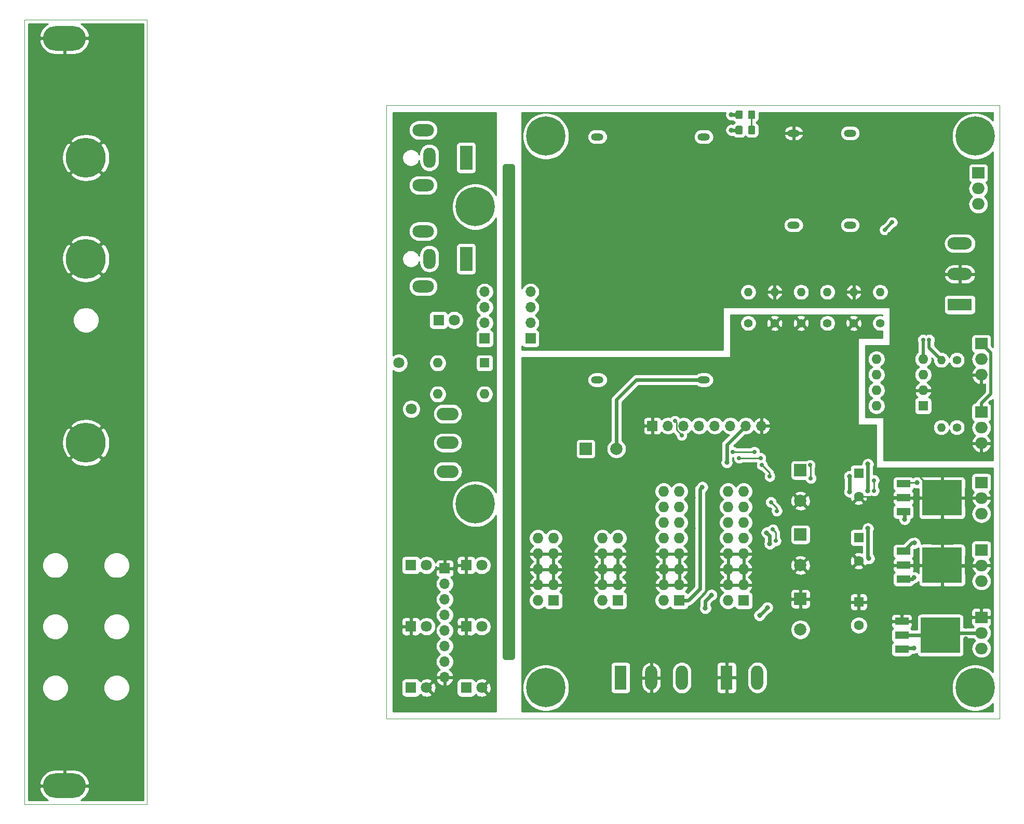
<source format=gbr>
%TF.GenerationSoftware,KiCad,Pcbnew,(5.1.5)-3*%
%TF.CreationDate,2020-03-17T21:27:54+01:00*%
%TF.ProjectId,KicadJE-EuroPowerSupply2,4b696361-644a-4452-9d45-75726f506f77,Rev A*%
%TF.SameCoordinates,Original*%
%TF.FileFunction,Copper,L1,Top*%
%TF.FilePolarity,Positive*%
%FSLAX46Y46*%
G04 Gerber Fmt 4.6, Leading zero omitted, Abs format (unit mm)*
G04 Created by KiCad (PCBNEW (5.1.5)-3) date 2020-03-17 21:27:54*
%MOMM*%
%LPD*%
G04 APERTURE LIST*
%ADD10C,0.050000*%
%ADD11C,1.000000*%
%ADD12C,0.800000*%
%ADD13C,6.400000*%
%ADD14C,6.500000*%
%ADD15O,7.000000X4.000000*%
%ADD16C,2.000000*%
%ADD17R,2.000000X2.000000*%
%ADD18R,1.600000X1.600000*%
%ADD19C,1.600000*%
%ADD20O,1.600000X1.600000*%
%ADD21R,1.800000X1.800000*%
%ADD22C,1.800000*%
%ADD23C,0.150000*%
%ADD24O,3.500000X2.000000*%
%ADD25O,2.000000X3.300000*%
%ADD26R,2.000000X4.000000*%
%ADD27R,3.960000X1.980000*%
%ADD28O,3.960000X1.980000*%
%ADD29O,1.980000X3.960000*%
%ADD30R,1.980000X3.960000*%
%ADD31O,1.727200X1.727200*%
%ADD32R,1.727200X1.727200*%
%ADD33O,2.000000X1.905000*%
%ADD34R,2.000000X1.905000*%
%ADD35C,1.400000*%
%ADD36O,1.400000X1.400000*%
%ADD37O,3.556000X2.032000*%
%ADD38O,2.000000X1.200000*%
%ADD39R,2.200000X1.200000*%
%ADD40R,6.400000X5.800000*%
%ADD41R,1.700000X1.700000*%
%ADD42O,1.700000X1.700000*%
%ADD43C,0.700000*%
%ADD44C,0.600000*%
%ADD45C,0.250000*%
%ADD46C,0.500000*%
%ADD47C,0.254000*%
G04 APERTURE END LIST*
D10*
X-9000000Y-164000000D02*
X-9000000Y-36000000D01*
X11000000Y-164000000D02*
X-9000000Y-164000000D01*
X11000000Y-36000000D02*
X11000000Y-164000000D01*
X-9000000Y-36000000D02*
X11000000Y-36000000D01*
D11*
X69500000Y-60000000D02*
X70500000Y-60000000D01*
X69500000Y-140000000D02*
X70500000Y-140000000D01*
X70500000Y-60000000D02*
X70500000Y-140000000D01*
X69500000Y-60000000D02*
X69500000Y-140000000D01*
D10*
X50000000Y-150000000D02*
X50000000Y-50000000D01*
X150000000Y-150000000D02*
X50000000Y-150000000D01*
X150000000Y-50000000D02*
X150000000Y-150000000D01*
X50000000Y-50000000D02*
X150000000Y-50000000D01*
D12*
X66197056Y-113302944D03*
X64500000Y-112600000D03*
X62802944Y-113302944D03*
X62100000Y-115000000D03*
X62802944Y-116697056D03*
X64500000Y-117400000D03*
X66197056Y-116697056D03*
X66900000Y-115000000D03*
D13*
X64500000Y-115000000D03*
X64500000Y-66500000D03*
D12*
X66900000Y-66500000D03*
X66197056Y-68197056D03*
X64500000Y-68900000D03*
X62802944Y-68197056D03*
X62100000Y-66500000D03*
X62802944Y-64802944D03*
X64500000Y-64100000D03*
X66197056Y-64802944D03*
D14*
X1000000Y-105000000D03*
D12*
X147697056Y-53302944D03*
X146000000Y-52600000D03*
X144302944Y-53302944D03*
X143600000Y-55000000D03*
X144302944Y-56697056D03*
X146000000Y-57400000D03*
X147697056Y-56697056D03*
X148400000Y-55000000D03*
D13*
X146000000Y-55000000D03*
D12*
X147697056Y-143302944D03*
X146000000Y-142600000D03*
X144302944Y-143302944D03*
X143600000Y-145000000D03*
X144302944Y-146697056D03*
X146000000Y-147400000D03*
X147697056Y-146697056D03*
X148400000Y-145000000D03*
D13*
X146000000Y-145000000D03*
D12*
X77697056Y-143302944D03*
X76000000Y-142600000D03*
X74302944Y-143302944D03*
X73600000Y-145000000D03*
X74302944Y-146697056D03*
X76000000Y-147400000D03*
X77697056Y-146697056D03*
X78400000Y-145000000D03*
D13*
X76000000Y-145000000D03*
D12*
X77697056Y-53302944D03*
X76000000Y-52600000D03*
X74302944Y-53302944D03*
X73600000Y-55000000D03*
X74302944Y-56697056D03*
X76000000Y-57400000D03*
X77697056Y-56697056D03*
X78400000Y-55000000D03*
D13*
X76000000Y-55000000D03*
D14*
X1000000Y-58500000D03*
X1000000Y-75000000D03*
D15*
X-2500000Y-39000000D03*
X-2500000Y-161000000D03*
D16*
X87500000Y-106000000D03*
D17*
X82500000Y-106000000D03*
D18*
X127000000Y-120500000D03*
D19*
X127000000Y-124300000D03*
D17*
X117500000Y-120000000D03*
D16*
X117500000Y-125000000D03*
D18*
X127000000Y-110000000D03*
D19*
X127000000Y-113800000D03*
D16*
X117500000Y-114500000D03*
D17*
X117500000Y-109500000D03*
D19*
X127000000Y-134800000D03*
D18*
X127000000Y-131000000D03*
D17*
X117500000Y-130500000D03*
D16*
X117500000Y-135500000D03*
D20*
X58380000Y-92000000D03*
X66000000Y-97080000D03*
X58380000Y-97080000D03*
D18*
X66000000Y-92000000D03*
D21*
X58500000Y-85000000D03*
D22*
X61040000Y-85000000D03*
D21*
X54000000Y-125000000D03*
D22*
X56540000Y-125000000D03*
X56540000Y-135000000D03*
D21*
X54000000Y-135000000D03*
X54000000Y-145000000D03*
D22*
X56540000Y-145000000D03*
%TA.AperFunction,SMDPad,CuDef*%
D23*
G36*
X107849505Y-53301204D02*
G01*
X107873773Y-53304804D01*
X107897572Y-53310765D01*
X107920671Y-53319030D01*
X107942850Y-53329520D01*
X107963893Y-53342132D01*
X107983599Y-53356747D01*
X108001777Y-53373223D01*
X108018253Y-53391401D01*
X108032868Y-53411107D01*
X108045480Y-53432150D01*
X108055970Y-53454329D01*
X108064235Y-53477428D01*
X108070196Y-53501227D01*
X108073796Y-53525495D01*
X108075000Y-53549999D01*
X108075000Y-54450001D01*
X108073796Y-54474505D01*
X108070196Y-54498773D01*
X108064235Y-54522572D01*
X108055970Y-54545671D01*
X108045480Y-54567850D01*
X108032868Y-54588893D01*
X108018253Y-54608599D01*
X108001777Y-54626777D01*
X107983599Y-54643253D01*
X107963893Y-54657868D01*
X107942850Y-54670480D01*
X107920671Y-54680970D01*
X107897572Y-54689235D01*
X107873773Y-54695196D01*
X107849505Y-54698796D01*
X107825001Y-54700000D01*
X107174999Y-54700000D01*
X107150495Y-54698796D01*
X107126227Y-54695196D01*
X107102428Y-54689235D01*
X107079329Y-54680970D01*
X107057150Y-54670480D01*
X107036107Y-54657868D01*
X107016401Y-54643253D01*
X106998223Y-54626777D01*
X106981747Y-54608599D01*
X106967132Y-54588893D01*
X106954520Y-54567850D01*
X106944030Y-54545671D01*
X106935765Y-54522572D01*
X106929804Y-54498773D01*
X106926204Y-54474505D01*
X106925000Y-54450001D01*
X106925000Y-53549999D01*
X106926204Y-53525495D01*
X106929804Y-53501227D01*
X106935765Y-53477428D01*
X106944030Y-53454329D01*
X106954520Y-53432150D01*
X106967132Y-53411107D01*
X106981747Y-53391401D01*
X106998223Y-53373223D01*
X107016401Y-53356747D01*
X107036107Y-53342132D01*
X107057150Y-53329520D01*
X107079329Y-53319030D01*
X107102428Y-53310765D01*
X107126227Y-53304804D01*
X107150495Y-53301204D01*
X107174999Y-53300000D01*
X107825001Y-53300000D01*
X107849505Y-53301204D01*
G37*
%TD.AperFunction*%
%TA.AperFunction,SMDPad,CuDef*%
G36*
X109899505Y-53301204D02*
G01*
X109923773Y-53304804D01*
X109947572Y-53310765D01*
X109970671Y-53319030D01*
X109992850Y-53329520D01*
X110013893Y-53342132D01*
X110033599Y-53356747D01*
X110051777Y-53373223D01*
X110068253Y-53391401D01*
X110082868Y-53411107D01*
X110095480Y-53432150D01*
X110105970Y-53454329D01*
X110114235Y-53477428D01*
X110120196Y-53501227D01*
X110123796Y-53525495D01*
X110125000Y-53549999D01*
X110125000Y-54450001D01*
X110123796Y-54474505D01*
X110120196Y-54498773D01*
X110114235Y-54522572D01*
X110105970Y-54545671D01*
X110095480Y-54567850D01*
X110082868Y-54588893D01*
X110068253Y-54608599D01*
X110051777Y-54626777D01*
X110033599Y-54643253D01*
X110013893Y-54657868D01*
X109992850Y-54670480D01*
X109970671Y-54680970D01*
X109947572Y-54689235D01*
X109923773Y-54695196D01*
X109899505Y-54698796D01*
X109875001Y-54700000D01*
X109224999Y-54700000D01*
X109200495Y-54698796D01*
X109176227Y-54695196D01*
X109152428Y-54689235D01*
X109129329Y-54680970D01*
X109107150Y-54670480D01*
X109086107Y-54657868D01*
X109066401Y-54643253D01*
X109048223Y-54626777D01*
X109031747Y-54608599D01*
X109017132Y-54588893D01*
X109004520Y-54567850D01*
X108994030Y-54545671D01*
X108985765Y-54522572D01*
X108979804Y-54498773D01*
X108976204Y-54474505D01*
X108975000Y-54450001D01*
X108975000Y-53549999D01*
X108976204Y-53525495D01*
X108979804Y-53501227D01*
X108985765Y-53477428D01*
X108994030Y-53454329D01*
X109004520Y-53432150D01*
X109017132Y-53411107D01*
X109031747Y-53391401D01*
X109048223Y-53373223D01*
X109066401Y-53356747D01*
X109086107Y-53342132D01*
X109107150Y-53329520D01*
X109129329Y-53319030D01*
X109152428Y-53310765D01*
X109176227Y-53304804D01*
X109200495Y-53301204D01*
X109224999Y-53300000D01*
X109875001Y-53300000D01*
X109899505Y-53301204D01*
G37*
%TD.AperFunction*%
D21*
X63000000Y-145000000D03*
D22*
X65540000Y-145000000D03*
X65540000Y-125000000D03*
D21*
X63000000Y-125000000D03*
D22*
X65540000Y-135000000D03*
D21*
X63000000Y-135000000D03*
D24*
X56000000Y-63000000D03*
X56000000Y-54000000D03*
D25*
X57000000Y-58500000D03*
D26*
X63000000Y-58500000D03*
D27*
X143500000Y-82500000D03*
D28*
X143500000Y-77500000D03*
X143500000Y-72500000D03*
D29*
X98175001Y-143355001D03*
X93175001Y-143355001D03*
D30*
X88175001Y-143355001D03*
X105475001Y-143345001D03*
D29*
X110475001Y-143345001D03*
D26*
X63000000Y-75000000D03*
D25*
X57000000Y-75000000D03*
D24*
X56000000Y-70500000D03*
X56000000Y-79500000D03*
D31*
X74710000Y-120590000D03*
X77250000Y-120590000D03*
X74710000Y-123130000D03*
X77250000Y-123130000D03*
X74710000Y-125670000D03*
X77250000Y-125670000D03*
X74710000Y-128210000D03*
X77250000Y-128210000D03*
X74710000Y-130750000D03*
D32*
X77250000Y-130750000D03*
X97750000Y-130750000D03*
D31*
X95210000Y-130750000D03*
X97750000Y-128210000D03*
X95210000Y-128210000D03*
X97750000Y-125670000D03*
X95210000Y-125670000D03*
X97750000Y-123130000D03*
X95210000Y-123130000D03*
X97750000Y-120590000D03*
X95210000Y-120590000D03*
X97750000Y-118050000D03*
X95210000Y-118050000D03*
X97750000Y-115510000D03*
X95210000Y-115510000D03*
X97750000Y-112970000D03*
X95210000Y-112970000D03*
D32*
X87750000Y-130750000D03*
D31*
X85210000Y-130750000D03*
X87750000Y-128210000D03*
X85210000Y-128210000D03*
X87750000Y-125670000D03*
X85210000Y-125670000D03*
X87750000Y-123130000D03*
X85210000Y-123130000D03*
X87750000Y-120590000D03*
X85210000Y-120590000D03*
X105710000Y-112970000D03*
X108250000Y-112970000D03*
X105710000Y-115510000D03*
X108250000Y-115510000D03*
X105710000Y-118050000D03*
X108250000Y-118050000D03*
X105710000Y-120590000D03*
X108250000Y-120590000D03*
X105710000Y-123130000D03*
X108250000Y-123130000D03*
X105710000Y-125670000D03*
X108250000Y-125670000D03*
X105710000Y-128210000D03*
X108250000Y-128210000D03*
X105710000Y-130750000D03*
D32*
X108250000Y-130750000D03*
D33*
X146500000Y-66080000D03*
X146500000Y-63540000D03*
D34*
X146500000Y-61000000D03*
X147000000Y-88860000D03*
D33*
X147000000Y-91400000D03*
X147000000Y-93940000D03*
X147000000Y-105100000D03*
X147000000Y-102560000D03*
D34*
X147000000Y-100020000D03*
D35*
X143000000Y-91500000D03*
D36*
X140460000Y-91500000D03*
%TA.AperFunction,SMDPad,CuDef*%
D23*
G36*
X109899505Y-50801204D02*
G01*
X109923773Y-50804804D01*
X109947572Y-50810765D01*
X109970671Y-50819030D01*
X109992850Y-50829520D01*
X110013893Y-50842132D01*
X110033599Y-50856747D01*
X110051777Y-50873223D01*
X110068253Y-50891401D01*
X110082868Y-50911107D01*
X110095480Y-50932150D01*
X110105970Y-50954329D01*
X110114235Y-50977428D01*
X110120196Y-51001227D01*
X110123796Y-51025495D01*
X110125000Y-51049999D01*
X110125000Y-51950001D01*
X110123796Y-51974505D01*
X110120196Y-51998773D01*
X110114235Y-52022572D01*
X110105970Y-52045671D01*
X110095480Y-52067850D01*
X110082868Y-52088893D01*
X110068253Y-52108599D01*
X110051777Y-52126777D01*
X110033599Y-52143253D01*
X110013893Y-52157868D01*
X109992850Y-52170480D01*
X109970671Y-52180970D01*
X109947572Y-52189235D01*
X109923773Y-52195196D01*
X109899505Y-52198796D01*
X109875001Y-52200000D01*
X109224999Y-52200000D01*
X109200495Y-52198796D01*
X109176227Y-52195196D01*
X109152428Y-52189235D01*
X109129329Y-52180970D01*
X109107150Y-52170480D01*
X109086107Y-52157868D01*
X109066401Y-52143253D01*
X109048223Y-52126777D01*
X109031747Y-52108599D01*
X109017132Y-52088893D01*
X109004520Y-52067850D01*
X108994030Y-52045671D01*
X108985765Y-52022572D01*
X108979804Y-51998773D01*
X108976204Y-51974505D01*
X108975000Y-51950001D01*
X108975000Y-51049999D01*
X108976204Y-51025495D01*
X108979804Y-51001227D01*
X108985765Y-50977428D01*
X108994030Y-50954329D01*
X109004520Y-50932150D01*
X109017132Y-50911107D01*
X109031747Y-50891401D01*
X109048223Y-50873223D01*
X109066401Y-50856747D01*
X109086107Y-50842132D01*
X109107150Y-50829520D01*
X109129329Y-50819030D01*
X109152428Y-50810765D01*
X109176227Y-50804804D01*
X109200495Y-50801204D01*
X109224999Y-50800000D01*
X109875001Y-50800000D01*
X109899505Y-50801204D01*
G37*
%TD.AperFunction*%
%TA.AperFunction,SMDPad,CuDef*%
G36*
X107849505Y-50801204D02*
G01*
X107873773Y-50804804D01*
X107897572Y-50810765D01*
X107920671Y-50819030D01*
X107942850Y-50829520D01*
X107963893Y-50842132D01*
X107983599Y-50856747D01*
X108001777Y-50873223D01*
X108018253Y-50891401D01*
X108032868Y-50911107D01*
X108045480Y-50932150D01*
X108055970Y-50954329D01*
X108064235Y-50977428D01*
X108070196Y-51001227D01*
X108073796Y-51025495D01*
X108075000Y-51049999D01*
X108075000Y-51950001D01*
X108073796Y-51974505D01*
X108070196Y-51998773D01*
X108064235Y-52022572D01*
X108055970Y-52045671D01*
X108045480Y-52067850D01*
X108032868Y-52088893D01*
X108018253Y-52108599D01*
X108001777Y-52126777D01*
X107983599Y-52143253D01*
X107963893Y-52157868D01*
X107942850Y-52170480D01*
X107920671Y-52180970D01*
X107897572Y-52189235D01*
X107873773Y-52195196D01*
X107849505Y-52198796D01*
X107825001Y-52200000D01*
X107174999Y-52200000D01*
X107150495Y-52198796D01*
X107126227Y-52195196D01*
X107102428Y-52189235D01*
X107079329Y-52180970D01*
X107057150Y-52170480D01*
X107036107Y-52157868D01*
X107016401Y-52143253D01*
X106998223Y-52126777D01*
X106981747Y-52108599D01*
X106967132Y-52088893D01*
X106954520Y-52067850D01*
X106944030Y-52045671D01*
X106935765Y-52022572D01*
X106929804Y-51998773D01*
X106926204Y-51974505D01*
X106925000Y-51950001D01*
X106925000Y-51049999D01*
X106926204Y-51025495D01*
X106929804Y-51001227D01*
X106935765Y-50977428D01*
X106944030Y-50954329D01*
X106954520Y-50932150D01*
X106967132Y-50911107D01*
X106981747Y-50891401D01*
X106998223Y-50873223D01*
X107016401Y-50856747D01*
X107036107Y-50842132D01*
X107057150Y-50829520D01*
X107079329Y-50819030D01*
X107102428Y-50810765D01*
X107126227Y-50804804D01*
X107150495Y-50801204D01*
X107174999Y-50800000D01*
X107825001Y-50800000D01*
X107849505Y-50801204D01*
G37*
%TD.AperFunction*%
D36*
X140460000Y-102500000D03*
D35*
X143000000Y-102500000D03*
X109000000Y-85500000D03*
D36*
X109000000Y-80420000D03*
X121900000Y-80420000D03*
D35*
X121900000Y-85500000D03*
D36*
X126200000Y-80420000D03*
D35*
X126200000Y-85500000D03*
X117600000Y-85500000D03*
D36*
X117600000Y-80420000D03*
X113300000Y-80420000D03*
D35*
X113300000Y-85500000D03*
X130500000Y-85500000D03*
D36*
X130500000Y-80420000D03*
D22*
X52000000Y-92000000D03*
X54050000Y-99500000D03*
D37*
X60000000Y-109700000D03*
X60000000Y-105000000D03*
X60000000Y-100300000D03*
D34*
X147000000Y-122500000D03*
D33*
X147000000Y-125040000D03*
X147000000Y-127580000D03*
D34*
X147000000Y-111500000D03*
D33*
X147000000Y-114040000D03*
X147000000Y-116580000D03*
D38*
X125600000Y-54500000D03*
X116400000Y-54500000D03*
X125600000Y-69500000D03*
X116400000Y-69500000D03*
D33*
X147000000Y-138580000D03*
X147000000Y-136040000D03*
D34*
X147000000Y-133500000D03*
D38*
X84400000Y-94750000D03*
X101750000Y-94750000D03*
X84400000Y-55100000D03*
X101750000Y-55100000D03*
D18*
X137500000Y-99000000D03*
D20*
X129880000Y-91380000D03*
X137500000Y-96460000D03*
X129880000Y-93920000D03*
X137500000Y-93920000D03*
X129880000Y-96460000D03*
X137500000Y-91380000D03*
X129880000Y-99000000D03*
D39*
X134300000Y-111720000D03*
X134300000Y-114000000D03*
X134300000Y-116280000D03*
D40*
X140600000Y-114000000D03*
D39*
X134300000Y-122720000D03*
X134300000Y-125000000D03*
X134300000Y-127280000D03*
D40*
X140600000Y-125000000D03*
X140325000Y-136425001D03*
D39*
X134025000Y-138705001D03*
X134025000Y-136425001D03*
X134025000Y-134145001D03*
D41*
X73500000Y-88000000D03*
D42*
X73500000Y-85460000D03*
X73500000Y-82920000D03*
X73500000Y-80380000D03*
X66000000Y-80380000D03*
X66000000Y-82920000D03*
X66000000Y-85460000D03*
D41*
X66000000Y-88000000D03*
D42*
X111160000Y-102250000D03*
X108620000Y-102250000D03*
X106080000Y-102250000D03*
X103540000Y-102250000D03*
X101000000Y-102250000D03*
X98460000Y-102250000D03*
X95920000Y-102250000D03*
D41*
X93380000Y-102250000D03*
X59500000Y-125500000D03*
D42*
X59500000Y-128040000D03*
X59500000Y-130580000D03*
X59500000Y-133120000D03*
X59500000Y-135660000D03*
X59500000Y-138200000D03*
X59500000Y-140740000D03*
X59500000Y-143280000D03*
D43*
X89000000Y-99000000D03*
X86000000Y-99000000D03*
X82000000Y-92000000D03*
X87000000Y-92000000D03*
X89000000Y-92000000D03*
X109000000Y-99000000D03*
D12*
X144500000Y-135000000D03*
X144500000Y-137000000D03*
X136000000Y-135000000D03*
X121500000Y-141000000D03*
X121500000Y-138000000D03*
X141500000Y-148500000D03*
X131000000Y-148500000D03*
X102000000Y-148000000D03*
X114500000Y-148000000D03*
X84500000Y-148500000D03*
X73000000Y-140000000D03*
X73000000Y-116000000D03*
X72500000Y-93000000D03*
X106500000Y-91000000D03*
X106500000Y-84500000D03*
X125500000Y-88500000D03*
X129000000Y-102500000D03*
X137000000Y-109500000D03*
X148000000Y-109500000D03*
D43*
X136500000Y-113000000D03*
X100000000Y-116000000D03*
D12*
X97000000Y-105000000D03*
X89500000Y-112500000D03*
X89500000Y-119500000D03*
X86500000Y-119500000D03*
X76000000Y-119500000D03*
X86500000Y-112500000D03*
X100000000Y-114000000D03*
X100000000Y-119000000D03*
X103500000Y-119000000D03*
X103500000Y-116000000D03*
X103500000Y-114000000D03*
D43*
X111000000Y-114000000D03*
X92500000Y-99000000D03*
X99500000Y-99000000D03*
X101000000Y-105000000D03*
X110000000Y-105000000D03*
X114500000Y-110500000D03*
X121500000Y-115000000D03*
X121500000Y-120000000D03*
X121500000Y-130000000D03*
X121500000Y-135000000D03*
X127500000Y-105000000D03*
X129500000Y-105000000D03*
X94000000Y-105000000D03*
X126500000Y-100000000D03*
X124500000Y-100000000D03*
X119500000Y-100000000D03*
X121500000Y-105000000D03*
X119500000Y-105000000D03*
X119500000Y-95000000D03*
X124500000Y-95000000D03*
X126500000Y-95000000D03*
X147000000Y-130500000D03*
X147000000Y-119500000D03*
X147000000Y-141000000D03*
D12*
X110826103Y-133173897D03*
X112098897Y-131901103D03*
X112500000Y-121500000D03*
X112000000Y-119690000D03*
X102000000Y-132000000D03*
X103000000Y-129850000D03*
X105500000Y-108225000D03*
X101500000Y-112245000D03*
X136130147Y-121369853D03*
X125500000Y-110500000D03*
X125500000Y-113000004D03*
X136500000Y-111500000D03*
X148000000Y-107500000D03*
X131500000Y-107500000D03*
X131500000Y-100500000D03*
X128500000Y-100500000D03*
X128500000Y-90000000D03*
X132500000Y-88500000D03*
X132500000Y-83500000D03*
X131000000Y-82500000D03*
X104500000Y-82500000D03*
X104000000Y-89000000D03*
X89000000Y-89000000D03*
X87000000Y-89000000D03*
X76000000Y-89000000D03*
X72500000Y-78000000D03*
X73000000Y-58500000D03*
X79500000Y-51500000D03*
X148500000Y-58500000D03*
X148000000Y-69500000D03*
X148000000Y-84500000D03*
X148500000Y-98500000D03*
X145500000Y-98500000D03*
X137000000Y-107500000D03*
D43*
X136000000Y-63500000D03*
X139000000Y-51500000D03*
X136500000Y-52500000D03*
X131500000Y-68000000D03*
X126500000Y-62500000D03*
X124500000Y-62500000D03*
X124500000Y-64000000D03*
X132000000Y-71000000D03*
X133500000Y-70000000D03*
X138500000Y-88200000D03*
D12*
X134500000Y-117500000D03*
D43*
X129500000Y-111150000D03*
X129500000Y-112850000D03*
X106500000Y-106500000D03*
X110000000Y-106500000D03*
D12*
X106250000Y-54000000D03*
D43*
X137500000Y-88200000D03*
X131250000Y-70250000D03*
X132453186Y-69046814D03*
D12*
X128500000Y-108500000D03*
X128500000Y-112900000D03*
X128500000Y-119000000D03*
X128671096Y-123900010D03*
X136000000Y-127000000D03*
X136000000Y-138500000D03*
X106250000Y-51500000D03*
D43*
X119198959Y-110801041D03*
X119050002Y-108650000D03*
X98141046Y-103771037D03*
X97028851Y-101479965D03*
X111000000Y-107500000D03*
X107500000Y-107500000D03*
X113500000Y-121000000D03*
X113006041Y-119150000D03*
X113651041Y-116151041D03*
X112698959Y-114698959D03*
X112500000Y-110500000D03*
X111246041Y-108650000D03*
D44*
X140640000Y-125040000D02*
X140600000Y-125000000D01*
X147000000Y-125040000D02*
X140640000Y-125040000D01*
D45*
X134300000Y-114000000D02*
X140600000Y-114000000D01*
X140300000Y-114000000D02*
X140600000Y-114000000D01*
X137000000Y-110700000D02*
X140300000Y-114000000D01*
X137000000Y-109500000D02*
X137000000Y-110700000D01*
X134100000Y-113800000D02*
X134300000Y-114000000D01*
X127000000Y-113800000D02*
X134100000Y-113800000D01*
D44*
X110826103Y-133173897D02*
X112098897Y-131901103D01*
X112500000Y-121500000D02*
X112500000Y-120190000D01*
X112500000Y-120190000D02*
X112000000Y-119690000D01*
X100150000Y-94750000D02*
X101750000Y-94750000D01*
X90750000Y-94750000D02*
X100150000Y-94750000D01*
X87500000Y-106000000D02*
X87500000Y-98000000D01*
X87500000Y-98000000D02*
X90750000Y-94750000D01*
X102000000Y-132000000D02*
X102000000Y-130850000D01*
X102000000Y-130850000D02*
X103000000Y-129850000D01*
X108620000Y-102250000D02*
X105500000Y-105370000D01*
X105500000Y-105370000D02*
X105500000Y-108225000D01*
X99213600Y-130750000D02*
X97750000Y-130750000D01*
X101100001Y-112644999D02*
X101100001Y-128863599D01*
X101100001Y-128863599D02*
X99213600Y-130750000D01*
X101500000Y-112245000D02*
X101100001Y-112644999D01*
X135650147Y-121369853D02*
X134300000Y-122720000D01*
X136130147Y-121369853D02*
X135650147Y-121369853D01*
X125500000Y-110500000D02*
X125500000Y-113000004D01*
D45*
X134520000Y-111500000D02*
X134300000Y-111720000D01*
X136500000Y-111500000D02*
X134520000Y-111500000D01*
D46*
X138500000Y-89540000D02*
X140460000Y-91500000D01*
X138500000Y-88200000D02*
X138500000Y-89540000D01*
D44*
X134500000Y-116480000D02*
X134300000Y-116280000D01*
X134500000Y-117500000D02*
X134500000Y-116480000D01*
D45*
X129500000Y-111150000D02*
X129500000Y-112850000D01*
X106500000Y-106500000D02*
X110000000Y-106500000D01*
D44*
X106250000Y-54000000D02*
X107500000Y-54000000D01*
D46*
X137500000Y-91380000D02*
X137500000Y-88200000D01*
X131250000Y-70250000D02*
X132453186Y-69046814D01*
D44*
X128500000Y-108500000D02*
X128500000Y-112900000D01*
X140710001Y-136040000D02*
X140325000Y-136425001D01*
X147000000Y-136040000D02*
X140710001Y-136040000D01*
X134025000Y-136425001D02*
X140325000Y-136425001D01*
X128500000Y-123728914D02*
X128671096Y-123900010D01*
X128500000Y-119000000D02*
X128500000Y-123728914D01*
X134300000Y-127280000D02*
X135720000Y-127280000D01*
X135720000Y-127280000D02*
X136000000Y-127000000D01*
X134230001Y-138500000D02*
X134025000Y-138705001D01*
X136000000Y-138500000D02*
X134230001Y-138500000D01*
X106250000Y-51500000D02*
X107500000Y-51500000D01*
D45*
X109550000Y-52200000D02*
X109550000Y-54000000D01*
X109550000Y-51500000D02*
X109550000Y-52200000D01*
D46*
X147047500Y-88860000D02*
X147000000Y-88860000D01*
X148500000Y-90312500D02*
X147047500Y-88860000D01*
X148500000Y-97067500D02*
X148500000Y-90312500D01*
X147000000Y-98567500D02*
X148500000Y-97067500D01*
X147000000Y-100020000D02*
X147000000Y-98567500D01*
D45*
X119198959Y-110801041D02*
X119198959Y-108798957D01*
X119198959Y-108798957D02*
X119050002Y-108650000D01*
X97284999Y-101736113D02*
X97028851Y-101479965D01*
X98141046Y-103771037D02*
X97284999Y-102914990D01*
X97284999Y-102914990D02*
X97284999Y-101736113D01*
X111000000Y-107500000D02*
X107500000Y-107500000D01*
X113500000Y-121000000D02*
X113500000Y-119643959D01*
X113500000Y-119643959D02*
X113006041Y-119150000D01*
X113651041Y-116151041D02*
X113651041Y-115651041D01*
X113651041Y-115651041D02*
X112698959Y-114698959D01*
X112500000Y-110500000D02*
X112500000Y-109903959D01*
X112500000Y-109903959D02*
X111246041Y-108650000D01*
D47*
G36*
X-5569525Y-36879635D02*
G01*
X-5953030Y-37226576D01*
X-6261481Y-37641669D01*
X-6483025Y-38108962D01*
X-6579667Y-38462838D01*
X-6472991Y-38873000D01*
X-2627000Y-38873000D01*
X-2627000Y-38853000D01*
X-2373000Y-38853000D01*
X-2373000Y-38873000D01*
X1472991Y-38873000D01*
X1579667Y-38462838D01*
X1483025Y-38108962D01*
X1261481Y-37641669D01*
X953030Y-37226576D01*
X569525Y-36879635D01*
X202314Y-36660000D01*
X10340000Y-36660000D01*
X10340001Y-163340000D01*
X202314Y-163340000D01*
X569525Y-163120365D01*
X953030Y-162773424D01*
X1261481Y-162358331D01*
X1483025Y-161891038D01*
X1579667Y-161537162D01*
X1472991Y-161127000D01*
X-2373000Y-161127000D01*
X-2373000Y-161147000D01*
X-2627000Y-161147000D01*
X-2627000Y-161127000D01*
X-6472991Y-161127000D01*
X-6579667Y-161537162D01*
X-6483025Y-161891038D01*
X-6261481Y-162358331D01*
X-5953030Y-162773424D01*
X-5569525Y-163120365D01*
X-5202314Y-163340000D01*
X-8340000Y-163340000D01*
X-8340000Y-160462838D01*
X-6579667Y-160462838D01*
X-6472991Y-160873000D01*
X-2627000Y-160873000D01*
X-2627000Y-158365000D01*
X-2373000Y-158365000D01*
X-2373000Y-160873000D01*
X1472991Y-160873000D01*
X1579667Y-160462838D01*
X1483025Y-160108962D01*
X1261481Y-159641669D01*
X953030Y-159226576D01*
X569525Y-158879635D01*
X125704Y-158614178D01*
X-361377Y-158440407D01*
X-873000Y-158365000D01*
X-2373000Y-158365000D01*
X-2627000Y-158365000D01*
X-4127000Y-158365000D01*
X-4638623Y-158440407D01*
X-5125704Y-158614178D01*
X-5569525Y-158879635D01*
X-5953030Y-159226576D01*
X-6261481Y-159641669D01*
X-6483025Y-160108962D01*
X-6579667Y-160462838D01*
X-8340000Y-160462838D01*
X-8340000Y-144789721D01*
X-6135000Y-144789721D01*
X-6135000Y-145210279D01*
X-6052953Y-145622756D01*
X-5892012Y-146011302D01*
X-5658363Y-146360983D01*
X-5360983Y-146658363D01*
X-5011302Y-146892012D01*
X-4622756Y-147052953D01*
X-4210279Y-147135000D01*
X-3789721Y-147135000D01*
X-3377244Y-147052953D01*
X-2988698Y-146892012D01*
X-2639017Y-146658363D01*
X-2341637Y-146360983D01*
X-2107988Y-146011302D01*
X-1947047Y-145622756D01*
X-1865000Y-145210279D01*
X-1865000Y-144789721D01*
X3865000Y-144789721D01*
X3865000Y-145210279D01*
X3947047Y-145622756D01*
X4107988Y-146011302D01*
X4341637Y-146360983D01*
X4639017Y-146658363D01*
X4988698Y-146892012D01*
X5377244Y-147052953D01*
X5789721Y-147135000D01*
X6210279Y-147135000D01*
X6622756Y-147052953D01*
X7011302Y-146892012D01*
X7360983Y-146658363D01*
X7658363Y-146360983D01*
X7892012Y-146011302D01*
X8052953Y-145622756D01*
X8135000Y-145210279D01*
X8135000Y-144789721D01*
X8052953Y-144377244D01*
X7892012Y-143988698D01*
X7658363Y-143639017D01*
X7360983Y-143341637D01*
X7011302Y-143107988D01*
X6622756Y-142947047D01*
X6210279Y-142865000D01*
X5789721Y-142865000D01*
X5377244Y-142947047D01*
X4988698Y-143107988D01*
X4639017Y-143341637D01*
X4341637Y-143639017D01*
X4107988Y-143988698D01*
X3947047Y-144377244D01*
X3865000Y-144789721D01*
X-1865000Y-144789721D01*
X-1947047Y-144377244D01*
X-2107988Y-143988698D01*
X-2341637Y-143639017D01*
X-2639017Y-143341637D01*
X-2988698Y-143107988D01*
X-3377244Y-142947047D01*
X-3789721Y-142865000D01*
X-4210279Y-142865000D01*
X-4622756Y-142947047D01*
X-5011302Y-143107988D01*
X-5360983Y-143341637D01*
X-5658363Y-143639017D01*
X-5892012Y-143988698D01*
X-6052953Y-144377244D01*
X-6135000Y-144789721D01*
X-8340000Y-144789721D01*
X-8340000Y-134789721D01*
X-6135000Y-134789721D01*
X-6135000Y-135210279D01*
X-6052953Y-135622756D01*
X-5892012Y-136011302D01*
X-5658363Y-136360983D01*
X-5360983Y-136658363D01*
X-5011302Y-136892012D01*
X-4622756Y-137052953D01*
X-4210279Y-137135000D01*
X-3789721Y-137135000D01*
X-3377244Y-137052953D01*
X-2988698Y-136892012D01*
X-2639017Y-136658363D01*
X-2341637Y-136360983D01*
X-2107988Y-136011302D01*
X-1947047Y-135622756D01*
X-1865000Y-135210279D01*
X-1865000Y-134789721D01*
X3865000Y-134789721D01*
X3865000Y-135210279D01*
X3947047Y-135622756D01*
X4107988Y-136011302D01*
X4341637Y-136360983D01*
X4639017Y-136658363D01*
X4988698Y-136892012D01*
X5377244Y-137052953D01*
X5789721Y-137135000D01*
X6210279Y-137135000D01*
X6622756Y-137052953D01*
X7011302Y-136892012D01*
X7360983Y-136658363D01*
X7658363Y-136360983D01*
X7892012Y-136011302D01*
X8052953Y-135622756D01*
X8135000Y-135210279D01*
X8135000Y-134789721D01*
X8052953Y-134377244D01*
X7892012Y-133988698D01*
X7658363Y-133639017D01*
X7360983Y-133341637D01*
X7011302Y-133107988D01*
X6622756Y-132947047D01*
X6210279Y-132865000D01*
X5789721Y-132865000D01*
X5377244Y-132947047D01*
X4988698Y-133107988D01*
X4639017Y-133341637D01*
X4341637Y-133639017D01*
X4107988Y-133988698D01*
X3947047Y-134377244D01*
X3865000Y-134789721D01*
X-1865000Y-134789721D01*
X-1947047Y-134377244D01*
X-2107988Y-133988698D01*
X-2341637Y-133639017D01*
X-2639017Y-133341637D01*
X-2988698Y-133107988D01*
X-3377244Y-132947047D01*
X-3789721Y-132865000D01*
X-4210279Y-132865000D01*
X-4622756Y-132947047D01*
X-5011302Y-133107988D01*
X-5360983Y-133341637D01*
X-5658363Y-133639017D01*
X-5892012Y-133988698D01*
X-6052953Y-134377244D01*
X-6135000Y-134789721D01*
X-8340000Y-134789721D01*
X-8340000Y-124789721D01*
X-6135000Y-124789721D01*
X-6135000Y-125210279D01*
X-6052953Y-125622756D01*
X-5892012Y-126011302D01*
X-5658363Y-126360983D01*
X-5360983Y-126658363D01*
X-5011302Y-126892012D01*
X-4622756Y-127052953D01*
X-4210279Y-127135000D01*
X-3789721Y-127135000D01*
X-3377244Y-127052953D01*
X-2988698Y-126892012D01*
X-2639017Y-126658363D01*
X-2341637Y-126360983D01*
X-2107988Y-126011302D01*
X-1947047Y-125622756D01*
X-1865000Y-125210279D01*
X-1865000Y-124789721D01*
X3865000Y-124789721D01*
X3865000Y-125210279D01*
X3947047Y-125622756D01*
X4107988Y-126011302D01*
X4341637Y-126360983D01*
X4639017Y-126658363D01*
X4988698Y-126892012D01*
X5377244Y-127052953D01*
X5789721Y-127135000D01*
X6210279Y-127135000D01*
X6622756Y-127052953D01*
X7011302Y-126892012D01*
X7360983Y-126658363D01*
X7658363Y-126360983D01*
X7892012Y-126011302D01*
X8052953Y-125622756D01*
X8135000Y-125210279D01*
X8135000Y-124789721D01*
X8052953Y-124377244D01*
X7892012Y-123988698D01*
X7658363Y-123639017D01*
X7360983Y-123341637D01*
X7011302Y-123107988D01*
X6622756Y-122947047D01*
X6210279Y-122865000D01*
X5789721Y-122865000D01*
X5377244Y-122947047D01*
X4988698Y-123107988D01*
X4639017Y-123341637D01*
X4341637Y-123639017D01*
X4107988Y-123988698D01*
X3947047Y-124377244D01*
X3865000Y-124789721D01*
X-1865000Y-124789721D01*
X-1947047Y-124377244D01*
X-2107988Y-123988698D01*
X-2341637Y-123639017D01*
X-2639017Y-123341637D01*
X-2988698Y-123107988D01*
X-3377244Y-122947047D01*
X-3789721Y-122865000D01*
X-4210279Y-122865000D01*
X-4622756Y-122947047D01*
X-5011302Y-123107988D01*
X-5360983Y-123341637D01*
X-5658363Y-123639017D01*
X-5892012Y-123988698D01*
X-6052953Y-124377244D01*
X-6135000Y-124789721D01*
X-8340000Y-124789721D01*
X-8340000Y-107736428D01*
X-1556823Y-107736428D01*
X-1190635Y-108231216D01*
X-518163Y-108596501D01*
X212650Y-108823575D01*
X973721Y-108903710D01*
X1735803Y-108833828D01*
X2469608Y-108616614D01*
X3146936Y-108260416D01*
X3190635Y-108231216D01*
X3556823Y-107736428D01*
X1000000Y-105179605D01*
X-1556823Y-107736428D01*
X-8340000Y-107736428D01*
X-8340000Y-104973721D01*
X-2903710Y-104973721D01*
X-2833828Y-105735803D01*
X-2616614Y-106469608D01*
X-2260416Y-107146936D01*
X-2231216Y-107190635D01*
X-1736428Y-107556823D01*
X820395Y-105000000D01*
X1179605Y-105000000D01*
X3736428Y-107556823D01*
X4231216Y-107190635D01*
X4596501Y-106518163D01*
X4823575Y-105787350D01*
X4903710Y-105026279D01*
X4833828Y-104264197D01*
X4616614Y-103530392D01*
X4260416Y-102853064D01*
X4231216Y-102809365D01*
X3736428Y-102443177D01*
X1179605Y-105000000D01*
X820395Y-105000000D01*
X-1736428Y-102443177D01*
X-2231216Y-102809365D01*
X-2596501Y-103481837D01*
X-2823575Y-104212650D01*
X-2903710Y-104973721D01*
X-8340000Y-104973721D01*
X-8340000Y-102263572D01*
X-1556823Y-102263572D01*
X1000000Y-104820395D01*
X3556823Y-102263572D01*
X3190635Y-101768784D01*
X2518163Y-101403499D01*
X1787350Y-101176425D01*
X1026279Y-101096290D01*
X264197Y-101166172D01*
X-469608Y-101383386D01*
X-1146936Y-101739584D01*
X-1190635Y-101768784D01*
X-1556823Y-102263572D01*
X-8340000Y-102263572D01*
X-8340000Y-84789721D01*
X-1135000Y-84789721D01*
X-1135000Y-85210279D01*
X-1052953Y-85622756D01*
X-892012Y-86011302D01*
X-658363Y-86360983D01*
X-360983Y-86658363D01*
X-11302Y-86892012D01*
X377244Y-87052953D01*
X789721Y-87135000D01*
X1210279Y-87135000D01*
X1622756Y-87052953D01*
X2011302Y-86892012D01*
X2360983Y-86658363D01*
X2658363Y-86360983D01*
X2892012Y-86011302D01*
X3052953Y-85622756D01*
X3135000Y-85210279D01*
X3135000Y-84789721D01*
X3052953Y-84377244D01*
X2892012Y-83988698D01*
X2658363Y-83639017D01*
X2360983Y-83341637D01*
X2011302Y-83107988D01*
X1622756Y-82947047D01*
X1210279Y-82865000D01*
X789721Y-82865000D01*
X377244Y-82947047D01*
X-11302Y-83107988D01*
X-360983Y-83341637D01*
X-658363Y-83639017D01*
X-892012Y-83988698D01*
X-1052953Y-84377244D01*
X-1135000Y-84789721D01*
X-8340000Y-84789721D01*
X-8340000Y-77736428D01*
X-1556823Y-77736428D01*
X-1190635Y-78231216D01*
X-518163Y-78596501D01*
X212650Y-78823575D01*
X973721Y-78903710D01*
X1735803Y-78833828D01*
X2469608Y-78616614D01*
X3146936Y-78260416D01*
X3190635Y-78231216D01*
X3556823Y-77736428D01*
X1000000Y-75179605D01*
X-1556823Y-77736428D01*
X-8340000Y-77736428D01*
X-8340000Y-74973721D01*
X-2903710Y-74973721D01*
X-2833828Y-75735803D01*
X-2616614Y-76469608D01*
X-2260416Y-77146936D01*
X-2231216Y-77190635D01*
X-1736428Y-77556823D01*
X820395Y-75000000D01*
X1179605Y-75000000D01*
X3736428Y-77556823D01*
X4231216Y-77190635D01*
X4596501Y-76518163D01*
X4823575Y-75787350D01*
X4903710Y-75026279D01*
X4833828Y-74264197D01*
X4616614Y-73530392D01*
X4260416Y-72853064D01*
X4231216Y-72809365D01*
X3736428Y-72443177D01*
X1179605Y-75000000D01*
X820395Y-75000000D01*
X-1736428Y-72443177D01*
X-2231216Y-72809365D01*
X-2596501Y-73481837D01*
X-2823575Y-74212650D01*
X-2903710Y-74973721D01*
X-8340000Y-74973721D01*
X-8340000Y-72263572D01*
X-1556823Y-72263572D01*
X1000000Y-74820395D01*
X3556823Y-72263572D01*
X3190635Y-71768784D01*
X2518163Y-71403499D01*
X1787350Y-71176425D01*
X1026279Y-71096290D01*
X264197Y-71166172D01*
X-469608Y-71383386D01*
X-1146936Y-71739584D01*
X-1190635Y-71768784D01*
X-1556823Y-72263572D01*
X-8340000Y-72263572D01*
X-8340000Y-61236428D01*
X-1556823Y-61236428D01*
X-1190635Y-61731216D01*
X-518163Y-62096501D01*
X212650Y-62323575D01*
X973721Y-62403710D01*
X1735803Y-62333828D01*
X2469608Y-62116614D01*
X3146936Y-61760416D01*
X3190635Y-61731216D01*
X3556823Y-61236428D01*
X1000000Y-58679605D01*
X-1556823Y-61236428D01*
X-8340000Y-61236428D01*
X-8340000Y-58473721D01*
X-2903710Y-58473721D01*
X-2833828Y-59235803D01*
X-2616614Y-59969608D01*
X-2260416Y-60646936D01*
X-2231216Y-60690635D01*
X-1736428Y-61056823D01*
X820395Y-58500000D01*
X1179605Y-58500000D01*
X3736428Y-61056823D01*
X4231216Y-60690635D01*
X4596501Y-60018163D01*
X4823575Y-59287350D01*
X4903710Y-58526279D01*
X4833828Y-57764197D01*
X4616614Y-57030392D01*
X4260416Y-56353064D01*
X4231216Y-56309365D01*
X3736428Y-55943177D01*
X1179605Y-58500000D01*
X820395Y-58500000D01*
X-1736428Y-55943177D01*
X-2231216Y-56309365D01*
X-2596501Y-56981837D01*
X-2823575Y-57712650D01*
X-2903710Y-58473721D01*
X-8340000Y-58473721D01*
X-8340000Y-55763572D01*
X-1556823Y-55763572D01*
X1000000Y-58320395D01*
X3556823Y-55763572D01*
X3190635Y-55268784D01*
X2518163Y-54903499D01*
X1787350Y-54676425D01*
X1026279Y-54596290D01*
X264197Y-54666172D01*
X-469608Y-54883386D01*
X-1146936Y-55239584D01*
X-1190635Y-55268784D01*
X-1556823Y-55763572D01*
X-8340000Y-55763572D01*
X-8340000Y-39537162D01*
X-6579667Y-39537162D01*
X-6483025Y-39891038D01*
X-6261481Y-40358331D01*
X-5953030Y-40773424D01*
X-5569525Y-41120365D01*
X-5125704Y-41385822D01*
X-4638623Y-41559593D01*
X-4127000Y-41635000D01*
X-2627000Y-41635000D01*
X-2627000Y-39127000D01*
X-2373000Y-39127000D01*
X-2373000Y-41635000D01*
X-873000Y-41635000D01*
X-361377Y-41559593D01*
X125704Y-41385822D01*
X569525Y-41120365D01*
X953030Y-40773424D01*
X1261481Y-40358331D01*
X1483025Y-39891038D01*
X1579667Y-39537162D01*
X1472991Y-39127000D01*
X-2373000Y-39127000D01*
X-2627000Y-39127000D01*
X-6472991Y-39127000D01*
X-6579667Y-39537162D01*
X-8340000Y-39537162D01*
X-8340000Y-36660000D01*
X-5202314Y-36660000D01*
X-5569525Y-36879635D01*
G37*
X-5569525Y-36879635D02*
X-5953030Y-37226576D01*
X-6261481Y-37641669D01*
X-6483025Y-38108962D01*
X-6579667Y-38462838D01*
X-6472991Y-38873000D01*
X-2627000Y-38873000D01*
X-2627000Y-38853000D01*
X-2373000Y-38853000D01*
X-2373000Y-38873000D01*
X1472991Y-38873000D01*
X1579667Y-38462838D01*
X1483025Y-38108962D01*
X1261481Y-37641669D01*
X953030Y-37226576D01*
X569525Y-36879635D01*
X202314Y-36660000D01*
X10340000Y-36660000D01*
X10340001Y-163340000D01*
X202314Y-163340000D01*
X569525Y-163120365D01*
X953030Y-162773424D01*
X1261481Y-162358331D01*
X1483025Y-161891038D01*
X1579667Y-161537162D01*
X1472991Y-161127000D01*
X-2373000Y-161127000D01*
X-2373000Y-161147000D01*
X-2627000Y-161147000D01*
X-2627000Y-161127000D01*
X-6472991Y-161127000D01*
X-6579667Y-161537162D01*
X-6483025Y-161891038D01*
X-6261481Y-162358331D01*
X-5953030Y-162773424D01*
X-5569525Y-163120365D01*
X-5202314Y-163340000D01*
X-8340000Y-163340000D01*
X-8340000Y-160462838D01*
X-6579667Y-160462838D01*
X-6472991Y-160873000D01*
X-2627000Y-160873000D01*
X-2627000Y-158365000D01*
X-2373000Y-158365000D01*
X-2373000Y-160873000D01*
X1472991Y-160873000D01*
X1579667Y-160462838D01*
X1483025Y-160108962D01*
X1261481Y-159641669D01*
X953030Y-159226576D01*
X569525Y-158879635D01*
X125704Y-158614178D01*
X-361377Y-158440407D01*
X-873000Y-158365000D01*
X-2373000Y-158365000D01*
X-2627000Y-158365000D01*
X-4127000Y-158365000D01*
X-4638623Y-158440407D01*
X-5125704Y-158614178D01*
X-5569525Y-158879635D01*
X-5953030Y-159226576D01*
X-6261481Y-159641669D01*
X-6483025Y-160108962D01*
X-6579667Y-160462838D01*
X-8340000Y-160462838D01*
X-8340000Y-144789721D01*
X-6135000Y-144789721D01*
X-6135000Y-145210279D01*
X-6052953Y-145622756D01*
X-5892012Y-146011302D01*
X-5658363Y-146360983D01*
X-5360983Y-146658363D01*
X-5011302Y-146892012D01*
X-4622756Y-147052953D01*
X-4210279Y-147135000D01*
X-3789721Y-147135000D01*
X-3377244Y-147052953D01*
X-2988698Y-146892012D01*
X-2639017Y-146658363D01*
X-2341637Y-146360983D01*
X-2107988Y-146011302D01*
X-1947047Y-145622756D01*
X-1865000Y-145210279D01*
X-1865000Y-144789721D01*
X3865000Y-144789721D01*
X3865000Y-145210279D01*
X3947047Y-145622756D01*
X4107988Y-146011302D01*
X4341637Y-146360983D01*
X4639017Y-146658363D01*
X4988698Y-146892012D01*
X5377244Y-147052953D01*
X5789721Y-147135000D01*
X6210279Y-147135000D01*
X6622756Y-147052953D01*
X7011302Y-146892012D01*
X7360983Y-146658363D01*
X7658363Y-146360983D01*
X7892012Y-146011302D01*
X8052953Y-145622756D01*
X8135000Y-145210279D01*
X8135000Y-144789721D01*
X8052953Y-144377244D01*
X7892012Y-143988698D01*
X7658363Y-143639017D01*
X7360983Y-143341637D01*
X7011302Y-143107988D01*
X6622756Y-142947047D01*
X6210279Y-142865000D01*
X5789721Y-142865000D01*
X5377244Y-142947047D01*
X4988698Y-143107988D01*
X4639017Y-143341637D01*
X4341637Y-143639017D01*
X4107988Y-143988698D01*
X3947047Y-144377244D01*
X3865000Y-144789721D01*
X-1865000Y-144789721D01*
X-1947047Y-144377244D01*
X-2107988Y-143988698D01*
X-2341637Y-143639017D01*
X-2639017Y-143341637D01*
X-2988698Y-143107988D01*
X-3377244Y-142947047D01*
X-3789721Y-142865000D01*
X-4210279Y-142865000D01*
X-4622756Y-142947047D01*
X-5011302Y-143107988D01*
X-5360983Y-143341637D01*
X-5658363Y-143639017D01*
X-5892012Y-143988698D01*
X-6052953Y-144377244D01*
X-6135000Y-144789721D01*
X-8340000Y-144789721D01*
X-8340000Y-134789721D01*
X-6135000Y-134789721D01*
X-6135000Y-135210279D01*
X-6052953Y-135622756D01*
X-5892012Y-136011302D01*
X-5658363Y-136360983D01*
X-5360983Y-136658363D01*
X-5011302Y-136892012D01*
X-4622756Y-137052953D01*
X-4210279Y-137135000D01*
X-3789721Y-137135000D01*
X-3377244Y-137052953D01*
X-2988698Y-136892012D01*
X-2639017Y-136658363D01*
X-2341637Y-136360983D01*
X-2107988Y-136011302D01*
X-1947047Y-135622756D01*
X-1865000Y-135210279D01*
X-1865000Y-134789721D01*
X3865000Y-134789721D01*
X3865000Y-135210279D01*
X3947047Y-135622756D01*
X4107988Y-136011302D01*
X4341637Y-136360983D01*
X4639017Y-136658363D01*
X4988698Y-136892012D01*
X5377244Y-137052953D01*
X5789721Y-137135000D01*
X6210279Y-137135000D01*
X6622756Y-137052953D01*
X7011302Y-136892012D01*
X7360983Y-136658363D01*
X7658363Y-136360983D01*
X7892012Y-136011302D01*
X8052953Y-135622756D01*
X8135000Y-135210279D01*
X8135000Y-134789721D01*
X8052953Y-134377244D01*
X7892012Y-133988698D01*
X7658363Y-133639017D01*
X7360983Y-133341637D01*
X7011302Y-133107988D01*
X6622756Y-132947047D01*
X6210279Y-132865000D01*
X5789721Y-132865000D01*
X5377244Y-132947047D01*
X4988698Y-133107988D01*
X4639017Y-133341637D01*
X4341637Y-133639017D01*
X4107988Y-133988698D01*
X3947047Y-134377244D01*
X3865000Y-134789721D01*
X-1865000Y-134789721D01*
X-1947047Y-134377244D01*
X-2107988Y-133988698D01*
X-2341637Y-133639017D01*
X-2639017Y-133341637D01*
X-2988698Y-133107988D01*
X-3377244Y-132947047D01*
X-3789721Y-132865000D01*
X-4210279Y-132865000D01*
X-4622756Y-132947047D01*
X-5011302Y-133107988D01*
X-5360983Y-133341637D01*
X-5658363Y-133639017D01*
X-5892012Y-133988698D01*
X-6052953Y-134377244D01*
X-6135000Y-134789721D01*
X-8340000Y-134789721D01*
X-8340000Y-124789721D01*
X-6135000Y-124789721D01*
X-6135000Y-125210279D01*
X-6052953Y-125622756D01*
X-5892012Y-126011302D01*
X-5658363Y-126360983D01*
X-5360983Y-126658363D01*
X-5011302Y-126892012D01*
X-4622756Y-127052953D01*
X-4210279Y-127135000D01*
X-3789721Y-127135000D01*
X-3377244Y-127052953D01*
X-2988698Y-126892012D01*
X-2639017Y-126658363D01*
X-2341637Y-126360983D01*
X-2107988Y-126011302D01*
X-1947047Y-125622756D01*
X-1865000Y-125210279D01*
X-1865000Y-124789721D01*
X3865000Y-124789721D01*
X3865000Y-125210279D01*
X3947047Y-125622756D01*
X4107988Y-126011302D01*
X4341637Y-126360983D01*
X4639017Y-126658363D01*
X4988698Y-126892012D01*
X5377244Y-127052953D01*
X5789721Y-127135000D01*
X6210279Y-127135000D01*
X6622756Y-127052953D01*
X7011302Y-126892012D01*
X7360983Y-126658363D01*
X7658363Y-126360983D01*
X7892012Y-126011302D01*
X8052953Y-125622756D01*
X8135000Y-125210279D01*
X8135000Y-124789721D01*
X8052953Y-124377244D01*
X7892012Y-123988698D01*
X7658363Y-123639017D01*
X7360983Y-123341637D01*
X7011302Y-123107988D01*
X6622756Y-122947047D01*
X6210279Y-122865000D01*
X5789721Y-122865000D01*
X5377244Y-122947047D01*
X4988698Y-123107988D01*
X4639017Y-123341637D01*
X4341637Y-123639017D01*
X4107988Y-123988698D01*
X3947047Y-124377244D01*
X3865000Y-124789721D01*
X-1865000Y-124789721D01*
X-1947047Y-124377244D01*
X-2107988Y-123988698D01*
X-2341637Y-123639017D01*
X-2639017Y-123341637D01*
X-2988698Y-123107988D01*
X-3377244Y-122947047D01*
X-3789721Y-122865000D01*
X-4210279Y-122865000D01*
X-4622756Y-122947047D01*
X-5011302Y-123107988D01*
X-5360983Y-123341637D01*
X-5658363Y-123639017D01*
X-5892012Y-123988698D01*
X-6052953Y-124377244D01*
X-6135000Y-124789721D01*
X-8340000Y-124789721D01*
X-8340000Y-107736428D01*
X-1556823Y-107736428D01*
X-1190635Y-108231216D01*
X-518163Y-108596501D01*
X212650Y-108823575D01*
X973721Y-108903710D01*
X1735803Y-108833828D01*
X2469608Y-108616614D01*
X3146936Y-108260416D01*
X3190635Y-108231216D01*
X3556823Y-107736428D01*
X1000000Y-105179605D01*
X-1556823Y-107736428D01*
X-8340000Y-107736428D01*
X-8340000Y-104973721D01*
X-2903710Y-104973721D01*
X-2833828Y-105735803D01*
X-2616614Y-106469608D01*
X-2260416Y-107146936D01*
X-2231216Y-107190635D01*
X-1736428Y-107556823D01*
X820395Y-105000000D01*
X1179605Y-105000000D01*
X3736428Y-107556823D01*
X4231216Y-107190635D01*
X4596501Y-106518163D01*
X4823575Y-105787350D01*
X4903710Y-105026279D01*
X4833828Y-104264197D01*
X4616614Y-103530392D01*
X4260416Y-102853064D01*
X4231216Y-102809365D01*
X3736428Y-102443177D01*
X1179605Y-105000000D01*
X820395Y-105000000D01*
X-1736428Y-102443177D01*
X-2231216Y-102809365D01*
X-2596501Y-103481837D01*
X-2823575Y-104212650D01*
X-2903710Y-104973721D01*
X-8340000Y-104973721D01*
X-8340000Y-102263572D01*
X-1556823Y-102263572D01*
X1000000Y-104820395D01*
X3556823Y-102263572D01*
X3190635Y-101768784D01*
X2518163Y-101403499D01*
X1787350Y-101176425D01*
X1026279Y-101096290D01*
X264197Y-101166172D01*
X-469608Y-101383386D01*
X-1146936Y-101739584D01*
X-1190635Y-101768784D01*
X-1556823Y-102263572D01*
X-8340000Y-102263572D01*
X-8340000Y-84789721D01*
X-1135000Y-84789721D01*
X-1135000Y-85210279D01*
X-1052953Y-85622756D01*
X-892012Y-86011302D01*
X-658363Y-86360983D01*
X-360983Y-86658363D01*
X-11302Y-86892012D01*
X377244Y-87052953D01*
X789721Y-87135000D01*
X1210279Y-87135000D01*
X1622756Y-87052953D01*
X2011302Y-86892012D01*
X2360983Y-86658363D01*
X2658363Y-86360983D01*
X2892012Y-86011302D01*
X3052953Y-85622756D01*
X3135000Y-85210279D01*
X3135000Y-84789721D01*
X3052953Y-84377244D01*
X2892012Y-83988698D01*
X2658363Y-83639017D01*
X2360983Y-83341637D01*
X2011302Y-83107988D01*
X1622756Y-82947047D01*
X1210279Y-82865000D01*
X789721Y-82865000D01*
X377244Y-82947047D01*
X-11302Y-83107988D01*
X-360983Y-83341637D01*
X-658363Y-83639017D01*
X-892012Y-83988698D01*
X-1052953Y-84377244D01*
X-1135000Y-84789721D01*
X-8340000Y-84789721D01*
X-8340000Y-77736428D01*
X-1556823Y-77736428D01*
X-1190635Y-78231216D01*
X-518163Y-78596501D01*
X212650Y-78823575D01*
X973721Y-78903710D01*
X1735803Y-78833828D01*
X2469608Y-78616614D01*
X3146936Y-78260416D01*
X3190635Y-78231216D01*
X3556823Y-77736428D01*
X1000000Y-75179605D01*
X-1556823Y-77736428D01*
X-8340000Y-77736428D01*
X-8340000Y-74973721D01*
X-2903710Y-74973721D01*
X-2833828Y-75735803D01*
X-2616614Y-76469608D01*
X-2260416Y-77146936D01*
X-2231216Y-77190635D01*
X-1736428Y-77556823D01*
X820395Y-75000000D01*
X1179605Y-75000000D01*
X3736428Y-77556823D01*
X4231216Y-77190635D01*
X4596501Y-76518163D01*
X4823575Y-75787350D01*
X4903710Y-75026279D01*
X4833828Y-74264197D01*
X4616614Y-73530392D01*
X4260416Y-72853064D01*
X4231216Y-72809365D01*
X3736428Y-72443177D01*
X1179605Y-75000000D01*
X820395Y-75000000D01*
X-1736428Y-72443177D01*
X-2231216Y-72809365D01*
X-2596501Y-73481837D01*
X-2823575Y-74212650D01*
X-2903710Y-74973721D01*
X-8340000Y-74973721D01*
X-8340000Y-72263572D01*
X-1556823Y-72263572D01*
X1000000Y-74820395D01*
X3556823Y-72263572D01*
X3190635Y-71768784D01*
X2518163Y-71403499D01*
X1787350Y-71176425D01*
X1026279Y-71096290D01*
X264197Y-71166172D01*
X-469608Y-71383386D01*
X-1146936Y-71739584D01*
X-1190635Y-71768784D01*
X-1556823Y-72263572D01*
X-8340000Y-72263572D01*
X-8340000Y-61236428D01*
X-1556823Y-61236428D01*
X-1190635Y-61731216D01*
X-518163Y-62096501D01*
X212650Y-62323575D01*
X973721Y-62403710D01*
X1735803Y-62333828D01*
X2469608Y-62116614D01*
X3146936Y-61760416D01*
X3190635Y-61731216D01*
X3556823Y-61236428D01*
X1000000Y-58679605D01*
X-1556823Y-61236428D01*
X-8340000Y-61236428D01*
X-8340000Y-58473721D01*
X-2903710Y-58473721D01*
X-2833828Y-59235803D01*
X-2616614Y-59969608D01*
X-2260416Y-60646936D01*
X-2231216Y-60690635D01*
X-1736428Y-61056823D01*
X820395Y-58500000D01*
X1179605Y-58500000D01*
X3736428Y-61056823D01*
X4231216Y-60690635D01*
X4596501Y-60018163D01*
X4823575Y-59287350D01*
X4903710Y-58526279D01*
X4833828Y-57764197D01*
X4616614Y-57030392D01*
X4260416Y-56353064D01*
X4231216Y-56309365D01*
X3736428Y-55943177D01*
X1179605Y-58500000D01*
X820395Y-58500000D01*
X-1736428Y-55943177D01*
X-2231216Y-56309365D01*
X-2596501Y-56981837D01*
X-2823575Y-57712650D01*
X-2903710Y-58473721D01*
X-8340000Y-58473721D01*
X-8340000Y-55763572D01*
X-1556823Y-55763572D01*
X1000000Y-58320395D01*
X3556823Y-55763572D01*
X3190635Y-55268784D01*
X2518163Y-54903499D01*
X1787350Y-54676425D01*
X1026279Y-54596290D01*
X264197Y-54666172D01*
X-469608Y-54883386D01*
X-1146936Y-55239584D01*
X-1190635Y-55268784D01*
X-1556823Y-55763572D01*
X-8340000Y-55763572D01*
X-8340000Y-39537162D01*
X-6579667Y-39537162D01*
X-6483025Y-39891038D01*
X-6261481Y-40358331D01*
X-5953030Y-40773424D01*
X-5569525Y-41120365D01*
X-5125704Y-41385822D01*
X-4638623Y-41559593D01*
X-4127000Y-41635000D01*
X-2627000Y-41635000D01*
X-2627000Y-39127000D01*
X-2373000Y-39127000D01*
X-2373000Y-41635000D01*
X-873000Y-41635000D01*
X-361377Y-41559593D01*
X125704Y-41385822D01*
X569525Y-41120365D01*
X953030Y-40773424D01*
X1261481Y-40358331D01*
X1483025Y-39891038D01*
X1579667Y-39537162D01*
X1472991Y-39127000D01*
X-2373000Y-39127000D01*
X-2627000Y-39127000D01*
X-6472991Y-39127000D01*
X-6579667Y-39537162D01*
X-8340000Y-39537162D01*
X-8340000Y-36660000D01*
X-5202314Y-36660000D01*
X-5569525Y-36879635D01*
G36*
X105254774Y-51198102D02*
G01*
X105215000Y-51398061D01*
X105215000Y-51601939D01*
X105254774Y-51801898D01*
X105332795Y-51990256D01*
X105446063Y-52159774D01*
X105590226Y-52303937D01*
X105759744Y-52417205D01*
X105948102Y-52495226D01*
X106148061Y-52535000D01*
X106351939Y-52535000D01*
X106489349Y-52507668D01*
X106547038Y-52577962D01*
X106681613Y-52688405D01*
X106796849Y-52750000D01*
X106681613Y-52811595D01*
X106547038Y-52922038D01*
X106489349Y-52992332D01*
X106351939Y-52965000D01*
X106148061Y-52965000D01*
X105948102Y-53004774D01*
X105759744Y-53082795D01*
X105590226Y-53196063D01*
X105446063Y-53340226D01*
X105332795Y-53509744D01*
X105254774Y-53698102D01*
X105215000Y-53898061D01*
X105215000Y-54101939D01*
X105254774Y-54301898D01*
X105332795Y-54490256D01*
X105446063Y-54659774D01*
X105590226Y-54803937D01*
X105759744Y-54917205D01*
X105948102Y-54995226D01*
X106148061Y-55035000D01*
X106351939Y-55035000D01*
X106489349Y-55007668D01*
X106547038Y-55077962D01*
X106681613Y-55188405D01*
X106835149Y-55270472D01*
X107001745Y-55321008D01*
X107174999Y-55338072D01*
X107825001Y-55338072D01*
X107998255Y-55321008D01*
X108164851Y-55270472D01*
X108318387Y-55188405D01*
X108452962Y-55077962D01*
X108525000Y-54990184D01*
X108597038Y-55077962D01*
X108731613Y-55188405D01*
X108885149Y-55270472D01*
X109051745Y-55321008D01*
X109224999Y-55338072D01*
X109875001Y-55338072D01*
X110048255Y-55321008D01*
X110214851Y-55270472D01*
X110368387Y-55188405D01*
X110502962Y-55077962D01*
X110613405Y-54943387D01*
X110680634Y-54817609D01*
X114806538Y-54817609D01*
X114810409Y-54855282D01*
X114902579Y-55080533D01*
X115036922Y-55283474D01*
X115208275Y-55456307D01*
X115410054Y-55592390D01*
X115634504Y-55686493D01*
X115873000Y-55735000D01*
X116273000Y-55735000D01*
X116273000Y-54627000D01*
X116527000Y-54627000D01*
X116527000Y-55735000D01*
X116927000Y-55735000D01*
X117165496Y-55686493D01*
X117389946Y-55592390D01*
X117591725Y-55456307D01*
X117763078Y-55283474D01*
X117897421Y-55080533D01*
X117989591Y-54855282D01*
X117993462Y-54817609D01*
X117868731Y-54627000D01*
X116527000Y-54627000D01*
X116273000Y-54627000D01*
X114931269Y-54627000D01*
X114806538Y-54817609D01*
X110680634Y-54817609D01*
X110695472Y-54789851D01*
X110746008Y-54623255D01*
X110758147Y-54500000D01*
X123959025Y-54500000D01*
X123982870Y-54742102D01*
X124053489Y-54974901D01*
X124168167Y-55189449D01*
X124322498Y-55377502D01*
X124510551Y-55531833D01*
X124725099Y-55646511D01*
X124957898Y-55717130D01*
X125139335Y-55735000D01*
X126060665Y-55735000D01*
X126242102Y-55717130D01*
X126474901Y-55646511D01*
X126689449Y-55531833D01*
X126877502Y-55377502D01*
X127031833Y-55189449D01*
X127146511Y-54974901D01*
X127217130Y-54742102D01*
X127240975Y-54500000D01*
X127217130Y-54257898D01*
X127146511Y-54025099D01*
X127031833Y-53810551D01*
X126877502Y-53622498D01*
X126689449Y-53468167D01*
X126474901Y-53353489D01*
X126242102Y-53282870D01*
X126060665Y-53265000D01*
X125139335Y-53265000D01*
X124957898Y-53282870D01*
X124725099Y-53353489D01*
X124510551Y-53468167D01*
X124322498Y-53622498D01*
X124168167Y-53810551D01*
X124053489Y-54025099D01*
X123982870Y-54257898D01*
X123959025Y-54500000D01*
X110758147Y-54500000D01*
X110763072Y-54450001D01*
X110763072Y-54182391D01*
X114806538Y-54182391D01*
X114931269Y-54373000D01*
X116273000Y-54373000D01*
X116273000Y-53265000D01*
X116527000Y-53265000D01*
X116527000Y-54373000D01*
X117868731Y-54373000D01*
X117993462Y-54182391D01*
X117989591Y-54144718D01*
X117897421Y-53919467D01*
X117763078Y-53716526D01*
X117591725Y-53543693D01*
X117389946Y-53407610D01*
X117165496Y-53313507D01*
X116927000Y-53265000D01*
X116527000Y-53265000D01*
X116273000Y-53265000D01*
X115873000Y-53265000D01*
X115634504Y-53313507D01*
X115410054Y-53407610D01*
X115208275Y-53543693D01*
X115036922Y-53716526D01*
X114902579Y-53919467D01*
X114810409Y-54144718D01*
X114806538Y-54182391D01*
X110763072Y-54182391D01*
X110763072Y-53549999D01*
X110746008Y-53376745D01*
X110695472Y-53210149D01*
X110613405Y-53056613D01*
X110502962Y-52922038D01*
X110368387Y-52811595D01*
X110310000Y-52780386D01*
X110310000Y-52719614D01*
X110368387Y-52688405D01*
X110502962Y-52577962D01*
X110613405Y-52443387D01*
X110695472Y-52289851D01*
X110746008Y-52123255D01*
X110763072Y-51950001D01*
X110763072Y-51127000D01*
X148873000Y-51127000D01*
X148873000Y-52449491D01*
X148444670Y-52021161D01*
X147816554Y-51601467D01*
X147118628Y-51312377D01*
X146377715Y-51165000D01*
X145622285Y-51165000D01*
X144881372Y-51312377D01*
X144183446Y-51601467D01*
X143555330Y-52021161D01*
X143021161Y-52555330D01*
X142601467Y-53183446D01*
X142312377Y-53881372D01*
X142165000Y-54622285D01*
X142165000Y-55377715D01*
X142312377Y-56118628D01*
X142601467Y-56816554D01*
X143021161Y-57444670D01*
X143555330Y-57978839D01*
X144183446Y-58398533D01*
X144881372Y-58687623D01*
X145622285Y-58835000D01*
X146377715Y-58835000D01*
X147118628Y-58687623D01*
X147816554Y-58398533D01*
X148444670Y-57978839D01*
X148873000Y-57550509D01*
X148873000Y-89433921D01*
X148638072Y-89198993D01*
X148638072Y-87907500D01*
X148625812Y-87783018D01*
X148589502Y-87663320D01*
X148530537Y-87553006D01*
X148451185Y-87456315D01*
X148354494Y-87376963D01*
X148244180Y-87317998D01*
X148124482Y-87281688D01*
X148000000Y-87269428D01*
X146000000Y-87269428D01*
X145875518Y-87281688D01*
X145755820Y-87317998D01*
X145645506Y-87376963D01*
X145548815Y-87456315D01*
X145469463Y-87553006D01*
X145410498Y-87663320D01*
X145374188Y-87783018D01*
X145361928Y-87907500D01*
X145361928Y-89812500D01*
X145374188Y-89936982D01*
X145410498Y-90056680D01*
X145469463Y-90166994D01*
X145548815Y-90263685D01*
X145645506Y-90343037D01*
X145729446Y-90387905D01*
X145626155Y-90513765D01*
X145478745Y-90789551D01*
X145387970Y-91088796D01*
X145357319Y-91400000D01*
X145387970Y-91711204D01*
X145478745Y-92010449D01*
X145626155Y-92286235D01*
X145824537Y-92527963D01*
X146003899Y-92675163D01*
X145818685Y-92830563D01*
X145624031Y-93073077D01*
X145480429Y-93348906D01*
X145409437Y-93567020D01*
X145529406Y-93813000D01*
X146873000Y-93813000D01*
X146873000Y-93793000D01*
X147127000Y-93793000D01*
X147127000Y-93813000D01*
X147147000Y-93813000D01*
X147147000Y-94067000D01*
X147127000Y-94067000D01*
X147127000Y-95365570D01*
X147373863Y-95492378D01*
X147615000Y-95416358D01*
X147615000Y-96700921D01*
X146404951Y-97910971D01*
X146371184Y-97938683D01*
X146343471Y-97972451D01*
X146343468Y-97972454D01*
X146260590Y-98073441D01*
X146178412Y-98227187D01*
X146127805Y-98394010D01*
X146124317Y-98429428D01*
X146000000Y-98429428D01*
X145875518Y-98441688D01*
X145755820Y-98477998D01*
X145645506Y-98536963D01*
X145548815Y-98616315D01*
X145469463Y-98713006D01*
X145410498Y-98823320D01*
X145374188Y-98943018D01*
X145361928Y-99067500D01*
X145361928Y-100972500D01*
X145374188Y-101096982D01*
X145410498Y-101216680D01*
X145469463Y-101326994D01*
X145548815Y-101423685D01*
X145645506Y-101503037D01*
X145729446Y-101547905D01*
X145626155Y-101673765D01*
X145478745Y-101949551D01*
X145387970Y-102248796D01*
X145357319Y-102560000D01*
X145387970Y-102871204D01*
X145478745Y-103170449D01*
X145626155Y-103446235D01*
X145824537Y-103687963D01*
X146003899Y-103835163D01*
X145818685Y-103990563D01*
X145624031Y-104233077D01*
X145480429Y-104508906D01*
X145409437Y-104727020D01*
X145529406Y-104973000D01*
X146873000Y-104973000D01*
X146873000Y-104953000D01*
X147127000Y-104953000D01*
X147127000Y-104973000D01*
X148470594Y-104973000D01*
X148590563Y-104727020D01*
X148519571Y-104508906D01*
X148375969Y-104233077D01*
X148181315Y-103990563D01*
X147996101Y-103835163D01*
X148175463Y-103687963D01*
X148373845Y-103446235D01*
X148521255Y-103170449D01*
X148612030Y-102871204D01*
X148642681Y-102560000D01*
X148612030Y-102248796D01*
X148521255Y-101949551D01*
X148373845Y-101673765D01*
X148270554Y-101547905D01*
X148354494Y-101503037D01*
X148451185Y-101423685D01*
X148530537Y-101326994D01*
X148589502Y-101216680D01*
X148625812Y-101096982D01*
X148638072Y-100972500D01*
X148638072Y-99067500D01*
X148625812Y-98943018D01*
X148589502Y-98823320D01*
X148530537Y-98713006D01*
X148451185Y-98616315D01*
X148354494Y-98536963D01*
X148307327Y-98511751D01*
X148873000Y-97946079D01*
X148873000Y-107873000D01*
X131127000Y-107873000D01*
X131127000Y-105472980D01*
X145409437Y-105472980D01*
X145480429Y-105691094D01*
X145624031Y-105966923D01*
X145818685Y-106209437D01*
X146056911Y-106409316D01*
X146329554Y-106558879D01*
X146626137Y-106652378D01*
X146873000Y-106525570D01*
X146873000Y-105227000D01*
X147127000Y-105227000D01*
X147127000Y-106525570D01*
X147373863Y-106652378D01*
X147670446Y-106558879D01*
X147943089Y-106409316D01*
X148181315Y-106209437D01*
X148375969Y-105966923D01*
X148519571Y-105691094D01*
X148590563Y-105472980D01*
X148470594Y-105227000D01*
X147127000Y-105227000D01*
X146873000Y-105227000D01*
X145529406Y-105227000D01*
X145409437Y-105472980D01*
X131127000Y-105472980D01*
X131127000Y-102368514D01*
X139125000Y-102368514D01*
X139125000Y-102631486D01*
X139176304Y-102889405D01*
X139276939Y-103132359D01*
X139423038Y-103351013D01*
X139608987Y-103536962D01*
X139827641Y-103683061D01*
X140070595Y-103783696D01*
X140328514Y-103835000D01*
X140591486Y-103835000D01*
X140849405Y-103783696D01*
X141092359Y-103683061D01*
X141311013Y-103536962D01*
X141496962Y-103351013D01*
X141643061Y-103132359D01*
X141730000Y-102922470D01*
X141816939Y-103132359D01*
X141963038Y-103351013D01*
X142148987Y-103536962D01*
X142367641Y-103683061D01*
X142610595Y-103783696D01*
X142868514Y-103835000D01*
X143131486Y-103835000D01*
X143389405Y-103783696D01*
X143632359Y-103683061D01*
X143851013Y-103536962D01*
X144036962Y-103351013D01*
X144183061Y-103132359D01*
X144283696Y-102889405D01*
X144335000Y-102631486D01*
X144335000Y-102368514D01*
X144283696Y-102110595D01*
X144183061Y-101867641D01*
X144036962Y-101648987D01*
X143851013Y-101463038D01*
X143632359Y-101316939D01*
X143389405Y-101216304D01*
X143131486Y-101165000D01*
X142868514Y-101165000D01*
X142610595Y-101216304D01*
X142367641Y-101316939D01*
X142148987Y-101463038D01*
X141963038Y-101648987D01*
X141816939Y-101867641D01*
X141730000Y-102077530D01*
X141643061Y-101867641D01*
X141496962Y-101648987D01*
X141311013Y-101463038D01*
X141092359Y-101316939D01*
X140849405Y-101216304D01*
X140591486Y-101165000D01*
X140328514Y-101165000D01*
X140070595Y-101216304D01*
X139827641Y-101316939D01*
X139608987Y-101463038D01*
X139423038Y-101648987D01*
X139276939Y-101867641D01*
X139176304Y-102110595D01*
X139125000Y-102368514D01*
X131127000Y-102368514D01*
X131127000Y-101000000D01*
X131124560Y-100975224D01*
X131117333Y-100951399D01*
X131105597Y-100929443D01*
X131089803Y-100910197D01*
X131070557Y-100894403D01*
X131048601Y-100882667D01*
X131024776Y-100875440D01*
X131000000Y-100873000D01*
X128127000Y-100873000D01*
X128127000Y-91238665D01*
X128445000Y-91238665D01*
X128445000Y-91521335D01*
X128500147Y-91798574D01*
X128608320Y-92059727D01*
X128765363Y-92294759D01*
X128965241Y-92494637D01*
X129197759Y-92650000D01*
X128965241Y-92805363D01*
X128765363Y-93005241D01*
X128608320Y-93240273D01*
X128500147Y-93501426D01*
X128445000Y-93778665D01*
X128445000Y-94061335D01*
X128500147Y-94338574D01*
X128608320Y-94599727D01*
X128765363Y-94834759D01*
X128965241Y-95034637D01*
X129197759Y-95190000D01*
X128965241Y-95345363D01*
X128765363Y-95545241D01*
X128608320Y-95780273D01*
X128500147Y-96041426D01*
X128445000Y-96318665D01*
X128445000Y-96601335D01*
X128500147Y-96878574D01*
X128608320Y-97139727D01*
X128765363Y-97374759D01*
X128965241Y-97574637D01*
X129197759Y-97730000D01*
X128965241Y-97885363D01*
X128765363Y-98085241D01*
X128608320Y-98320273D01*
X128500147Y-98581426D01*
X128445000Y-98858665D01*
X128445000Y-99141335D01*
X128500147Y-99418574D01*
X128608320Y-99679727D01*
X128765363Y-99914759D01*
X128965241Y-100114637D01*
X129200273Y-100271680D01*
X129461426Y-100379853D01*
X129738665Y-100435000D01*
X130021335Y-100435000D01*
X130298574Y-100379853D01*
X130559727Y-100271680D01*
X130794759Y-100114637D01*
X130994637Y-99914759D01*
X131151680Y-99679727D01*
X131259853Y-99418574D01*
X131315000Y-99141335D01*
X131315000Y-98858665D01*
X131259853Y-98581426D01*
X131151680Y-98320273D01*
X131071317Y-98200000D01*
X136061928Y-98200000D01*
X136061928Y-99800000D01*
X136074188Y-99924482D01*
X136110498Y-100044180D01*
X136169463Y-100154494D01*
X136248815Y-100251185D01*
X136345506Y-100330537D01*
X136455820Y-100389502D01*
X136575518Y-100425812D01*
X136700000Y-100438072D01*
X138300000Y-100438072D01*
X138424482Y-100425812D01*
X138544180Y-100389502D01*
X138654494Y-100330537D01*
X138751185Y-100251185D01*
X138830537Y-100154494D01*
X138889502Y-100044180D01*
X138925812Y-99924482D01*
X138938072Y-99800000D01*
X138938072Y-98200000D01*
X138925812Y-98075518D01*
X138889502Y-97955820D01*
X138830537Y-97845506D01*
X138751185Y-97748815D01*
X138654494Y-97669463D01*
X138544180Y-97610498D01*
X138424482Y-97574188D01*
X138399920Y-97571769D01*
X138563519Y-97423414D01*
X138731037Y-97197420D01*
X138851246Y-96943087D01*
X138891904Y-96809039D01*
X138769915Y-96587000D01*
X137627000Y-96587000D01*
X137627000Y-96607000D01*
X137373000Y-96607000D01*
X137373000Y-96587000D01*
X136230085Y-96587000D01*
X136108096Y-96809039D01*
X136148754Y-96943087D01*
X136268963Y-97197420D01*
X136436481Y-97423414D01*
X136600080Y-97571769D01*
X136575518Y-97574188D01*
X136455820Y-97610498D01*
X136345506Y-97669463D01*
X136248815Y-97748815D01*
X136169463Y-97845506D01*
X136110498Y-97955820D01*
X136074188Y-98075518D01*
X136061928Y-98200000D01*
X131071317Y-98200000D01*
X130994637Y-98085241D01*
X130794759Y-97885363D01*
X130562241Y-97730000D01*
X130794759Y-97574637D01*
X130994637Y-97374759D01*
X131151680Y-97139727D01*
X131259853Y-96878574D01*
X131315000Y-96601335D01*
X131315000Y-96318665D01*
X131259853Y-96041426D01*
X131151680Y-95780273D01*
X130994637Y-95545241D01*
X130794759Y-95345363D01*
X130562241Y-95190000D01*
X130794759Y-95034637D01*
X130994637Y-94834759D01*
X131151680Y-94599727D01*
X131259853Y-94338574D01*
X131315000Y-94061335D01*
X131315000Y-93778665D01*
X131259853Y-93501426D01*
X131151680Y-93240273D01*
X130994637Y-93005241D01*
X130794759Y-92805363D01*
X130562241Y-92650000D01*
X130794759Y-92494637D01*
X130994637Y-92294759D01*
X131151680Y-92059727D01*
X131259853Y-91798574D01*
X131315000Y-91521335D01*
X131315000Y-91238665D01*
X136065000Y-91238665D01*
X136065000Y-91521335D01*
X136120147Y-91798574D01*
X136228320Y-92059727D01*
X136385363Y-92294759D01*
X136585241Y-92494637D01*
X136817759Y-92650000D01*
X136585241Y-92805363D01*
X136385363Y-93005241D01*
X136228320Y-93240273D01*
X136120147Y-93501426D01*
X136065000Y-93778665D01*
X136065000Y-94061335D01*
X136120147Y-94338574D01*
X136228320Y-94599727D01*
X136385363Y-94834759D01*
X136585241Y-95034637D01*
X136820273Y-95191680D01*
X136830865Y-95196067D01*
X136644869Y-95307615D01*
X136436481Y-95496586D01*
X136268963Y-95722580D01*
X136148754Y-95976913D01*
X136108096Y-96110961D01*
X136230085Y-96333000D01*
X137373000Y-96333000D01*
X137373000Y-96313000D01*
X137627000Y-96313000D01*
X137627000Y-96333000D01*
X138769915Y-96333000D01*
X138891904Y-96110961D01*
X138851246Y-95976913D01*
X138731037Y-95722580D01*
X138563519Y-95496586D01*
X138355131Y-95307615D01*
X138169135Y-95196067D01*
X138179727Y-95191680D01*
X138414759Y-95034637D01*
X138614637Y-94834759D01*
X138771680Y-94599727D01*
X138879853Y-94338574D01*
X138884944Y-94312980D01*
X145409437Y-94312980D01*
X145480429Y-94531094D01*
X145624031Y-94806923D01*
X145818685Y-95049437D01*
X146056911Y-95249316D01*
X146329554Y-95398879D01*
X146626137Y-95492378D01*
X146873000Y-95365570D01*
X146873000Y-94067000D01*
X145529406Y-94067000D01*
X145409437Y-94312980D01*
X138884944Y-94312980D01*
X138935000Y-94061335D01*
X138935000Y-93778665D01*
X138879853Y-93501426D01*
X138771680Y-93240273D01*
X138614637Y-93005241D01*
X138414759Y-92805363D01*
X138182241Y-92650000D01*
X138414759Y-92494637D01*
X138614637Y-92294759D01*
X138771680Y-92059727D01*
X138879853Y-91798574D01*
X138935000Y-91521335D01*
X138935000Y-91238665D01*
X138931999Y-91223577D01*
X139125000Y-91416579D01*
X139125000Y-91631486D01*
X139176304Y-91889405D01*
X139276939Y-92132359D01*
X139423038Y-92351013D01*
X139608987Y-92536962D01*
X139827641Y-92683061D01*
X140070595Y-92783696D01*
X140328514Y-92835000D01*
X140591486Y-92835000D01*
X140849405Y-92783696D01*
X141092359Y-92683061D01*
X141311013Y-92536962D01*
X141496962Y-92351013D01*
X141643061Y-92132359D01*
X141730000Y-91922470D01*
X141816939Y-92132359D01*
X141963038Y-92351013D01*
X142148987Y-92536962D01*
X142367641Y-92683061D01*
X142610595Y-92783696D01*
X142868514Y-92835000D01*
X143131486Y-92835000D01*
X143389405Y-92783696D01*
X143632359Y-92683061D01*
X143851013Y-92536962D01*
X144036962Y-92351013D01*
X144183061Y-92132359D01*
X144283696Y-91889405D01*
X144335000Y-91631486D01*
X144335000Y-91368514D01*
X144283696Y-91110595D01*
X144183061Y-90867641D01*
X144036962Y-90648987D01*
X143851013Y-90463038D01*
X143632359Y-90316939D01*
X143389405Y-90216304D01*
X143131486Y-90165000D01*
X142868514Y-90165000D01*
X142610595Y-90216304D01*
X142367641Y-90316939D01*
X142148987Y-90463038D01*
X141963038Y-90648987D01*
X141816939Y-90867641D01*
X141730000Y-91077530D01*
X141643061Y-90867641D01*
X141496962Y-90648987D01*
X141311013Y-90463038D01*
X141092359Y-90316939D01*
X140849405Y-90216304D01*
X140591486Y-90165000D01*
X140376579Y-90165000D01*
X139385000Y-89173422D01*
X139385000Y-88637350D01*
X139447147Y-88487314D01*
X139485000Y-88297014D01*
X139485000Y-88102986D01*
X139447147Y-87912686D01*
X139372896Y-87733428D01*
X139265099Y-87572099D01*
X139127901Y-87434901D01*
X138966572Y-87327104D01*
X138787314Y-87252853D01*
X138597014Y-87215000D01*
X138402986Y-87215000D01*
X138212686Y-87252853D01*
X138033428Y-87327104D01*
X138000000Y-87349440D01*
X137966572Y-87327104D01*
X137787314Y-87252853D01*
X137597014Y-87215000D01*
X137402986Y-87215000D01*
X137212686Y-87252853D01*
X137033428Y-87327104D01*
X136872099Y-87434901D01*
X136734901Y-87572099D01*
X136627104Y-87733428D01*
X136552853Y-87912686D01*
X136515000Y-88102986D01*
X136515000Y-88297014D01*
X136552853Y-88487314D01*
X136615001Y-88637352D01*
X136615000Y-90245478D01*
X136585241Y-90265363D01*
X136385363Y-90465241D01*
X136228320Y-90700273D01*
X136120147Y-90961426D01*
X136065000Y-91238665D01*
X131315000Y-91238665D01*
X131259853Y-90961426D01*
X131151680Y-90700273D01*
X130994637Y-90465241D01*
X130794759Y-90265363D01*
X130559727Y-90108320D01*
X130298574Y-90000147D01*
X130021335Y-89945000D01*
X129738665Y-89945000D01*
X129461426Y-90000147D01*
X129200273Y-90108320D01*
X128965241Y-90265363D01*
X128765363Y-90465241D01*
X128608320Y-90700273D01*
X128500147Y-90961426D01*
X128445000Y-91238665D01*
X128127000Y-91238665D01*
X128127000Y-89127000D01*
X132000000Y-89127000D01*
X132024776Y-89124560D01*
X132048601Y-89117333D01*
X132070557Y-89105597D01*
X132089803Y-89089803D01*
X132105597Y-89070557D01*
X132117333Y-89048601D01*
X132124560Y-89024776D01*
X132127000Y-89000000D01*
X132127000Y-83000000D01*
X132124560Y-82975224D01*
X132117333Y-82951399D01*
X132105597Y-82929443D01*
X132089803Y-82910197D01*
X132070557Y-82894403D01*
X132048601Y-82882667D01*
X132024776Y-82875440D01*
X132000000Y-82873000D01*
X105000000Y-82873000D01*
X104975224Y-82875440D01*
X104951399Y-82882667D01*
X104929443Y-82894403D01*
X104910197Y-82910197D01*
X104894403Y-82929443D01*
X104882667Y-82951399D01*
X104875440Y-82975224D01*
X104873000Y-83000000D01*
X104873000Y-89873000D01*
X72127000Y-89873000D01*
X72127000Y-89213678D01*
X72198815Y-89301185D01*
X72295506Y-89380537D01*
X72405820Y-89439502D01*
X72525518Y-89475812D01*
X72650000Y-89488072D01*
X74350000Y-89488072D01*
X74474482Y-89475812D01*
X74594180Y-89439502D01*
X74704494Y-89380537D01*
X74801185Y-89301185D01*
X74880537Y-89204494D01*
X74939502Y-89094180D01*
X74975812Y-88974482D01*
X74988072Y-88850000D01*
X74988072Y-87150000D01*
X74975812Y-87025518D01*
X74939502Y-86905820D01*
X74880537Y-86795506D01*
X74801185Y-86698815D01*
X74704494Y-86619463D01*
X74594180Y-86560498D01*
X74521620Y-86538487D01*
X74653475Y-86406632D01*
X74815990Y-86163411D01*
X74927932Y-85893158D01*
X74985000Y-85606260D01*
X74985000Y-85313740D01*
X74927932Y-85026842D01*
X74815990Y-84756589D01*
X74653475Y-84513368D01*
X74446632Y-84306525D01*
X74272240Y-84190000D01*
X74446632Y-84073475D01*
X74653475Y-83866632D01*
X74815990Y-83623411D01*
X74927932Y-83353158D01*
X74985000Y-83066260D01*
X74985000Y-82773740D01*
X74927932Y-82486842D01*
X74815990Y-82216589D01*
X74653475Y-81973368D01*
X74446632Y-81766525D01*
X74272240Y-81650000D01*
X74446632Y-81533475D01*
X74653475Y-81326632D01*
X74815990Y-81083411D01*
X74927932Y-80813158D01*
X74985000Y-80526260D01*
X74985000Y-80288514D01*
X107665000Y-80288514D01*
X107665000Y-80551486D01*
X107716304Y-80809405D01*
X107816939Y-81052359D01*
X107963038Y-81271013D01*
X108148987Y-81456962D01*
X108367641Y-81603061D01*
X108610595Y-81703696D01*
X108868514Y-81755000D01*
X109131486Y-81755000D01*
X109389405Y-81703696D01*
X109632359Y-81603061D01*
X109851013Y-81456962D01*
X110036962Y-81271013D01*
X110183061Y-81052359D01*
X110283696Y-80809405D01*
X110294850Y-80753330D01*
X112007278Y-80753330D01*
X112097147Y-80999123D01*
X112233241Y-81222660D01*
X112410330Y-81415351D01*
X112621608Y-81569792D01*
X112858956Y-81680047D01*
X112966671Y-81712716D01*
X113173000Y-81589374D01*
X113173000Y-80547000D01*
X113427000Y-80547000D01*
X113427000Y-81589374D01*
X113633329Y-81712716D01*
X113741044Y-81680047D01*
X113978392Y-81569792D01*
X114189670Y-81415351D01*
X114366759Y-81222660D01*
X114502853Y-80999123D01*
X114592722Y-80753330D01*
X114470201Y-80547000D01*
X113427000Y-80547000D01*
X113173000Y-80547000D01*
X112129799Y-80547000D01*
X112007278Y-80753330D01*
X110294850Y-80753330D01*
X110335000Y-80551486D01*
X110335000Y-80288514D01*
X110294851Y-80086670D01*
X112007278Y-80086670D01*
X112129799Y-80293000D01*
X113173000Y-80293000D01*
X113173000Y-79250626D01*
X113427000Y-79250626D01*
X113427000Y-80293000D01*
X114470201Y-80293000D01*
X114472864Y-80288514D01*
X116265000Y-80288514D01*
X116265000Y-80551486D01*
X116316304Y-80809405D01*
X116416939Y-81052359D01*
X116563038Y-81271013D01*
X116748987Y-81456962D01*
X116967641Y-81603061D01*
X117210595Y-81703696D01*
X117468514Y-81755000D01*
X117731486Y-81755000D01*
X117989405Y-81703696D01*
X118232359Y-81603061D01*
X118451013Y-81456962D01*
X118636962Y-81271013D01*
X118783061Y-81052359D01*
X118883696Y-80809405D01*
X118935000Y-80551486D01*
X118935000Y-80288514D01*
X120565000Y-80288514D01*
X120565000Y-80551486D01*
X120616304Y-80809405D01*
X120716939Y-81052359D01*
X120863038Y-81271013D01*
X121048987Y-81456962D01*
X121267641Y-81603061D01*
X121510595Y-81703696D01*
X121768514Y-81755000D01*
X122031486Y-81755000D01*
X122289405Y-81703696D01*
X122532359Y-81603061D01*
X122751013Y-81456962D01*
X122936962Y-81271013D01*
X123083061Y-81052359D01*
X123183696Y-80809405D01*
X123194850Y-80753330D01*
X124907278Y-80753330D01*
X124997147Y-80999123D01*
X125133241Y-81222660D01*
X125310330Y-81415351D01*
X125521608Y-81569792D01*
X125758956Y-81680047D01*
X125866671Y-81712716D01*
X126073000Y-81589374D01*
X126073000Y-80547000D01*
X126327000Y-80547000D01*
X126327000Y-81589374D01*
X126533329Y-81712716D01*
X126641044Y-81680047D01*
X126878392Y-81569792D01*
X127089670Y-81415351D01*
X127266759Y-81222660D01*
X127402853Y-80999123D01*
X127492722Y-80753330D01*
X127370201Y-80547000D01*
X126327000Y-80547000D01*
X126073000Y-80547000D01*
X125029799Y-80547000D01*
X124907278Y-80753330D01*
X123194850Y-80753330D01*
X123235000Y-80551486D01*
X123235000Y-80288514D01*
X123194851Y-80086670D01*
X124907278Y-80086670D01*
X125029799Y-80293000D01*
X126073000Y-80293000D01*
X126073000Y-79250626D01*
X126327000Y-79250626D01*
X126327000Y-80293000D01*
X127370201Y-80293000D01*
X127372864Y-80288514D01*
X129165000Y-80288514D01*
X129165000Y-80551486D01*
X129216304Y-80809405D01*
X129316939Y-81052359D01*
X129463038Y-81271013D01*
X129648987Y-81456962D01*
X129867641Y-81603061D01*
X130110595Y-81703696D01*
X130368514Y-81755000D01*
X130631486Y-81755000D01*
X130889405Y-81703696D01*
X131132359Y-81603061D01*
X131271635Y-81510000D01*
X140881928Y-81510000D01*
X140881928Y-83490000D01*
X140894188Y-83614482D01*
X140930498Y-83734180D01*
X140989463Y-83844494D01*
X141068815Y-83941185D01*
X141165506Y-84020537D01*
X141275820Y-84079502D01*
X141395518Y-84115812D01*
X141520000Y-84128072D01*
X145480000Y-84128072D01*
X145604482Y-84115812D01*
X145724180Y-84079502D01*
X145834494Y-84020537D01*
X145931185Y-83941185D01*
X146010537Y-83844494D01*
X146069502Y-83734180D01*
X146105812Y-83614482D01*
X146118072Y-83490000D01*
X146118072Y-81510000D01*
X146105812Y-81385518D01*
X146069502Y-81265820D01*
X146010537Y-81155506D01*
X145931185Y-81058815D01*
X145834494Y-80979463D01*
X145724180Y-80920498D01*
X145604482Y-80884188D01*
X145480000Y-80871928D01*
X141520000Y-80871928D01*
X141395518Y-80884188D01*
X141275820Y-80920498D01*
X141165506Y-80979463D01*
X141068815Y-81058815D01*
X140989463Y-81155506D01*
X140930498Y-81265820D01*
X140894188Y-81385518D01*
X140881928Y-81510000D01*
X131271635Y-81510000D01*
X131351013Y-81456962D01*
X131536962Y-81271013D01*
X131683061Y-81052359D01*
X131783696Y-80809405D01*
X131835000Y-80551486D01*
X131835000Y-80288514D01*
X131783696Y-80030595D01*
X131683061Y-79787641D01*
X131536962Y-79568987D01*
X131351013Y-79383038D01*
X131132359Y-79236939D01*
X130889405Y-79136304D01*
X130631486Y-79085000D01*
X130368514Y-79085000D01*
X130110595Y-79136304D01*
X129867641Y-79236939D01*
X129648987Y-79383038D01*
X129463038Y-79568987D01*
X129316939Y-79787641D01*
X129216304Y-80030595D01*
X129165000Y-80288514D01*
X127372864Y-80288514D01*
X127492722Y-80086670D01*
X127402853Y-79840877D01*
X127266759Y-79617340D01*
X127089670Y-79424649D01*
X126878392Y-79270208D01*
X126641044Y-79159953D01*
X126533329Y-79127284D01*
X126327000Y-79250626D01*
X126073000Y-79250626D01*
X125866671Y-79127284D01*
X125758956Y-79159953D01*
X125521608Y-79270208D01*
X125310330Y-79424649D01*
X125133241Y-79617340D01*
X124997147Y-79840877D01*
X124907278Y-80086670D01*
X123194851Y-80086670D01*
X123183696Y-80030595D01*
X123083061Y-79787641D01*
X122936962Y-79568987D01*
X122751013Y-79383038D01*
X122532359Y-79236939D01*
X122289405Y-79136304D01*
X122031486Y-79085000D01*
X121768514Y-79085000D01*
X121510595Y-79136304D01*
X121267641Y-79236939D01*
X121048987Y-79383038D01*
X120863038Y-79568987D01*
X120716939Y-79787641D01*
X120616304Y-80030595D01*
X120565000Y-80288514D01*
X118935000Y-80288514D01*
X118883696Y-80030595D01*
X118783061Y-79787641D01*
X118636962Y-79568987D01*
X118451013Y-79383038D01*
X118232359Y-79236939D01*
X117989405Y-79136304D01*
X117731486Y-79085000D01*
X117468514Y-79085000D01*
X117210595Y-79136304D01*
X116967641Y-79236939D01*
X116748987Y-79383038D01*
X116563038Y-79568987D01*
X116416939Y-79787641D01*
X116316304Y-80030595D01*
X116265000Y-80288514D01*
X114472864Y-80288514D01*
X114592722Y-80086670D01*
X114502853Y-79840877D01*
X114366759Y-79617340D01*
X114189670Y-79424649D01*
X113978392Y-79270208D01*
X113741044Y-79159953D01*
X113633329Y-79127284D01*
X113427000Y-79250626D01*
X113173000Y-79250626D01*
X112966671Y-79127284D01*
X112858956Y-79159953D01*
X112621608Y-79270208D01*
X112410330Y-79424649D01*
X112233241Y-79617340D01*
X112097147Y-79840877D01*
X112007278Y-80086670D01*
X110294851Y-80086670D01*
X110283696Y-80030595D01*
X110183061Y-79787641D01*
X110036962Y-79568987D01*
X109851013Y-79383038D01*
X109632359Y-79236939D01*
X109389405Y-79136304D01*
X109131486Y-79085000D01*
X108868514Y-79085000D01*
X108610595Y-79136304D01*
X108367641Y-79236939D01*
X108148987Y-79383038D01*
X107963038Y-79568987D01*
X107816939Y-79787641D01*
X107716304Y-80030595D01*
X107665000Y-80288514D01*
X74985000Y-80288514D01*
X74985000Y-80233740D01*
X74927932Y-79946842D01*
X74815990Y-79676589D01*
X74653475Y-79433368D01*
X74446632Y-79226525D01*
X74203411Y-79064010D01*
X73933158Y-78952068D01*
X73646260Y-78895000D01*
X73353740Y-78895000D01*
X73066842Y-78952068D01*
X72796589Y-79064010D01*
X72553368Y-79226525D01*
X72346525Y-79433368D01*
X72184010Y-79676589D01*
X72127000Y-79814224D01*
X72127000Y-77878865D01*
X140929782Y-77878865D01*
X140960095Y-78004528D01*
X141088304Y-78297205D01*
X141271148Y-78559246D01*
X141501601Y-78780581D01*
X141770806Y-78952704D01*
X142068418Y-79069000D01*
X142383000Y-79125000D01*
X143373000Y-79125000D01*
X143373000Y-77627000D01*
X143627000Y-77627000D01*
X143627000Y-79125000D01*
X144617000Y-79125000D01*
X144931582Y-79069000D01*
X145229194Y-78952704D01*
X145498399Y-78780581D01*
X145728852Y-78559246D01*
X145911696Y-78297205D01*
X146039905Y-78004528D01*
X146070218Y-77878865D01*
X145950740Y-77627000D01*
X143627000Y-77627000D01*
X143373000Y-77627000D01*
X141049260Y-77627000D01*
X140929782Y-77878865D01*
X72127000Y-77878865D01*
X72127000Y-77121135D01*
X140929782Y-77121135D01*
X141049260Y-77373000D01*
X143373000Y-77373000D01*
X143373000Y-75875000D01*
X143627000Y-75875000D01*
X143627000Y-77373000D01*
X145950740Y-77373000D01*
X146070218Y-77121135D01*
X146039905Y-76995472D01*
X145911696Y-76702795D01*
X145728852Y-76440754D01*
X145498399Y-76219419D01*
X145229194Y-76047296D01*
X144931582Y-75931000D01*
X144617000Y-75875000D01*
X143627000Y-75875000D01*
X143373000Y-75875000D01*
X142383000Y-75875000D01*
X142068418Y-75931000D01*
X141770806Y-76047296D01*
X141501601Y-76219419D01*
X141271148Y-76440754D01*
X141088304Y-76702795D01*
X140960095Y-76995472D01*
X140929782Y-77121135D01*
X72127000Y-77121135D01*
X72127000Y-72500000D01*
X140877138Y-72500000D01*
X140908513Y-72818556D01*
X141001432Y-73124869D01*
X141152325Y-73407170D01*
X141355392Y-73654608D01*
X141602830Y-73857675D01*
X141885131Y-74008568D01*
X142191444Y-74101487D01*
X142430176Y-74125000D01*
X144569824Y-74125000D01*
X144808556Y-74101487D01*
X145114869Y-74008568D01*
X145397170Y-73857675D01*
X145644608Y-73654608D01*
X145847675Y-73407170D01*
X145998568Y-73124869D01*
X146091487Y-72818556D01*
X146122862Y-72500000D01*
X146091487Y-72181444D01*
X145998568Y-71875131D01*
X145847675Y-71592830D01*
X145644608Y-71345392D01*
X145397170Y-71142325D01*
X145114869Y-70991432D01*
X144808556Y-70898513D01*
X144569824Y-70875000D01*
X142430176Y-70875000D01*
X142191444Y-70898513D01*
X141885131Y-70991432D01*
X141602830Y-71142325D01*
X141355392Y-71345392D01*
X141152325Y-71592830D01*
X141001432Y-71875131D01*
X140908513Y-72181444D01*
X140877138Y-72500000D01*
X72127000Y-72500000D01*
X72127000Y-69500000D01*
X114759025Y-69500000D01*
X114782870Y-69742102D01*
X114853489Y-69974901D01*
X114968167Y-70189449D01*
X115122498Y-70377502D01*
X115310551Y-70531833D01*
X115525099Y-70646511D01*
X115757898Y-70717130D01*
X115939335Y-70735000D01*
X116860665Y-70735000D01*
X117042102Y-70717130D01*
X117274901Y-70646511D01*
X117489449Y-70531833D01*
X117677502Y-70377502D01*
X117831833Y-70189449D01*
X117946511Y-69974901D01*
X118017130Y-69742102D01*
X118040975Y-69500000D01*
X123959025Y-69500000D01*
X123982870Y-69742102D01*
X124053489Y-69974901D01*
X124168167Y-70189449D01*
X124322498Y-70377502D01*
X124510551Y-70531833D01*
X124725099Y-70646511D01*
X124957898Y-70717130D01*
X125139335Y-70735000D01*
X126060665Y-70735000D01*
X126242102Y-70717130D01*
X126474901Y-70646511D01*
X126689449Y-70531833D01*
X126877502Y-70377502D01*
X127031833Y-70189449D01*
X127051322Y-70152986D01*
X130265000Y-70152986D01*
X130265000Y-70347014D01*
X130302853Y-70537314D01*
X130377104Y-70716572D01*
X130484901Y-70877901D01*
X130622099Y-71015099D01*
X130783428Y-71122896D01*
X130962686Y-71197147D01*
X131152986Y-71235000D01*
X131347014Y-71235000D01*
X131537314Y-71197147D01*
X131716572Y-71122896D01*
X131877901Y-71015099D01*
X132015099Y-70877901D01*
X132122896Y-70716572D01*
X132185043Y-70566535D01*
X132769722Y-69981857D01*
X132919758Y-69919710D01*
X133081087Y-69811913D01*
X133218285Y-69674715D01*
X133326082Y-69513386D01*
X133400333Y-69334128D01*
X133438186Y-69143828D01*
X133438186Y-68949800D01*
X133400333Y-68759500D01*
X133326082Y-68580242D01*
X133218285Y-68418913D01*
X133081087Y-68281715D01*
X132919758Y-68173918D01*
X132740500Y-68099667D01*
X132550200Y-68061814D01*
X132356172Y-68061814D01*
X132165872Y-68099667D01*
X131986614Y-68173918D01*
X131825285Y-68281715D01*
X131688087Y-68418913D01*
X131580290Y-68580242D01*
X131518143Y-68730278D01*
X130933465Y-69314957D01*
X130783428Y-69377104D01*
X130622099Y-69484901D01*
X130484901Y-69622099D01*
X130377104Y-69783428D01*
X130302853Y-69962686D01*
X130265000Y-70152986D01*
X127051322Y-70152986D01*
X127146511Y-69974901D01*
X127217130Y-69742102D01*
X127240975Y-69500000D01*
X127217130Y-69257898D01*
X127146511Y-69025099D01*
X127031833Y-68810551D01*
X126877502Y-68622498D01*
X126689449Y-68468167D01*
X126474901Y-68353489D01*
X126242102Y-68282870D01*
X126060665Y-68265000D01*
X125139335Y-68265000D01*
X124957898Y-68282870D01*
X124725099Y-68353489D01*
X124510551Y-68468167D01*
X124322498Y-68622498D01*
X124168167Y-68810551D01*
X124053489Y-69025099D01*
X123982870Y-69257898D01*
X123959025Y-69500000D01*
X118040975Y-69500000D01*
X118017130Y-69257898D01*
X117946511Y-69025099D01*
X117831833Y-68810551D01*
X117677502Y-68622498D01*
X117489449Y-68468167D01*
X117274901Y-68353489D01*
X117042102Y-68282870D01*
X116860665Y-68265000D01*
X115939335Y-68265000D01*
X115757898Y-68282870D01*
X115525099Y-68353489D01*
X115310551Y-68468167D01*
X115122498Y-68622498D01*
X114968167Y-68810551D01*
X114853489Y-69025099D01*
X114782870Y-69257898D01*
X114759025Y-69500000D01*
X72127000Y-69500000D01*
X72127000Y-63540000D01*
X144857319Y-63540000D01*
X144887970Y-63851204D01*
X144978745Y-64150449D01*
X145126155Y-64426235D01*
X145324537Y-64667963D01*
X145497609Y-64810000D01*
X145324537Y-64952037D01*
X145126155Y-65193765D01*
X144978745Y-65469551D01*
X144887970Y-65768796D01*
X144857319Y-66080000D01*
X144887970Y-66391204D01*
X144978745Y-66690449D01*
X145126155Y-66966235D01*
X145324537Y-67207963D01*
X145566265Y-67406345D01*
X145842051Y-67553755D01*
X146141296Y-67644530D01*
X146374514Y-67667500D01*
X146625486Y-67667500D01*
X146858704Y-67644530D01*
X147157949Y-67553755D01*
X147433735Y-67406345D01*
X147675463Y-67207963D01*
X147873845Y-66966235D01*
X148021255Y-66690449D01*
X148112030Y-66391204D01*
X148142681Y-66080000D01*
X148112030Y-65768796D01*
X148021255Y-65469551D01*
X147873845Y-65193765D01*
X147675463Y-64952037D01*
X147502391Y-64810000D01*
X147675463Y-64667963D01*
X147873845Y-64426235D01*
X148021255Y-64150449D01*
X148112030Y-63851204D01*
X148142681Y-63540000D01*
X148112030Y-63228796D01*
X148021255Y-62929551D01*
X147873845Y-62653765D01*
X147770554Y-62527905D01*
X147854494Y-62483037D01*
X147951185Y-62403685D01*
X148030537Y-62306994D01*
X148089502Y-62196680D01*
X148125812Y-62076982D01*
X148138072Y-61952500D01*
X148138072Y-60047500D01*
X148125812Y-59923018D01*
X148089502Y-59803320D01*
X148030537Y-59693006D01*
X147951185Y-59596315D01*
X147854494Y-59516963D01*
X147744180Y-59457998D01*
X147624482Y-59421688D01*
X147500000Y-59409428D01*
X145500000Y-59409428D01*
X145375518Y-59421688D01*
X145255820Y-59457998D01*
X145145506Y-59516963D01*
X145048815Y-59596315D01*
X144969463Y-59693006D01*
X144910498Y-59803320D01*
X144874188Y-59923018D01*
X144861928Y-60047500D01*
X144861928Y-61952500D01*
X144874188Y-62076982D01*
X144910498Y-62196680D01*
X144969463Y-62306994D01*
X145048815Y-62403685D01*
X145145506Y-62483037D01*
X145229446Y-62527905D01*
X145126155Y-62653765D01*
X144978745Y-62929551D01*
X144887970Y-63228796D01*
X144857319Y-63540000D01*
X72127000Y-63540000D01*
X72127000Y-54622285D01*
X72165000Y-54622285D01*
X72165000Y-55377715D01*
X72312377Y-56118628D01*
X72601467Y-56816554D01*
X73021161Y-57444670D01*
X73555330Y-57978839D01*
X74183446Y-58398533D01*
X74881372Y-58687623D01*
X75622285Y-58835000D01*
X76377715Y-58835000D01*
X77118628Y-58687623D01*
X77816554Y-58398533D01*
X78444670Y-57978839D01*
X78978839Y-57444670D01*
X79398533Y-56816554D01*
X79687623Y-56118628D01*
X79835000Y-55377715D01*
X79835000Y-55100000D01*
X82759025Y-55100000D01*
X82782870Y-55342102D01*
X82853489Y-55574901D01*
X82968167Y-55789449D01*
X83122498Y-55977502D01*
X83310551Y-56131833D01*
X83525099Y-56246511D01*
X83757898Y-56317130D01*
X83939335Y-56335000D01*
X84860665Y-56335000D01*
X85042102Y-56317130D01*
X85274901Y-56246511D01*
X85489449Y-56131833D01*
X85677502Y-55977502D01*
X85831833Y-55789449D01*
X85946511Y-55574901D01*
X86017130Y-55342102D01*
X86040975Y-55100000D01*
X100109025Y-55100000D01*
X100132870Y-55342102D01*
X100203489Y-55574901D01*
X100318167Y-55789449D01*
X100472498Y-55977502D01*
X100660551Y-56131833D01*
X100875099Y-56246511D01*
X101107898Y-56317130D01*
X101289335Y-56335000D01*
X102210665Y-56335000D01*
X102392102Y-56317130D01*
X102624901Y-56246511D01*
X102839449Y-56131833D01*
X103027502Y-55977502D01*
X103181833Y-55789449D01*
X103296511Y-55574901D01*
X103367130Y-55342102D01*
X103390975Y-55100000D01*
X103367130Y-54857898D01*
X103296511Y-54625099D01*
X103181833Y-54410551D01*
X103027502Y-54222498D01*
X102839449Y-54068167D01*
X102624901Y-53953489D01*
X102392102Y-53882870D01*
X102210665Y-53865000D01*
X101289335Y-53865000D01*
X101107898Y-53882870D01*
X100875099Y-53953489D01*
X100660551Y-54068167D01*
X100472498Y-54222498D01*
X100318167Y-54410551D01*
X100203489Y-54625099D01*
X100132870Y-54857898D01*
X100109025Y-55100000D01*
X86040975Y-55100000D01*
X86017130Y-54857898D01*
X85946511Y-54625099D01*
X85831833Y-54410551D01*
X85677502Y-54222498D01*
X85489449Y-54068167D01*
X85274901Y-53953489D01*
X85042102Y-53882870D01*
X84860665Y-53865000D01*
X83939335Y-53865000D01*
X83757898Y-53882870D01*
X83525099Y-53953489D01*
X83310551Y-54068167D01*
X83122498Y-54222498D01*
X82968167Y-54410551D01*
X82853489Y-54625099D01*
X82782870Y-54857898D01*
X82759025Y-55100000D01*
X79835000Y-55100000D01*
X79835000Y-54622285D01*
X79687623Y-53881372D01*
X79398533Y-53183446D01*
X78978839Y-52555330D01*
X78444670Y-52021161D01*
X77816554Y-51601467D01*
X77118628Y-51312377D01*
X76377715Y-51165000D01*
X75622285Y-51165000D01*
X74881372Y-51312377D01*
X74183446Y-51601467D01*
X73555330Y-52021161D01*
X73021161Y-52555330D01*
X72601467Y-53183446D01*
X72312377Y-53881372D01*
X72165000Y-54622285D01*
X72127000Y-54622285D01*
X72127000Y-51127000D01*
X105284226Y-51127000D01*
X105254774Y-51198102D01*
G37*
X105254774Y-51198102D02*
X105215000Y-51398061D01*
X105215000Y-51601939D01*
X105254774Y-51801898D01*
X105332795Y-51990256D01*
X105446063Y-52159774D01*
X105590226Y-52303937D01*
X105759744Y-52417205D01*
X105948102Y-52495226D01*
X106148061Y-52535000D01*
X106351939Y-52535000D01*
X106489349Y-52507668D01*
X106547038Y-52577962D01*
X106681613Y-52688405D01*
X106796849Y-52750000D01*
X106681613Y-52811595D01*
X106547038Y-52922038D01*
X106489349Y-52992332D01*
X106351939Y-52965000D01*
X106148061Y-52965000D01*
X105948102Y-53004774D01*
X105759744Y-53082795D01*
X105590226Y-53196063D01*
X105446063Y-53340226D01*
X105332795Y-53509744D01*
X105254774Y-53698102D01*
X105215000Y-53898061D01*
X105215000Y-54101939D01*
X105254774Y-54301898D01*
X105332795Y-54490256D01*
X105446063Y-54659774D01*
X105590226Y-54803937D01*
X105759744Y-54917205D01*
X105948102Y-54995226D01*
X106148061Y-55035000D01*
X106351939Y-55035000D01*
X106489349Y-55007668D01*
X106547038Y-55077962D01*
X106681613Y-55188405D01*
X106835149Y-55270472D01*
X107001745Y-55321008D01*
X107174999Y-55338072D01*
X107825001Y-55338072D01*
X107998255Y-55321008D01*
X108164851Y-55270472D01*
X108318387Y-55188405D01*
X108452962Y-55077962D01*
X108525000Y-54990184D01*
X108597038Y-55077962D01*
X108731613Y-55188405D01*
X108885149Y-55270472D01*
X109051745Y-55321008D01*
X109224999Y-55338072D01*
X109875001Y-55338072D01*
X110048255Y-55321008D01*
X110214851Y-55270472D01*
X110368387Y-55188405D01*
X110502962Y-55077962D01*
X110613405Y-54943387D01*
X110680634Y-54817609D01*
X114806538Y-54817609D01*
X114810409Y-54855282D01*
X114902579Y-55080533D01*
X115036922Y-55283474D01*
X115208275Y-55456307D01*
X115410054Y-55592390D01*
X115634504Y-55686493D01*
X115873000Y-55735000D01*
X116273000Y-55735000D01*
X116273000Y-54627000D01*
X116527000Y-54627000D01*
X116527000Y-55735000D01*
X116927000Y-55735000D01*
X117165496Y-55686493D01*
X117389946Y-55592390D01*
X117591725Y-55456307D01*
X117763078Y-55283474D01*
X117897421Y-55080533D01*
X117989591Y-54855282D01*
X117993462Y-54817609D01*
X117868731Y-54627000D01*
X116527000Y-54627000D01*
X116273000Y-54627000D01*
X114931269Y-54627000D01*
X114806538Y-54817609D01*
X110680634Y-54817609D01*
X110695472Y-54789851D01*
X110746008Y-54623255D01*
X110758147Y-54500000D01*
X123959025Y-54500000D01*
X123982870Y-54742102D01*
X124053489Y-54974901D01*
X124168167Y-55189449D01*
X124322498Y-55377502D01*
X124510551Y-55531833D01*
X124725099Y-55646511D01*
X124957898Y-55717130D01*
X125139335Y-55735000D01*
X126060665Y-55735000D01*
X126242102Y-55717130D01*
X126474901Y-55646511D01*
X126689449Y-55531833D01*
X126877502Y-55377502D01*
X127031833Y-55189449D01*
X127146511Y-54974901D01*
X127217130Y-54742102D01*
X127240975Y-54500000D01*
X127217130Y-54257898D01*
X127146511Y-54025099D01*
X127031833Y-53810551D01*
X126877502Y-53622498D01*
X126689449Y-53468167D01*
X126474901Y-53353489D01*
X126242102Y-53282870D01*
X126060665Y-53265000D01*
X125139335Y-53265000D01*
X124957898Y-53282870D01*
X124725099Y-53353489D01*
X124510551Y-53468167D01*
X124322498Y-53622498D01*
X124168167Y-53810551D01*
X124053489Y-54025099D01*
X123982870Y-54257898D01*
X123959025Y-54500000D01*
X110758147Y-54500000D01*
X110763072Y-54450001D01*
X110763072Y-54182391D01*
X114806538Y-54182391D01*
X114931269Y-54373000D01*
X116273000Y-54373000D01*
X116273000Y-53265000D01*
X116527000Y-53265000D01*
X116527000Y-54373000D01*
X117868731Y-54373000D01*
X117993462Y-54182391D01*
X117989591Y-54144718D01*
X117897421Y-53919467D01*
X117763078Y-53716526D01*
X117591725Y-53543693D01*
X117389946Y-53407610D01*
X117165496Y-53313507D01*
X116927000Y-53265000D01*
X116527000Y-53265000D01*
X116273000Y-53265000D01*
X115873000Y-53265000D01*
X115634504Y-53313507D01*
X115410054Y-53407610D01*
X115208275Y-53543693D01*
X115036922Y-53716526D01*
X114902579Y-53919467D01*
X114810409Y-54144718D01*
X114806538Y-54182391D01*
X110763072Y-54182391D01*
X110763072Y-53549999D01*
X110746008Y-53376745D01*
X110695472Y-53210149D01*
X110613405Y-53056613D01*
X110502962Y-52922038D01*
X110368387Y-52811595D01*
X110310000Y-52780386D01*
X110310000Y-52719614D01*
X110368387Y-52688405D01*
X110502962Y-52577962D01*
X110613405Y-52443387D01*
X110695472Y-52289851D01*
X110746008Y-52123255D01*
X110763072Y-51950001D01*
X110763072Y-51127000D01*
X148873000Y-51127000D01*
X148873000Y-52449491D01*
X148444670Y-52021161D01*
X147816554Y-51601467D01*
X147118628Y-51312377D01*
X146377715Y-51165000D01*
X145622285Y-51165000D01*
X144881372Y-51312377D01*
X144183446Y-51601467D01*
X143555330Y-52021161D01*
X143021161Y-52555330D01*
X142601467Y-53183446D01*
X142312377Y-53881372D01*
X142165000Y-54622285D01*
X142165000Y-55377715D01*
X142312377Y-56118628D01*
X142601467Y-56816554D01*
X143021161Y-57444670D01*
X143555330Y-57978839D01*
X144183446Y-58398533D01*
X144881372Y-58687623D01*
X145622285Y-58835000D01*
X146377715Y-58835000D01*
X147118628Y-58687623D01*
X147816554Y-58398533D01*
X148444670Y-57978839D01*
X148873000Y-57550509D01*
X148873000Y-89433921D01*
X148638072Y-89198993D01*
X148638072Y-87907500D01*
X148625812Y-87783018D01*
X148589502Y-87663320D01*
X148530537Y-87553006D01*
X148451185Y-87456315D01*
X148354494Y-87376963D01*
X148244180Y-87317998D01*
X148124482Y-87281688D01*
X148000000Y-87269428D01*
X146000000Y-87269428D01*
X145875518Y-87281688D01*
X145755820Y-87317998D01*
X145645506Y-87376963D01*
X145548815Y-87456315D01*
X145469463Y-87553006D01*
X145410498Y-87663320D01*
X145374188Y-87783018D01*
X145361928Y-87907500D01*
X145361928Y-89812500D01*
X145374188Y-89936982D01*
X145410498Y-90056680D01*
X145469463Y-90166994D01*
X145548815Y-90263685D01*
X145645506Y-90343037D01*
X145729446Y-90387905D01*
X145626155Y-90513765D01*
X145478745Y-90789551D01*
X145387970Y-91088796D01*
X145357319Y-91400000D01*
X145387970Y-91711204D01*
X145478745Y-92010449D01*
X145626155Y-92286235D01*
X145824537Y-92527963D01*
X146003899Y-92675163D01*
X145818685Y-92830563D01*
X145624031Y-93073077D01*
X145480429Y-93348906D01*
X145409437Y-93567020D01*
X145529406Y-93813000D01*
X146873000Y-93813000D01*
X146873000Y-93793000D01*
X147127000Y-93793000D01*
X147127000Y-93813000D01*
X147147000Y-93813000D01*
X147147000Y-94067000D01*
X147127000Y-94067000D01*
X147127000Y-95365570D01*
X147373863Y-95492378D01*
X147615000Y-95416358D01*
X147615000Y-96700921D01*
X146404951Y-97910971D01*
X146371184Y-97938683D01*
X146343471Y-97972451D01*
X146343468Y-97972454D01*
X146260590Y-98073441D01*
X146178412Y-98227187D01*
X146127805Y-98394010D01*
X146124317Y-98429428D01*
X146000000Y-98429428D01*
X145875518Y-98441688D01*
X145755820Y-98477998D01*
X145645506Y-98536963D01*
X145548815Y-98616315D01*
X145469463Y-98713006D01*
X145410498Y-98823320D01*
X145374188Y-98943018D01*
X145361928Y-99067500D01*
X145361928Y-100972500D01*
X145374188Y-101096982D01*
X145410498Y-101216680D01*
X145469463Y-101326994D01*
X145548815Y-101423685D01*
X145645506Y-101503037D01*
X145729446Y-101547905D01*
X145626155Y-101673765D01*
X145478745Y-101949551D01*
X145387970Y-102248796D01*
X145357319Y-102560000D01*
X145387970Y-102871204D01*
X145478745Y-103170449D01*
X145626155Y-103446235D01*
X145824537Y-103687963D01*
X146003899Y-103835163D01*
X145818685Y-103990563D01*
X145624031Y-104233077D01*
X145480429Y-104508906D01*
X145409437Y-104727020D01*
X145529406Y-104973000D01*
X146873000Y-104973000D01*
X146873000Y-104953000D01*
X147127000Y-104953000D01*
X147127000Y-104973000D01*
X148470594Y-104973000D01*
X148590563Y-104727020D01*
X148519571Y-104508906D01*
X148375969Y-104233077D01*
X148181315Y-103990563D01*
X147996101Y-103835163D01*
X148175463Y-103687963D01*
X148373845Y-103446235D01*
X148521255Y-103170449D01*
X148612030Y-102871204D01*
X148642681Y-102560000D01*
X148612030Y-102248796D01*
X148521255Y-101949551D01*
X148373845Y-101673765D01*
X148270554Y-101547905D01*
X148354494Y-101503037D01*
X148451185Y-101423685D01*
X148530537Y-101326994D01*
X148589502Y-101216680D01*
X148625812Y-101096982D01*
X148638072Y-100972500D01*
X148638072Y-99067500D01*
X148625812Y-98943018D01*
X148589502Y-98823320D01*
X148530537Y-98713006D01*
X148451185Y-98616315D01*
X148354494Y-98536963D01*
X148307327Y-98511751D01*
X148873000Y-97946079D01*
X148873000Y-107873000D01*
X131127000Y-107873000D01*
X131127000Y-105472980D01*
X145409437Y-105472980D01*
X145480429Y-105691094D01*
X145624031Y-105966923D01*
X145818685Y-106209437D01*
X146056911Y-106409316D01*
X146329554Y-106558879D01*
X146626137Y-106652378D01*
X146873000Y-106525570D01*
X146873000Y-105227000D01*
X147127000Y-105227000D01*
X147127000Y-106525570D01*
X147373863Y-106652378D01*
X147670446Y-106558879D01*
X147943089Y-106409316D01*
X148181315Y-106209437D01*
X148375969Y-105966923D01*
X148519571Y-105691094D01*
X148590563Y-105472980D01*
X148470594Y-105227000D01*
X147127000Y-105227000D01*
X146873000Y-105227000D01*
X145529406Y-105227000D01*
X145409437Y-105472980D01*
X131127000Y-105472980D01*
X131127000Y-102368514D01*
X139125000Y-102368514D01*
X139125000Y-102631486D01*
X139176304Y-102889405D01*
X139276939Y-103132359D01*
X139423038Y-103351013D01*
X139608987Y-103536962D01*
X139827641Y-103683061D01*
X140070595Y-103783696D01*
X140328514Y-103835000D01*
X140591486Y-103835000D01*
X140849405Y-103783696D01*
X141092359Y-103683061D01*
X141311013Y-103536962D01*
X141496962Y-103351013D01*
X141643061Y-103132359D01*
X141730000Y-102922470D01*
X141816939Y-103132359D01*
X141963038Y-103351013D01*
X142148987Y-103536962D01*
X142367641Y-103683061D01*
X142610595Y-103783696D01*
X142868514Y-103835000D01*
X143131486Y-103835000D01*
X143389405Y-103783696D01*
X143632359Y-103683061D01*
X143851013Y-103536962D01*
X144036962Y-103351013D01*
X144183061Y-103132359D01*
X144283696Y-102889405D01*
X144335000Y-102631486D01*
X144335000Y-102368514D01*
X144283696Y-102110595D01*
X144183061Y-101867641D01*
X144036962Y-101648987D01*
X143851013Y-101463038D01*
X143632359Y-101316939D01*
X143389405Y-101216304D01*
X143131486Y-101165000D01*
X142868514Y-101165000D01*
X142610595Y-101216304D01*
X142367641Y-101316939D01*
X142148987Y-101463038D01*
X141963038Y-101648987D01*
X141816939Y-101867641D01*
X141730000Y-102077530D01*
X141643061Y-101867641D01*
X141496962Y-101648987D01*
X141311013Y-101463038D01*
X141092359Y-101316939D01*
X140849405Y-101216304D01*
X140591486Y-101165000D01*
X140328514Y-101165000D01*
X140070595Y-101216304D01*
X139827641Y-101316939D01*
X139608987Y-101463038D01*
X139423038Y-101648987D01*
X139276939Y-101867641D01*
X139176304Y-102110595D01*
X139125000Y-102368514D01*
X131127000Y-102368514D01*
X131127000Y-101000000D01*
X131124560Y-100975224D01*
X131117333Y-100951399D01*
X131105597Y-100929443D01*
X131089803Y-100910197D01*
X131070557Y-100894403D01*
X131048601Y-100882667D01*
X131024776Y-100875440D01*
X131000000Y-100873000D01*
X128127000Y-100873000D01*
X128127000Y-91238665D01*
X128445000Y-91238665D01*
X128445000Y-91521335D01*
X128500147Y-91798574D01*
X128608320Y-92059727D01*
X128765363Y-92294759D01*
X128965241Y-92494637D01*
X129197759Y-92650000D01*
X128965241Y-92805363D01*
X128765363Y-93005241D01*
X128608320Y-93240273D01*
X128500147Y-93501426D01*
X128445000Y-93778665D01*
X128445000Y-94061335D01*
X128500147Y-94338574D01*
X128608320Y-94599727D01*
X128765363Y-94834759D01*
X128965241Y-95034637D01*
X129197759Y-95190000D01*
X128965241Y-95345363D01*
X128765363Y-95545241D01*
X128608320Y-95780273D01*
X128500147Y-96041426D01*
X128445000Y-96318665D01*
X128445000Y-96601335D01*
X128500147Y-96878574D01*
X128608320Y-97139727D01*
X128765363Y-97374759D01*
X128965241Y-97574637D01*
X129197759Y-97730000D01*
X128965241Y-97885363D01*
X128765363Y-98085241D01*
X128608320Y-98320273D01*
X128500147Y-98581426D01*
X128445000Y-98858665D01*
X128445000Y-99141335D01*
X128500147Y-99418574D01*
X128608320Y-99679727D01*
X128765363Y-99914759D01*
X128965241Y-100114637D01*
X129200273Y-100271680D01*
X129461426Y-100379853D01*
X129738665Y-100435000D01*
X130021335Y-100435000D01*
X130298574Y-100379853D01*
X130559727Y-100271680D01*
X130794759Y-100114637D01*
X130994637Y-99914759D01*
X131151680Y-99679727D01*
X131259853Y-99418574D01*
X131315000Y-99141335D01*
X131315000Y-98858665D01*
X131259853Y-98581426D01*
X131151680Y-98320273D01*
X131071317Y-98200000D01*
X136061928Y-98200000D01*
X136061928Y-99800000D01*
X136074188Y-99924482D01*
X136110498Y-100044180D01*
X136169463Y-100154494D01*
X136248815Y-100251185D01*
X136345506Y-100330537D01*
X136455820Y-100389502D01*
X136575518Y-100425812D01*
X136700000Y-100438072D01*
X138300000Y-100438072D01*
X138424482Y-100425812D01*
X138544180Y-100389502D01*
X138654494Y-100330537D01*
X138751185Y-100251185D01*
X138830537Y-100154494D01*
X138889502Y-100044180D01*
X138925812Y-99924482D01*
X138938072Y-99800000D01*
X138938072Y-98200000D01*
X138925812Y-98075518D01*
X138889502Y-97955820D01*
X138830537Y-97845506D01*
X138751185Y-97748815D01*
X138654494Y-97669463D01*
X138544180Y-97610498D01*
X138424482Y-97574188D01*
X138399920Y-97571769D01*
X138563519Y-97423414D01*
X138731037Y-97197420D01*
X138851246Y-96943087D01*
X138891904Y-96809039D01*
X138769915Y-96587000D01*
X137627000Y-96587000D01*
X137627000Y-96607000D01*
X137373000Y-96607000D01*
X137373000Y-96587000D01*
X136230085Y-96587000D01*
X136108096Y-96809039D01*
X136148754Y-96943087D01*
X136268963Y-97197420D01*
X136436481Y-97423414D01*
X136600080Y-97571769D01*
X136575518Y-97574188D01*
X136455820Y-97610498D01*
X136345506Y-97669463D01*
X136248815Y-97748815D01*
X136169463Y-97845506D01*
X136110498Y-97955820D01*
X136074188Y-98075518D01*
X136061928Y-98200000D01*
X131071317Y-98200000D01*
X130994637Y-98085241D01*
X130794759Y-97885363D01*
X130562241Y-97730000D01*
X130794759Y-97574637D01*
X130994637Y-97374759D01*
X131151680Y-97139727D01*
X131259853Y-96878574D01*
X131315000Y-96601335D01*
X131315000Y-96318665D01*
X131259853Y-96041426D01*
X131151680Y-95780273D01*
X130994637Y-95545241D01*
X130794759Y-95345363D01*
X130562241Y-95190000D01*
X130794759Y-95034637D01*
X130994637Y-94834759D01*
X131151680Y-94599727D01*
X131259853Y-94338574D01*
X131315000Y-94061335D01*
X131315000Y-93778665D01*
X131259853Y-93501426D01*
X131151680Y-93240273D01*
X130994637Y-93005241D01*
X130794759Y-92805363D01*
X130562241Y-92650000D01*
X130794759Y-92494637D01*
X130994637Y-92294759D01*
X131151680Y-92059727D01*
X131259853Y-91798574D01*
X131315000Y-91521335D01*
X131315000Y-91238665D01*
X136065000Y-91238665D01*
X136065000Y-91521335D01*
X136120147Y-91798574D01*
X136228320Y-92059727D01*
X136385363Y-92294759D01*
X136585241Y-92494637D01*
X136817759Y-92650000D01*
X136585241Y-92805363D01*
X136385363Y-93005241D01*
X136228320Y-93240273D01*
X136120147Y-93501426D01*
X136065000Y-93778665D01*
X136065000Y-94061335D01*
X136120147Y-94338574D01*
X136228320Y-94599727D01*
X136385363Y-94834759D01*
X136585241Y-95034637D01*
X136820273Y-95191680D01*
X136830865Y-95196067D01*
X136644869Y-95307615D01*
X136436481Y-95496586D01*
X136268963Y-95722580D01*
X136148754Y-95976913D01*
X136108096Y-96110961D01*
X136230085Y-96333000D01*
X137373000Y-96333000D01*
X137373000Y-96313000D01*
X137627000Y-96313000D01*
X137627000Y-96333000D01*
X138769915Y-96333000D01*
X138891904Y-96110961D01*
X138851246Y-95976913D01*
X138731037Y-95722580D01*
X138563519Y-95496586D01*
X138355131Y-95307615D01*
X138169135Y-95196067D01*
X138179727Y-95191680D01*
X138414759Y-95034637D01*
X138614637Y-94834759D01*
X138771680Y-94599727D01*
X138879853Y-94338574D01*
X138884944Y-94312980D01*
X145409437Y-94312980D01*
X145480429Y-94531094D01*
X145624031Y-94806923D01*
X145818685Y-95049437D01*
X146056911Y-95249316D01*
X146329554Y-95398879D01*
X146626137Y-95492378D01*
X146873000Y-95365570D01*
X146873000Y-94067000D01*
X145529406Y-94067000D01*
X145409437Y-94312980D01*
X138884944Y-94312980D01*
X138935000Y-94061335D01*
X138935000Y-93778665D01*
X138879853Y-93501426D01*
X138771680Y-93240273D01*
X138614637Y-93005241D01*
X138414759Y-92805363D01*
X138182241Y-92650000D01*
X138414759Y-92494637D01*
X138614637Y-92294759D01*
X138771680Y-92059727D01*
X138879853Y-91798574D01*
X138935000Y-91521335D01*
X138935000Y-91238665D01*
X138931999Y-91223577D01*
X139125000Y-91416579D01*
X139125000Y-91631486D01*
X139176304Y-91889405D01*
X139276939Y-92132359D01*
X139423038Y-92351013D01*
X139608987Y-92536962D01*
X139827641Y-92683061D01*
X140070595Y-92783696D01*
X140328514Y-92835000D01*
X140591486Y-92835000D01*
X140849405Y-92783696D01*
X141092359Y-92683061D01*
X141311013Y-92536962D01*
X141496962Y-92351013D01*
X141643061Y-92132359D01*
X141730000Y-91922470D01*
X141816939Y-92132359D01*
X141963038Y-92351013D01*
X142148987Y-92536962D01*
X142367641Y-92683061D01*
X142610595Y-92783696D01*
X142868514Y-92835000D01*
X143131486Y-92835000D01*
X143389405Y-92783696D01*
X143632359Y-92683061D01*
X143851013Y-92536962D01*
X144036962Y-92351013D01*
X144183061Y-92132359D01*
X144283696Y-91889405D01*
X144335000Y-91631486D01*
X144335000Y-91368514D01*
X144283696Y-91110595D01*
X144183061Y-90867641D01*
X144036962Y-90648987D01*
X143851013Y-90463038D01*
X143632359Y-90316939D01*
X143389405Y-90216304D01*
X143131486Y-90165000D01*
X142868514Y-90165000D01*
X142610595Y-90216304D01*
X142367641Y-90316939D01*
X142148987Y-90463038D01*
X141963038Y-90648987D01*
X141816939Y-90867641D01*
X141730000Y-91077530D01*
X141643061Y-90867641D01*
X141496962Y-90648987D01*
X141311013Y-90463038D01*
X141092359Y-90316939D01*
X140849405Y-90216304D01*
X140591486Y-90165000D01*
X140376579Y-90165000D01*
X139385000Y-89173422D01*
X139385000Y-88637350D01*
X139447147Y-88487314D01*
X139485000Y-88297014D01*
X139485000Y-88102986D01*
X139447147Y-87912686D01*
X139372896Y-87733428D01*
X139265099Y-87572099D01*
X139127901Y-87434901D01*
X138966572Y-87327104D01*
X138787314Y-87252853D01*
X138597014Y-87215000D01*
X138402986Y-87215000D01*
X138212686Y-87252853D01*
X138033428Y-87327104D01*
X138000000Y-87349440D01*
X137966572Y-87327104D01*
X137787314Y-87252853D01*
X137597014Y-87215000D01*
X137402986Y-87215000D01*
X137212686Y-87252853D01*
X137033428Y-87327104D01*
X136872099Y-87434901D01*
X136734901Y-87572099D01*
X136627104Y-87733428D01*
X136552853Y-87912686D01*
X136515000Y-88102986D01*
X136515000Y-88297014D01*
X136552853Y-88487314D01*
X136615001Y-88637352D01*
X136615000Y-90245478D01*
X136585241Y-90265363D01*
X136385363Y-90465241D01*
X136228320Y-90700273D01*
X136120147Y-90961426D01*
X136065000Y-91238665D01*
X131315000Y-91238665D01*
X131259853Y-90961426D01*
X131151680Y-90700273D01*
X130994637Y-90465241D01*
X130794759Y-90265363D01*
X130559727Y-90108320D01*
X130298574Y-90000147D01*
X130021335Y-89945000D01*
X129738665Y-89945000D01*
X129461426Y-90000147D01*
X129200273Y-90108320D01*
X128965241Y-90265363D01*
X128765363Y-90465241D01*
X128608320Y-90700273D01*
X128500147Y-90961426D01*
X128445000Y-91238665D01*
X128127000Y-91238665D01*
X128127000Y-89127000D01*
X132000000Y-89127000D01*
X132024776Y-89124560D01*
X132048601Y-89117333D01*
X132070557Y-89105597D01*
X132089803Y-89089803D01*
X132105597Y-89070557D01*
X132117333Y-89048601D01*
X132124560Y-89024776D01*
X132127000Y-89000000D01*
X132127000Y-83000000D01*
X132124560Y-82975224D01*
X132117333Y-82951399D01*
X132105597Y-82929443D01*
X132089803Y-82910197D01*
X132070557Y-82894403D01*
X132048601Y-82882667D01*
X132024776Y-82875440D01*
X132000000Y-82873000D01*
X105000000Y-82873000D01*
X104975224Y-82875440D01*
X104951399Y-82882667D01*
X104929443Y-82894403D01*
X104910197Y-82910197D01*
X104894403Y-82929443D01*
X104882667Y-82951399D01*
X104875440Y-82975224D01*
X104873000Y-83000000D01*
X104873000Y-89873000D01*
X72127000Y-89873000D01*
X72127000Y-89213678D01*
X72198815Y-89301185D01*
X72295506Y-89380537D01*
X72405820Y-89439502D01*
X72525518Y-89475812D01*
X72650000Y-89488072D01*
X74350000Y-89488072D01*
X74474482Y-89475812D01*
X74594180Y-89439502D01*
X74704494Y-89380537D01*
X74801185Y-89301185D01*
X74880537Y-89204494D01*
X74939502Y-89094180D01*
X74975812Y-88974482D01*
X74988072Y-88850000D01*
X74988072Y-87150000D01*
X74975812Y-87025518D01*
X74939502Y-86905820D01*
X74880537Y-86795506D01*
X74801185Y-86698815D01*
X74704494Y-86619463D01*
X74594180Y-86560498D01*
X74521620Y-86538487D01*
X74653475Y-86406632D01*
X74815990Y-86163411D01*
X74927932Y-85893158D01*
X74985000Y-85606260D01*
X74985000Y-85313740D01*
X74927932Y-85026842D01*
X74815990Y-84756589D01*
X74653475Y-84513368D01*
X74446632Y-84306525D01*
X74272240Y-84190000D01*
X74446632Y-84073475D01*
X74653475Y-83866632D01*
X74815990Y-83623411D01*
X74927932Y-83353158D01*
X74985000Y-83066260D01*
X74985000Y-82773740D01*
X74927932Y-82486842D01*
X74815990Y-82216589D01*
X74653475Y-81973368D01*
X74446632Y-81766525D01*
X74272240Y-81650000D01*
X74446632Y-81533475D01*
X74653475Y-81326632D01*
X74815990Y-81083411D01*
X74927932Y-80813158D01*
X74985000Y-80526260D01*
X74985000Y-80288514D01*
X107665000Y-80288514D01*
X107665000Y-80551486D01*
X107716304Y-80809405D01*
X107816939Y-81052359D01*
X107963038Y-81271013D01*
X108148987Y-81456962D01*
X108367641Y-81603061D01*
X108610595Y-81703696D01*
X108868514Y-81755000D01*
X109131486Y-81755000D01*
X109389405Y-81703696D01*
X109632359Y-81603061D01*
X109851013Y-81456962D01*
X110036962Y-81271013D01*
X110183061Y-81052359D01*
X110283696Y-80809405D01*
X110294850Y-80753330D01*
X112007278Y-80753330D01*
X112097147Y-80999123D01*
X112233241Y-81222660D01*
X112410330Y-81415351D01*
X112621608Y-81569792D01*
X112858956Y-81680047D01*
X112966671Y-81712716D01*
X113173000Y-81589374D01*
X113173000Y-80547000D01*
X113427000Y-80547000D01*
X113427000Y-81589374D01*
X113633329Y-81712716D01*
X113741044Y-81680047D01*
X113978392Y-81569792D01*
X114189670Y-81415351D01*
X114366759Y-81222660D01*
X114502853Y-80999123D01*
X114592722Y-80753330D01*
X114470201Y-80547000D01*
X113427000Y-80547000D01*
X113173000Y-80547000D01*
X112129799Y-80547000D01*
X112007278Y-80753330D01*
X110294850Y-80753330D01*
X110335000Y-80551486D01*
X110335000Y-80288514D01*
X110294851Y-80086670D01*
X112007278Y-80086670D01*
X112129799Y-80293000D01*
X113173000Y-80293000D01*
X113173000Y-79250626D01*
X113427000Y-79250626D01*
X113427000Y-80293000D01*
X114470201Y-80293000D01*
X114472864Y-80288514D01*
X116265000Y-80288514D01*
X116265000Y-80551486D01*
X116316304Y-80809405D01*
X116416939Y-81052359D01*
X116563038Y-81271013D01*
X116748987Y-81456962D01*
X116967641Y-81603061D01*
X117210595Y-81703696D01*
X117468514Y-81755000D01*
X117731486Y-81755000D01*
X117989405Y-81703696D01*
X118232359Y-81603061D01*
X118451013Y-81456962D01*
X118636962Y-81271013D01*
X118783061Y-81052359D01*
X118883696Y-80809405D01*
X118935000Y-80551486D01*
X118935000Y-80288514D01*
X120565000Y-80288514D01*
X120565000Y-80551486D01*
X120616304Y-80809405D01*
X120716939Y-81052359D01*
X120863038Y-81271013D01*
X121048987Y-81456962D01*
X121267641Y-81603061D01*
X121510595Y-81703696D01*
X121768514Y-81755000D01*
X122031486Y-81755000D01*
X122289405Y-81703696D01*
X122532359Y-81603061D01*
X122751013Y-81456962D01*
X122936962Y-81271013D01*
X123083061Y-81052359D01*
X123183696Y-80809405D01*
X123194850Y-80753330D01*
X124907278Y-80753330D01*
X124997147Y-80999123D01*
X125133241Y-81222660D01*
X125310330Y-81415351D01*
X125521608Y-81569792D01*
X125758956Y-81680047D01*
X125866671Y-81712716D01*
X126073000Y-81589374D01*
X126073000Y-80547000D01*
X126327000Y-80547000D01*
X126327000Y-81589374D01*
X126533329Y-81712716D01*
X126641044Y-81680047D01*
X126878392Y-81569792D01*
X127089670Y-81415351D01*
X127266759Y-81222660D01*
X127402853Y-80999123D01*
X127492722Y-80753330D01*
X127370201Y-80547000D01*
X126327000Y-80547000D01*
X126073000Y-80547000D01*
X125029799Y-80547000D01*
X124907278Y-80753330D01*
X123194850Y-80753330D01*
X123235000Y-80551486D01*
X123235000Y-80288514D01*
X123194851Y-80086670D01*
X124907278Y-80086670D01*
X125029799Y-80293000D01*
X126073000Y-80293000D01*
X126073000Y-79250626D01*
X126327000Y-79250626D01*
X126327000Y-80293000D01*
X127370201Y-80293000D01*
X127372864Y-80288514D01*
X129165000Y-80288514D01*
X129165000Y-80551486D01*
X129216304Y-80809405D01*
X129316939Y-81052359D01*
X129463038Y-81271013D01*
X129648987Y-81456962D01*
X129867641Y-81603061D01*
X130110595Y-81703696D01*
X130368514Y-81755000D01*
X130631486Y-81755000D01*
X130889405Y-81703696D01*
X131132359Y-81603061D01*
X131271635Y-81510000D01*
X140881928Y-81510000D01*
X140881928Y-83490000D01*
X140894188Y-83614482D01*
X140930498Y-83734180D01*
X140989463Y-83844494D01*
X141068815Y-83941185D01*
X141165506Y-84020537D01*
X141275820Y-84079502D01*
X141395518Y-84115812D01*
X141520000Y-84128072D01*
X145480000Y-84128072D01*
X145604482Y-84115812D01*
X145724180Y-84079502D01*
X145834494Y-84020537D01*
X145931185Y-83941185D01*
X146010537Y-83844494D01*
X146069502Y-83734180D01*
X146105812Y-83614482D01*
X146118072Y-83490000D01*
X146118072Y-81510000D01*
X146105812Y-81385518D01*
X146069502Y-81265820D01*
X146010537Y-81155506D01*
X145931185Y-81058815D01*
X145834494Y-80979463D01*
X145724180Y-80920498D01*
X145604482Y-80884188D01*
X145480000Y-80871928D01*
X141520000Y-80871928D01*
X141395518Y-80884188D01*
X141275820Y-80920498D01*
X141165506Y-80979463D01*
X141068815Y-81058815D01*
X140989463Y-81155506D01*
X140930498Y-81265820D01*
X140894188Y-81385518D01*
X140881928Y-81510000D01*
X131271635Y-81510000D01*
X131351013Y-81456962D01*
X131536962Y-81271013D01*
X131683061Y-81052359D01*
X131783696Y-80809405D01*
X131835000Y-80551486D01*
X131835000Y-80288514D01*
X131783696Y-80030595D01*
X131683061Y-79787641D01*
X131536962Y-79568987D01*
X131351013Y-79383038D01*
X131132359Y-79236939D01*
X130889405Y-79136304D01*
X130631486Y-79085000D01*
X130368514Y-79085000D01*
X130110595Y-79136304D01*
X129867641Y-79236939D01*
X129648987Y-79383038D01*
X129463038Y-79568987D01*
X129316939Y-79787641D01*
X129216304Y-80030595D01*
X129165000Y-80288514D01*
X127372864Y-80288514D01*
X127492722Y-80086670D01*
X127402853Y-79840877D01*
X127266759Y-79617340D01*
X127089670Y-79424649D01*
X126878392Y-79270208D01*
X126641044Y-79159953D01*
X126533329Y-79127284D01*
X126327000Y-79250626D01*
X126073000Y-79250626D01*
X125866671Y-79127284D01*
X125758956Y-79159953D01*
X125521608Y-79270208D01*
X125310330Y-79424649D01*
X125133241Y-79617340D01*
X124997147Y-79840877D01*
X124907278Y-80086670D01*
X123194851Y-80086670D01*
X123183696Y-80030595D01*
X123083061Y-79787641D01*
X122936962Y-79568987D01*
X122751013Y-79383038D01*
X122532359Y-79236939D01*
X122289405Y-79136304D01*
X122031486Y-79085000D01*
X121768514Y-79085000D01*
X121510595Y-79136304D01*
X121267641Y-79236939D01*
X121048987Y-79383038D01*
X120863038Y-79568987D01*
X120716939Y-79787641D01*
X120616304Y-80030595D01*
X120565000Y-80288514D01*
X118935000Y-80288514D01*
X118883696Y-80030595D01*
X118783061Y-79787641D01*
X118636962Y-79568987D01*
X118451013Y-79383038D01*
X118232359Y-79236939D01*
X117989405Y-79136304D01*
X117731486Y-79085000D01*
X117468514Y-79085000D01*
X117210595Y-79136304D01*
X116967641Y-79236939D01*
X116748987Y-79383038D01*
X116563038Y-79568987D01*
X116416939Y-79787641D01*
X116316304Y-80030595D01*
X116265000Y-80288514D01*
X114472864Y-80288514D01*
X114592722Y-80086670D01*
X114502853Y-79840877D01*
X114366759Y-79617340D01*
X114189670Y-79424649D01*
X113978392Y-79270208D01*
X113741044Y-79159953D01*
X113633329Y-79127284D01*
X113427000Y-79250626D01*
X113173000Y-79250626D01*
X112966671Y-79127284D01*
X112858956Y-79159953D01*
X112621608Y-79270208D01*
X112410330Y-79424649D01*
X112233241Y-79617340D01*
X112097147Y-79840877D01*
X112007278Y-80086670D01*
X110294851Y-80086670D01*
X110283696Y-80030595D01*
X110183061Y-79787641D01*
X110036962Y-79568987D01*
X109851013Y-79383038D01*
X109632359Y-79236939D01*
X109389405Y-79136304D01*
X109131486Y-79085000D01*
X108868514Y-79085000D01*
X108610595Y-79136304D01*
X108367641Y-79236939D01*
X108148987Y-79383038D01*
X107963038Y-79568987D01*
X107816939Y-79787641D01*
X107716304Y-80030595D01*
X107665000Y-80288514D01*
X74985000Y-80288514D01*
X74985000Y-80233740D01*
X74927932Y-79946842D01*
X74815990Y-79676589D01*
X74653475Y-79433368D01*
X74446632Y-79226525D01*
X74203411Y-79064010D01*
X73933158Y-78952068D01*
X73646260Y-78895000D01*
X73353740Y-78895000D01*
X73066842Y-78952068D01*
X72796589Y-79064010D01*
X72553368Y-79226525D01*
X72346525Y-79433368D01*
X72184010Y-79676589D01*
X72127000Y-79814224D01*
X72127000Y-77878865D01*
X140929782Y-77878865D01*
X140960095Y-78004528D01*
X141088304Y-78297205D01*
X141271148Y-78559246D01*
X141501601Y-78780581D01*
X141770806Y-78952704D01*
X142068418Y-79069000D01*
X142383000Y-79125000D01*
X143373000Y-79125000D01*
X143373000Y-77627000D01*
X143627000Y-77627000D01*
X143627000Y-79125000D01*
X144617000Y-79125000D01*
X144931582Y-79069000D01*
X145229194Y-78952704D01*
X145498399Y-78780581D01*
X145728852Y-78559246D01*
X145911696Y-78297205D01*
X146039905Y-78004528D01*
X146070218Y-77878865D01*
X145950740Y-77627000D01*
X143627000Y-77627000D01*
X143373000Y-77627000D01*
X141049260Y-77627000D01*
X140929782Y-77878865D01*
X72127000Y-77878865D01*
X72127000Y-77121135D01*
X140929782Y-77121135D01*
X141049260Y-77373000D01*
X143373000Y-77373000D01*
X143373000Y-75875000D01*
X143627000Y-75875000D01*
X143627000Y-77373000D01*
X145950740Y-77373000D01*
X146070218Y-77121135D01*
X146039905Y-76995472D01*
X145911696Y-76702795D01*
X145728852Y-76440754D01*
X145498399Y-76219419D01*
X145229194Y-76047296D01*
X144931582Y-75931000D01*
X144617000Y-75875000D01*
X143627000Y-75875000D01*
X143373000Y-75875000D01*
X142383000Y-75875000D01*
X142068418Y-75931000D01*
X141770806Y-76047296D01*
X141501601Y-76219419D01*
X141271148Y-76440754D01*
X141088304Y-76702795D01*
X140960095Y-76995472D01*
X140929782Y-77121135D01*
X72127000Y-77121135D01*
X72127000Y-72500000D01*
X140877138Y-72500000D01*
X140908513Y-72818556D01*
X141001432Y-73124869D01*
X141152325Y-73407170D01*
X141355392Y-73654608D01*
X141602830Y-73857675D01*
X141885131Y-74008568D01*
X142191444Y-74101487D01*
X142430176Y-74125000D01*
X144569824Y-74125000D01*
X144808556Y-74101487D01*
X145114869Y-74008568D01*
X145397170Y-73857675D01*
X145644608Y-73654608D01*
X145847675Y-73407170D01*
X145998568Y-73124869D01*
X146091487Y-72818556D01*
X146122862Y-72500000D01*
X146091487Y-72181444D01*
X145998568Y-71875131D01*
X145847675Y-71592830D01*
X145644608Y-71345392D01*
X145397170Y-71142325D01*
X145114869Y-70991432D01*
X144808556Y-70898513D01*
X144569824Y-70875000D01*
X142430176Y-70875000D01*
X142191444Y-70898513D01*
X141885131Y-70991432D01*
X141602830Y-71142325D01*
X141355392Y-71345392D01*
X141152325Y-71592830D01*
X141001432Y-71875131D01*
X140908513Y-72181444D01*
X140877138Y-72500000D01*
X72127000Y-72500000D01*
X72127000Y-69500000D01*
X114759025Y-69500000D01*
X114782870Y-69742102D01*
X114853489Y-69974901D01*
X114968167Y-70189449D01*
X115122498Y-70377502D01*
X115310551Y-70531833D01*
X115525099Y-70646511D01*
X115757898Y-70717130D01*
X115939335Y-70735000D01*
X116860665Y-70735000D01*
X117042102Y-70717130D01*
X117274901Y-70646511D01*
X117489449Y-70531833D01*
X117677502Y-70377502D01*
X117831833Y-70189449D01*
X117946511Y-69974901D01*
X118017130Y-69742102D01*
X118040975Y-69500000D01*
X123959025Y-69500000D01*
X123982870Y-69742102D01*
X124053489Y-69974901D01*
X124168167Y-70189449D01*
X124322498Y-70377502D01*
X124510551Y-70531833D01*
X124725099Y-70646511D01*
X124957898Y-70717130D01*
X125139335Y-70735000D01*
X126060665Y-70735000D01*
X126242102Y-70717130D01*
X126474901Y-70646511D01*
X126689449Y-70531833D01*
X126877502Y-70377502D01*
X127031833Y-70189449D01*
X127051322Y-70152986D01*
X130265000Y-70152986D01*
X130265000Y-70347014D01*
X130302853Y-70537314D01*
X130377104Y-70716572D01*
X130484901Y-70877901D01*
X130622099Y-71015099D01*
X130783428Y-71122896D01*
X130962686Y-71197147D01*
X131152986Y-71235000D01*
X131347014Y-71235000D01*
X131537314Y-71197147D01*
X131716572Y-71122896D01*
X131877901Y-71015099D01*
X132015099Y-70877901D01*
X132122896Y-70716572D01*
X132185043Y-70566535D01*
X132769722Y-69981857D01*
X132919758Y-69919710D01*
X133081087Y-69811913D01*
X133218285Y-69674715D01*
X133326082Y-69513386D01*
X133400333Y-69334128D01*
X133438186Y-69143828D01*
X133438186Y-68949800D01*
X133400333Y-68759500D01*
X133326082Y-68580242D01*
X133218285Y-68418913D01*
X133081087Y-68281715D01*
X132919758Y-68173918D01*
X132740500Y-68099667D01*
X132550200Y-68061814D01*
X132356172Y-68061814D01*
X132165872Y-68099667D01*
X131986614Y-68173918D01*
X131825285Y-68281715D01*
X131688087Y-68418913D01*
X131580290Y-68580242D01*
X131518143Y-68730278D01*
X130933465Y-69314957D01*
X130783428Y-69377104D01*
X130622099Y-69484901D01*
X130484901Y-69622099D01*
X130377104Y-69783428D01*
X130302853Y-69962686D01*
X130265000Y-70152986D01*
X127051322Y-70152986D01*
X127146511Y-69974901D01*
X127217130Y-69742102D01*
X127240975Y-69500000D01*
X127217130Y-69257898D01*
X127146511Y-69025099D01*
X127031833Y-68810551D01*
X126877502Y-68622498D01*
X126689449Y-68468167D01*
X126474901Y-68353489D01*
X126242102Y-68282870D01*
X126060665Y-68265000D01*
X125139335Y-68265000D01*
X124957898Y-68282870D01*
X124725099Y-68353489D01*
X124510551Y-68468167D01*
X124322498Y-68622498D01*
X124168167Y-68810551D01*
X124053489Y-69025099D01*
X123982870Y-69257898D01*
X123959025Y-69500000D01*
X118040975Y-69500000D01*
X118017130Y-69257898D01*
X117946511Y-69025099D01*
X117831833Y-68810551D01*
X117677502Y-68622498D01*
X117489449Y-68468167D01*
X117274901Y-68353489D01*
X117042102Y-68282870D01*
X116860665Y-68265000D01*
X115939335Y-68265000D01*
X115757898Y-68282870D01*
X115525099Y-68353489D01*
X115310551Y-68468167D01*
X115122498Y-68622498D01*
X114968167Y-68810551D01*
X114853489Y-69025099D01*
X114782870Y-69257898D01*
X114759025Y-69500000D01*
X72127000Y-69500000D01*
X72127000Y-63540000D01*
X144857319Y-63540000D01*
X144887970Y-63851204D01*
X144978745Y-64150449D01*
X145126155Y-64426235D01*
X145324537Y-64667963D01*
X145497609Y-64810000D01*
X145324537Y-64952037D01*
X145126155Y-65193765D01*
X144978745Y-65469551D01*
X144887970Y-65768796D01*
X144857319Y-66080000D01*
X144887970Y-66391204D01*
X144978745Y-66690449D01*
X145126155Y-66966235D01*
X145324537Y-67207963D01*
X145566265Y-67406345D01*
X145842051Y-67553755D01*
X146141296Y-67644530D01*
X146374514Y-67667500D01*
X146625486Y-67667500D01*
X146858704Y-67644530D01*
X147157949Y-67553755D01*
X147433735Y-67406345D01*
X147675463Y-67207963D01*
X147873845Y-66966235D01*
X148021255Y-66690449D01*
X148112030Y-66391204D01*
X148142681Y-66080000D01*
X148112030Y-65768796D01*
X148021255Y-65469551D01*
X147873845Y-65193765D01*
X147675463Y-64952037D01*
X147502391Y-64810000D01*
X147675463Y-64667963D01*
X147873845Y-64426235D01*
X148021255Y-64150449D01*
X148112030Y-63851204D01*
X148142681Y-63540000D01*
X148112030Y-63228796D01*
X148021255Y-62929551D01*
X147873845Y-62653765D01*
X147770554Y-62527905D01*
X147854494Y-62483037D01*
X147951185Y-62403685D01*
X148030537Y-62306994D01*
X148089502Y-62196680D01*
X148125812Y-62076982D01*
X148138072Y-61952500D01*
X148138072Y-60047500D01*
X148125812Y-59923018D01*
X148089502Y-59803320D01*
X148030537Y-59693006D01*
X147951185Y-59596315D01*
X147854494Y-59516963D01*
X147744180Y-59457998D01*
X147624482Y-59421688D01*
X147500000Y-59409428D01*
X145500000Y-59409428D01*
X145375518Y-59421688D01*
X145255820Y-59457998D01*
X145145506Y-59516963D01*
X145048815Y-59596315D01*
X144969463Y-59693006D01*
X144910498Y-59803320D01*
X144874188Y-59923018D01*
X144861928Y-60047500D01*
X144861928Y-61952500D01*
X144874188Y-62076982D01*
X144910498Y-62196680D01*
X144969463Y-62306994D01*
X145048815Y-62403685D01*
X145145506Y-62483037D01*
X145229446Y-62527905D01*
X145126155Y-62653765D01*
X144978745Y-62929551D01*
X144887970Y-63228796D01*
X144857319Y-63540000D01*
X72127000Y-63540000D01*
X72127000Y-54622285D01*
X72165000Y-54622285D01*
X72165000Y-55377715D01*
X72312377Y-56118628D01*
X72601467Y-56816554D01*
X73021161Y-57444670D01*
X73555330Y-57978839D01*
X74183446Y-58398533D01*
X74881372Y-58687623D01*
X75622285Y-58835000D01*
X76377715Y-58835000D01*
X77118628Y-58687623D01*
X77816554Y-58398533D01*
X78444670Y-57978839D01*
X78978839Y-57444670D01*
X79398533Y-56816554D01*
X79687623Y-56118628D01*
X79835000Y-55377715D01*
X79835000Y-55100000D01*
X82759025Y-55100000D01*
X82782870Y-55342102D01*
X82853489Y-55574901D01*
X82968167Y-55789449D01*
X83122498Y-55977502D01*
X83310551Y-56131833D01*
X83525099Y-56246511D01*
X83757898Y-56317130D01*
X83939335Y-56335000D01*
X84860665Y-56335000D01*
X85042102Y-56317130D01*
X85274901Y-56246511D01*
X85489449Y-56131833D01*
X85677502Y-55977502D01*
X85831833Y-55789449D01*
X85946511Y-55574901D01*
X86017130Y-55342102D01*
X86040975Y-55100000D01*
X100109025Y-55100000D01*
X100132870Y-55342102D01*
X100203489Y-55574901D01*
X100318167Y-55789449D01*
X100472498Y-55977502D01*
X100660551Y-56131833D01*
X100875099Y-56246511D01*
X101107898Y-56317130D01*
X101289335Y-56335000D01*
X102210665Y-56335000D01*
X102392102Y-56317130D01*
X102624901Y-56246511D01*
X102839449Y-56131833D01*
X103027502Y-55977502D01*
X103181833Y-55789449D01*
X103296511Y-55574901D01*
X103367130Y-55342102D01*
X103390975Y-55100000D01*
X103367130Y-54857898D01*
X103296511Y-54625099D01*
X103181833Y-54410551D01*
X103027502Y-54222498D01*
X102839449Y-54068167D01*
X102624901Y-53953489D01*
X102392102Y-53882870D01*
X102210665Y-53865000D01*
X101289335Y-53865000D01*
X101107898Y-53882870D01*
X100875099Y-53953489D01*
X100660551Y-54068167D01*
X100472498Y-54222498D01*
X100318167Y-54410551D01*
X100203489Y-54625099D01*
X100132870Y-54857898D01*
X100109025Y-55100000D01*
X86040975Y-55100000D01*
X86017130Y-54857898D01*
X85946511Y-54625099D01*
X85831833Y-54410551D01*
X85677502Y-54222498D01*
X85489449Y-54068167D01*
X85274901Y-53953489D01*
X85042102Y-53882870D01*
X84860665Y-53865000D01*
X83939335Y-53865000D01*
X83757898Y-53882870D01*
X83525099Y-53953489D01*
X83310551Y-54068167D01*
X83122498Y-54222498D01*
X82968167Y-54410551D01*
X82853489Y-54625099D01*
X82782870Y-54857898D01*
X82759025Y-55100000D01*
X79835000Y-55100000D01*
X79835000Y-54622285D01*
X79687623Y-53881372D01*
X79398533Y-53183446D01*
X78978839Y-52555330D01*
X78444670Y-52021161D01*
X77816554Y-51601467D01*
X77118628Y-51312377D01*
X76377715Y-51165000D01*
X75622285Y-51165000D01*
X74881372Y-51312377D01*
X74183446Y-51601467D01*
X73555330Y-52021161D01*
X73021161Y-52555330D01*
X72601467Y-53183446D01*
X72312377Y-53881372D01*
X72165000Y-54622285D01*
X72127000Y-54622285D01*
X72127000Y-51127000D01*
X105284226Y-51127000D01*
X105254774Y-51198102D01*
G36*
X130873000Y-84213041D02*
G01*
X130631486Y-84165000D01*
X130368514Y-84165000D01*
X130110595Y-84216304D01*
X129867641Y-84316939D01*
X129648987Y-84463038D01*
X129463038Y-84648987D01*
X129316939Y-84867641D01*
X129216304Y-85110595D01*
X129165000Y-85368514D01*
X129165000Y-85631486D01*
X129216304Y-85889405D01*
X129316939Y-86132359D01*
X129463038Y-86351013D01*
X129648987Y-86536962D01*
X129867641Y-86683061D01*
X130110595Y-86783696D01*
X130368514Y-86835000D01*
X130631486Y-86835000D01*
X130873000Y-86786959D01*
X130873000Y-87873000D01*
X127000000Y-87873000D01*
X126975224Y-87875440D01*
X126951399Y-87882667D01*
X126929443Y-87894403D01*
X126910197Y-87910197D01*
X126894403Y-87929443D01*
X126882667Y-87951399D01*
X126875440Y-87975224D01*
X126873000Y-88000000D01*
X126873000Y-102000000D01*
X126875440Y-102024776D01*
X126882667Y-102048601D01*
X126894403Y-102070557D01*
X126910197Y-102089803D01*
X126929443Y-102105597D01*
X126951399Y-102117333D01*
X126975224Y-102124560D01*
X127000000Y-102127000D01*
X129873000Y-102127000D01*
X129873000Y-109000000D01*
X129875440Y-109024776D01*
X129882667Y-109048601D01*
X129894403Y-109070557D01*
X129910197Y-109089803D01*
X129929443Y-109105597D01*
X129951399Y-109117333D01*
X129975224Y-109124560D01*
X130000000Y-109127000D01*
X148873000Y-109127000D01*
X148873000Y-142449491D01*
X148444670Y-142021161D01*
X147816554Y-141601467D01*
X147118628Y-141312377D01*
X146377715Y-141165000D01*
X145622285Y-141165000D01*
X144881372Y-141312377D01*
X144183446Y-141601467D01*
X143555330Y-142021161D01*
X143021161Y-142555330D01*
X142601467Y-143183446D01*
X142312377Y-143881372D01*
X142165000Y-144622285D01*
X142165000Y-145377715D01*
X142312377Y-146118628D01*
X142601467Y-146816554D01*
X143021161Y-147444670D01*
X143555330Y-147978839D01*
X144183446Y-148398533D01*
X144881372Y-148687623D01*
X145622285Y-148835000D01*
X146377715Y-148835000D01*
X147118628Y-148687623D01*
X147816554Y-148398533D01*
X148444670Y-147978839D01*
X148873000Y-147550509D01*
X148873000Y-148873000D01*
X72127000Y-148873000D01*
X72127000Y-144622285D01*
X72165000Y-144622285D01*
X72165000Y-145377715D01*
X72312377Y-146118628D01*
X72601467Y-146816554D01*
X73021161Y-147444670D01*
X73555330Y-147978839D01*
X74183446Y-148398533D01*
X74881372Y-148687623D01*
X75622285Y-148835000D01*
X76377715Y-148835000D01*
X77118628Y-148687623D01*
X77816554Y-148398533D01*
X78444670Y-147978839D01*
X78978839Y-147444670D01*
X79398533Y-146816554D01*
X79687623Y-146118628D01*
X79835000Y-145377715D01*
X79835000Y-144622285D01*
X79687623Y-143881372D01*
X79398533Y-143183446D01*
X78978839Y-142555330D01*
X78444670Y-142021161D01*
X77816554Y-141601467D01*
X77269816Y-141375001D01*
X86546929Y-141375001D01*
X86546929Y-145335001D01*
X86559189Y-145459483D01*
X86595499Y-145579181D01*
X86654464Y-145689495D01*
X86733816Y-145786186D01*
X86830507Y-145865538D01*
X86940821Y-145924503D01*
X87060519Y-145960813D01*
X87185001Y-145973073D01*
X89165001Y-145973073D01*
X89289483Y-145960813D01*
X89409181Y-145924503D01*
X89519495Y-145865538D01*
X89616186Y-145786186D01*
X89695538Y-145689495D01*
X89754503Y-145579181D01*
X89790813Y-145459483D01*
X89803073Y-145335001D01*
X89803073Y-143482001D01*
X91550001Y-143482001D01*
X91550001Y-144472001D01*
X91606001Y-144786583D01*
X91722297Y-145084195D01*
X91894420Y-145353400D01*
X92115755Y-145583853D01*
X92377796Y-145766697D01*
X92670473Y-145894906D01*
X92796136Y-145925219D01*
X93048001Y-145805741D01*
X93048001Y-143482001D01*
X93302001Y-143482001D01*
X93302001Y-145805741D01*
X93553866Y-145925219D01*
X93679529Y-145894906D01*
X93972206Y-145766697D01*
X94234247Y-145583853D01*
X94455582Y-145353400D01*
X94627705Y-145084195D01*
X94744001Y-144786583D01*
X94800001Y-144472001D01*
X94800001Y-143482001D01*
X93302001Y-143482001D01*
X93048001Y-143482001D01*
X91550001Y-143482001D01*
X89803073Y-143482001D01*
X89803073Y-142238001D01*
X91550001Y-142238001D01*
X91550001Y-143228001D01*
X93048001Y-143228001D01*
X93048001Y-140904261D01*
X93302001Y-140904261D01*
X93302001Y-143228001D01*
X94800001Y-143228001D01*
X94800001Y-142285178D01*
X96550001Y-142285178D01*
X96550002Y-144424825D01*
X96573515Y-144663557D01*
X96666434Y-144969870D01*
X96817327Y-145252171D01*
X97020394Y-145499609D01*
X97267832Y-145702676D01*
X97550133Y-145853569D01*
X97856446Y-145946488D01*
X98175001Y-145977863D01*
X98493557Y-145946488D01*
X98799870Y-145853569D01*
X99082171Y-145702676D01*
X99329609Y-145499609D01*
X99472905Y-145325001D01*
X103846929Y-145325001D01*
X103859189Y-145449483D01*
X103895499Y-145569181D01*
X103954464Y-145679495D01*
X104033816Y-145776186D01*
X104130507Y-145855538D01*
X104240821Y-145914503D01*
X104360519Y-145950813D01*
X104485001Y-145963073D01*
X105189251Y-145960001D01*
X105348001Y-145801251D01*
X105348001Y-143472001D01*
X105602001Y-143472001D01*
X105602001Y-145801251D01*
X105760751Y-145960001D01*
X106465001Y-145963073D01*
X106589483Y-145950813D01*
X106709181Y-145914503D01*
X106819495Y-145855538D01*
X106916186Y-145776186D01*
X106995538Y-145679495D01*
X107054503Y-145569181D01*
X107090813Y-145449483D01*
X107103073Y-145325001D01*
X107100001Y-143630751D01*
X106941251Y-143472001D01*
X105602001Y-143472001D01*
X105348001Y-143472001D01*
X104008751Y-143472001D01*
X103850001Y-143630751D01*
X103846929Y-145325001D01*
X99472905Y-145325001D01*
X99532676Y-145252171D01*
X99683569Y-144969870D01*
X99776488Y-144663557D01*
X99800001Y-144424825D01*
X99800001Y-142285177D01*
X99776488Y-142046445D01*
X99683569Y-141740132D01*
X99532676Y-141457831D01*
X99456493Y-141365001D01*
X103846929Y-141365001D01*
X103850001Y-143059251D01*
X104008751Y-143218001D01*
X105348001Y-143218001D01*
X105348001Y-140888751D01*
X105602001Y-140888751D01*
X105602001Y-143218001D01*
X106941251Y-143218001D01*
X107100001Y-143059251D01*
X107101422Y-142275178D01*
X108850001Y-142275178D01*
X108850002Y-144414825D01*
X108873515Y-144653557D01*
X108966434Y-144959870D01*
X109117327Y-145242171D01*
X109320394Y-145489609D01*
X109567832Y-145692676D01*
X109850133Y-145843569D01*
X110156446Y-145936488D01*
X110475001Y-145967863D01*
X110793557Y-145936488D01*
X111099870Y-145843569D01*
X111382171Y-145692676D01*
X111629609Y-145489609D01*
X111832676Y-145242171D01*
X111983569Y-144959870D01*
X112076488Y-144653557D01*
X112100001Y-144414825D01*
X112100001Y-142275177D01*
X112076488Y-142036445D01*
X111983569Y-141730132D01*
X111832676Y-141447831D01*
X111629609Y-141200393D01*
X111382170Y-140997326D01*
X111099869Y-140846433D01*
X110793556Y-140753514D01*
X110475001Y-140722139D01*
X110156445Y-140753514D01*
X109850132Y-140846433D01*
X109567831Y-140997326D01*
X109320393Y-141200393D01*
X109117326Y-141447832D01*
X108966433Y-141730133D01*
X108873514Y-142036446D01*
X108850001Y-142275178D01*
X107101422Y-142275178D01*
X107103073Y-141365001D01*
X107090813Y-141240519D01*
X107054503Y-141120821D01*
X106995538Y-141010507D01*
X106916186Y-140913816D01*
X106819495Y-140834464D01*
X106709181Y-140775499D01*
X106589483Y-140739189D01*
X106465001Y-140726929D01*
X105760751Y-140730001D01*
X105602001Y-140888751D01*
X105348001Y-140888751D01*
X105189251Y-140730001D01*
X104485001Y-140726929D01*
X104360519Y-140739189D01*
X104240821Y-140775499D01*
X104130507Y-140834464D01*
X104033816Y-140913816D01*
X103954464Y-141010507D01*
X103895499Y-141120821D01*
X103859189Y-141240519D01*
X103846929Y-141365001D01*
X99456493Y-141365001D01*
X99329609Y-141210393D01*
X99082170Y-141007326D01*
X98799869Y-140856433D01*
X98493556Y-140763514D01*
X98175001Y-140732139D01*
X97856445Y-140763514D01*
X97550132Y-140856433D01*
X97267831Y-141007326D01*
X97020393Y-141210393D01*
X96817326Y-141457832D01*
X96666433Y-141740133D01*
X96573514Y-142046446D01*
X96550001Y-142285178D01*
X94800001Y-142285178D01*
X94800001Y-142238001D01*
X94744001Y-141923419D01*
X94627705Y-141625807D01*
X94455582Y-141356602D01*
X94234247Y-141126149D01*
X93972206Y-140943305D01*
X93679529Y-140815096D01*
X93553866Y-140784783D01*
X93302001Y-140904261D01*
X93048001Y-140904261D01*
X92796136Y-140784783D01*
X92670473Y-140815096D01*
X92377796Y-140943305D01*
X92115755Y-141126149D01*
X91894420Y-141356602D01*
X91722297Y-141625807D01*
X91606001Y-141923419D01*
X91550001Y-142238001D01*
X89803073Y-142238001D01*
X89803073Y-141375001D01*
X89790813Y-141250519D01*
X89754503Y-141130821D01*
X89695538Y-141020507D01*
X89616186Y-140923816D01*
X89519495Y-140844464D01*
X89409181Y-140785499D01*
X89289483Y-140749189D01*
X89165001Y-140736929D01*
X87185001Y-140736929D01*
X87060519Y-140749189D01*
X86940821Y-140785499D01*
X86830507Y-140844464D01*
X86733816Y-140923816D01*
X86654464Y-141020507D01*
X86595499Y-141130821D01*
X86559189Y-141250519D01*
X86546929Y-141375001D01*
X77269816Y-141375001D01*
X77118628Y-141312377D01*
X76377715Y-141165000D01*
X75622285Y-141165000D01*
X74881372Y-141312377D01*
X74183446Y-141601467D01*
X73555330Y-142021161D01*
X73021161Y-142555330D01*
X72601467Y-143183446D01*
X72312377Y-143881372D01*
X72165000Y-144622285D01*
X72127000Y-144622285D01*
X72127000Y-135338967D01*
X115865000Y-135338967D01*
X115865000Y-135661033D01*
X115927832Y-135976912D01*
X116051082Y-136274463D01*
X116230013Y-136542252D01*
X116457748Y-136769987D01*
X116725537Y-136948918D01*
X117023088Y-137072168D01*
X117338967Y-137135000D01*
X117661033Y-137135000D01*
X117976912Y-137072168D01*
X118274463Y-136948918D01*
X118542252Y-136769987D01*
X118769987Y-136542252D01*
X118948918Y-136274463D01*
X119072168Y-135976912D01*
X119135000Y-135661033D01*
X119135000Y-135338967D01*
X119072168Y-135023088D01*
X118948918Y-134725537D01*
X118904236Y-134658665D01*
X125565000Y-134658665D01*
X125565000Y-134941335D01*
X125620147Y-135218574D01*
X125728320Y-135479727D01*
X125885363Y-135714759D01*
X126085241Y-135914637D01*
X126320273Y-136071680D01*
X126581426Y-136179853D01*
X126858665Y-136235000D01*
X127141335Y-136235000D01*
X127418574Y-136179853D01*
X127679727Y-136071680D01*
X127914759Y-135914637D01*
X128114637Y-135714759D01*
X128271680Y-135479727D01*
X128379853Y-135218574D01*
X128435000Y-134941335D01*
X128435000Y-134745001D01*
X132286928Y-134745001D01*
X132299188Y-134869483D01*
X132335498Y-134989181D01*
X132394463Y-135099495D01*
X132473815Y-135196186D01*
X132570506Y-135275538D01*
X132588210Y-135285001D01*
X132570506Y-135294464D01*
X132473815Y-135373816D01*
X132394463Y-135470507D01*
X132335498Y-135580821D01*
X132299188Y-135700519D01*
X132286928Y-135825001D01*
X132286928Y-137025001D01*
X132299188Y-137149483D01*
X132335498Y-137269181D01*
X132394463Y-137379495D01*
X132473815Y-137476186D01*
X132570506Y-137555538D01*
X132588210Y-137565001D01*
X132570506Y-137574464D01*
X132473815Y-137653816D01*
X132394463Y-137750507D01*
X132335498Y-137860821D01*
X132299188Y-137980519D01*
X132286928Y-138105001D01*
X132286928Y-139305001D01*
X132299188Y-139429483D01*
X132335498Y-139549181D01*
X132394463Y-139659495D01*
X132473815Y-139756186D01*
X132570506Y-139835538D01*
X132680820Y-139894503D01*
X132800518Y-139930813D01*
X132925000Y-139943073D01*
X135125000Y-139943073D01*
X135249482Y-139930813D01*
X135369180Y-139894503D01*
X135479494Y-139835538D01*
X135576185Y-139756186D01*
X135655537Y-139659495D01*
X135714502Y-139549181D01*
X135729004Y-139501373D01*
X135898061Y-139535000D01*
X136101939Y-139535000D01*
X136301898Y-139495226D01*
X136490256Y-139417205D01*
X136495654Y-139413598D01*
X136499188Y-139449483D01*
X136535498Y-139569181D01*
X136594463Y-139679495D01*
X136673815Y-139776186D01*
X136770506Y-139855538D01*
X136880820Y-139914503D01*
X137000518Y-139950813D01*
X137125000Y-139963073D01*
X143525000Y-139963073D01*
X143649482Y-139950813D01*
X143769180Y-139914503D01*
X143879494Y-139855538D01*
X143976185Y-139776186D01*
X144055537Y-139679495D01*
X144114502Y-139569181D01*
X144150812Y-139449483D01*
X144163072Y-139325001D01*
X144163072Y-136975000D01*
X145666176Y-136975000D01*
X145824537Y-137167963D01*
X145997609Y-137310000D01*
X145824537Y-137452037D01*
X145626155Y-137693765D01*
X145478745Y-137969551D01*
X145387970Y-138268796D01*
X145357319Y-138580000D01*
X145387970Y-138891204D01*
X145478745Y-139190449D01*
X145626155Y-139466235D01*
X145824537Y-139707963D01*
X146066265Y-139906345D01*
X146342051Y-140053755D01*
X146641296Y-140144530D01*
X146874514Y-140167500D01*
X147125486Y-140167500D01*
X147358704Y-140144530D01*
X147657949Y-140053755D01*
X147933735Y-139906345D01*
X148175463Y-139707963D01*
X148373845Y-139466235D01*
X148521255Y-139190449D01*
X148612030Y-138891204D01*
X148642681Y-138580000D01*
X148612030Y-138268796D01*
X148521255Y-137969551D01*
X148373845Y-137693765D01*
X148175463Y-137452037D01*
X148002391Y-137310000D01*
X148175463Y-137167963D01*
X148373845Y-136926235D01*
X148521255Y-136650449D01*
X148612030Y-136351204D01*
X148642681Y-136040000D01*
X148612030Y-135728796D01*
X148521255Y-135429551D01*
X148373845Y-135153765D01*
X148270554Y-135027905D01*
X148354494Y-134983037D01*
X148451185Y-134903685D01*
X148530537Y-134806994D01*
X148589502Y-134696680D01*
X148625812Y-134576982D01*
X148638072Y-134452500D01*
X148635000Y-133785750D01*
X148476250Y-133627000D01*
X147127000Y-133627000D01*
X147127000Y-133647000D01*
X146873000Y-133647000D01*
X146873000Y-133627000D01*
X145523750Y-133627000D01*
X145365000Y-133785750D01*
X145361928Y-134452500D01*
X145374188Y-134576982D01*
X145410498Y-134696680D01*
X145469463Y-134806994D01*
X145548815Y-134903685D01*
X145645506Y-134983037D01*
X145729446Y-135027905D01*
X145666176Y-135105000D01*
X144163072Y-135105000D01*
X144163072Y-133525001D01*
X144150812Y-133400519D01*
X144114502Y-133280821D01*
X144055537Y-133170507D01*
X143976185Y-133073816D01*
X143879494Y-132994464D01*
X143769180Y-132935499D01*
X143649482Y-132899189D01*
X143525000Y-132886929D01*
X137125000Y-132886929D01*
X137000518Y-132899189D01*
X136880820Y-132935499D01*
X136770506Y-132994464D01*
X136673815Y-133073816D01*
X136594463Y-133170507D01*
X136535498Y-133280821D01*
X136499188Y-133400519D01*
X136486928Y-133525001D01*
X136486928Y-135490001D01*
X135665957Y-135490001D01*
X135655537Y-135470507D01*
X135576185Y-135373816D01*
X135479494Y-135294464D01*
X135461790Y-135285001D01*
X135479494Y-135275538D01*
X135576185Y-135196186D01*
X135655537Y-135099495D01*
X135714502Y-134989181D01*
X135750812Y-134869483D01*
X135763072Y-134745001D01*
X135760000Y-134430751D01*
X135601250Y-134272001D01*
X134152000Y-134272001D01*
X134152000Y-134292001D01*
X133898000Y-134292001D01*
X133898000Y-134272001D01*
X132448750Y-134272001D01*
X132290000Y-134430751D01*
X132286928Y-134745001D01*
X128435000Y-134745001D01*
X128435000Y-134658665D01*
X128379853Y-134381426D01*
X128271680Y-134120273D01*
X128114637Y-133885241D01*
X127914759Y-133685363D01*
X127704692Y-133545001D01*
X132286928Y-133545001D01*
X132290000Y-133859251D01*
X132448750Y-134018001D01*
X133898000Y-134018001D01*
X133898000Y-133068751D01*
X134152000Y-133068751D01*
X134152000Y-134018001D01*
X135601250Y-134018001D01*
X135760000Y-133859251D01*
X135763072Y-133545001D01*
X135750812Y-133420519D01*
X135714502Y-133300821D01*
X135655537Y-133190507D01*
X135576185Y-133093816D01*
X135479494Y-133014464D01*
X135369180Y-132955499D01*
X135249482Y-132919189D01*
X135125000Y-132906929D01*
X134310750Y-132910001D01*
X134152000Y-133068751D01*
X133898000Y-133068751D01*
X133739250Y-132910001D01*
X132925000Y-132906929D01*
X132800518Y-132919189D01*
X132680820Y-132955499D01*
X132570506Y-133014464D01*
X132473815Y-133093816D01*
X132394463Y-133190507D01*
X132335498Y-133300821D01*
X132299188Y-133420519D01*
X132286928Y-133545001D01*
X127704692Y-133545001D01*
X127679727Y-133528320D01*
X127418574Y-133420147D01*
X127141335Y-133365000D01*
X126858665Y-133365000D01*
X126581426Y-133420147D01*
X126320273Y-133528320D01*
X126085241Y-133685363D01*
X125885363Y-133885241D01*
X125728320Y-134120273D01*
X125620147Y-134381426D01*
X125565000Y-134658665D01*
X118904236Y-134658665D01*
X118769987Y-134457748D01*
X118542252Y-134230013D01*
X118274463Y-134051082D01*
X117976912Y-133927832D01*
X117661033Y-133865000D01*
X117338967Y-133865000D01*
X117023088Y-133927832D01*
X116725537Y-134051082D01*
X116457748Y-134230013D01*
X116230013Y-134457748D01*
X116051082Y-134725537D01*
X115927832Y-135023088D01*
X115865000Y-135338967D01*
X72127000Y-135338967D01*
X72127000Y-133071958D01*
X109791103Y-133071958D01*
X109791103Y-133275836D01*
X109830877Y-133475795D01*
X109908898Y-133664153D01*
X110022166Y-133833671D01*
X110166329Y-133977834D01*
X110335847Y-134091102D01*
X110524205Y-134169123D01*
X110724164Y-134208897D01*
X110928042Y-134208897D01*
X111128001Y-134169123D01*
X111316359Y-134091102D01*
X111485877Y-133977834D01*
X111630040Y-133833671D01*
X111743308Y-133664153D01*
X111803534Y-133518755D01*
X112443755Y-132878534D01*
X112589153Y-132818308D01*
X112758671Y-132705040D01*
X112902834Y-132560877D01*
X112911772Y-132547500D01*
X145361928Y-132547500D01*
X145365000Y-133214250D01*
X145523750Y-133373000D01*
X146873000Y-133373000D01*
X146873000Y-132071250D01*
X147127000Y-132071250D01*
X147127000Y-133373000D01*
X148476250Y-133373000D01*
X148635000Y-133214250D01*
X148638072Y-132547500D01*
X148625812Y-132423018D01*
X148589502Y-132303320D01*
X148530537Y-132193006D01*
X148451185Y-132096315D01*
X148354494Y-132016963D01*
X148244180Y-131957998D01*
X148124482Y-131921688D01*
X148000000Y-131909428D01*
X147285750Y-131912500D01*
X147127000Y-132071250D01*
X146873000Y-132071250D01*
X146714250Y-131912500D01*
X146000000Y-131909428D01*
X145875518Y-131921688D01*
X145755820Y-131957998D01*
X145645506Y-132016963D01*
X145548815Y-132096315D01*
X145469463Y-132193006D01*
X145410498Y-132303320D01*
X145374188Y-132423018D01*
X145361928Y-132547500D01*
X112911772Y-132547500D01*
X113016102Y-132391359D01*
X113094123Y-132203001D01*
X113133897Y-132003042D01*
X113133897Y-131799164D01*
X113094123Y-131599205D01*
X113053031Y-131500000D01*
X115861928Y-131500000D01*
X115874188Y-131624482D01*
X115910498Y-131744180D01*
X115969463Y-131854494D01*
X116048815Y-131951185D01*
X116145506Y-132030537D01*
X116255820Y-132089502D01*
X116375518Y-132125812D01*
X116500000Y-132138072D01*
X117214250Y-132135000D01*
X117373000Y-131976250D01*
X117373000Y-130627000D01*
X117627000Y-130627000D01*
X117627000Y-131976250D01*
X117785750Y-132135000D01*
X118500000Y-132138072D01*
X118624482Y-132125812D01*
X118744180Y-132089502D01*
X118854494Y-132030537D01*
X118951185Y-131951185D01*
X119030537Y-131854494D01*
X119059665Y-131800000D01*
X125561928Y-131800000D01*
X125574188Y-131924482D01*
X125610498Y-132044180D01*
X125669463Y-132154494D01*
X125748815Y-132251185D01*
X125845506Y-132330537D01*
X125955820Y-132389502D01*
X126075518Y-132425812D01*
X126200000Y-132438072D01*
X126714250Y-132435000D01*
X126873000Y-132276250D01*
X126873000Y-131127000D01*
X127127000Y-131127000D01*
X127127000Y-132276250D01*
X127285750Y-132435000D01*
X127800000Y-132438072D01*
X127924482Y-132425812D01*
X128044180Y-132389502D01*
X128154494Y-132330537D01*
X128251185Y-132251185D01*
X128330537Y-132154494D01*
X128389502Y-132044180D01*
X128425812Y-131924482D01*
X128438072Y-131800000D01*
X128435000Y-131285750D01*
X128276250Y-131127000D01*
X127127000Y-131127000D01*
X126873000Y-131127000D01*
X125723750Y-131127000D01*
X125565000Y-131285750D01*
X125561928Y-131800000D01*
X119059665Y-131800000D01*
X119089502Y-131744180D01*
X119125812Y-131624482D01*
X119138072Y-131500000D01*
X119135000Y-130785750D01*
X118976250Y-130627000D01*
X117627000Y-130627000D01*
X117373000Y-130627000D01*
X116023750Y-130627000D01*
X115865000Y-130785750D01*
X115861928Y-131500000D01*
X113053031Y-131500000D01*
X113016102Y-131410847D01*
X112902834Y-131241329D01*
X112758671Y-131097166D01*
X112589153Y-130983898D01*
X112400795Y-130905877D01*
X112200836Y-130866103D01*
X111996958Y-130866103D01*
X111796999Y-130905877D01*
X111608641Y-130983898D01*
X111439123Y-131097166D01*
X111294960Y-131241329D01*
X111181692Y-131410847D01*
X111121466Y-131556245D01*
X110481245Y-132196466D01*
X110335847Y-132256692D01*
X110166329Y-132369960D01*
X110022166Y-132514123D01*
X109908898Y-132683641D01*
X109830877Y-132871999D01*
X109791103Y-133071958D01*
X72127000Y-133071958D01*
X72127000Y-130602401D01*
X73211400Y-130602401D01*
X73211400Y-130897599D01*
X73268990Y-131187125D01*
X73381958Y-131459853D01*
X73545961Y-131705302D01*
X73754698Y-131914039D01*
X74000147Y-132078042D01*
X74272875Y-132191010D01*
X74562401Y-132248600D01*
X74857599Y-132248600D01*
X75147125Y-132191010D01*
X75419853Y-132078042D01*
X75665302Y-131914039D01*
X75779364Y-131799977D01*
X75796898Y-131857780D01*
X75855863Y-131968094D01*
X75935215Y-132064785D01*
X76031906Y-132144137D01*
X76142220Y-132203102D01*
X76261918Y-132239412D01*
X76386400Y-132251672D01*
X78113600Y-132251672D01*
X78238082Y-132239412D01*
X78357780Y-132203102D01*
X78468094Y-132144137D01*
X78564785Y-132064785D01*
X78644137Y-131968094D01*
X78703102Y-131857780D01*
X78739412Y-131738082D01*
X78751672Y-131613600D01*
X78751672Y-130602401D01*
X83711400Y-130602401D01*
X83711400Y-130897599D01*
X83768990Y-131187125D01*
X83881958Y-131459853D01*
X84045961Y-131705302D01*
X84254698Y-131914039D01*
X84500147Y-132078042D01*
X84772875Y-132191010D01*
X85062401Y-132248600D01*
X85357599Y-132248600D01*
X85647125Y-132191010D01*
X85919853Y-132078042D01*
X86165302Y-131914039D01*
X86279364Y-131799977D01*
X86296898Y-131857780D01*
X86355863Y-131968094D01*
X86435215Y-132064785D01*
X86531906Y-132144137D01*
X86642220Y-132203102D01*
X86761918Y-132239412D01*
X86886400Y-132251672D01*
X88613600Y-132251672D01*
X88738082Y-132239412D01*
X88857780Y-132203102D01*
X88968094Y-132144137D01*
X89064785Y-132064785D01*
X89144137Y-131968094D01*
X89203102Y-131857780D01*
X89239412Y-131738082D01*
X89251672Y-131613600D01*
X89251672Y-130602401D01*
X93711400Y-130602401D01*
X93711400Y-130897599D01*
X93768990Y-131187125D01*
X93881958Y-131459853D01*
X94045961Y-131705302D01*
X94254698Y-131914039D01*
X94500147Y-132078042D01*
X94772875Y-132191010D01*
X95062401Y-132248600D01*
X95357599Y-132248600D01*
X95647125Y-132191010D01*
X95919853Y-132078042D01*
X96165302Y-131914039D01*
X96279364Y-131799977D01*
X96296898Y-131857780D01*
X96355863Y-131968094D01*
X96435215Y-132064785D01*
X96531906Y-132144137D01*
X96642220Y-132203102D01*
X96761918Y-132239412D01*
X96886400Y-132251672D01*
X98613600Y-132251672D01*
X98738082Y-132239412D01*
X98857780Y-132203102D01*
X98968094Y-132144137D01*
X99064785Y-132064785D01*
X99144137Y-131968094D01*
X99181571Y-131898061D01*
X100965000Y-131898061D01*
X100965000Y-132101939D01*
X101004774Y-132301898D01*
X101082795Y-132490256D01*
X101196063Y-132659774D01*
X101340226Y-132803937D01*
X101509744Y-132917205D01*
X101698102Y-132995226D01*
X101898061Y-133035000D01*
X102101939Y-133035000D01*
X102301898Y-132995226D01*
X102490256Y-132917205D01*
X102659774Y-132803937D01*
X102803937Y-132659774D01*
X102917205Y-132490256D01*
X102995226Y-132301898D01*
X103035000Y-132101939D01*
X103035000Y-131898061D01*
X102995226Y-131698102D01*
X102935000Y-131552705D01*
X102935000Y-131237289D01*
X103344858Y-130827431D01*
X103490256Y-130767205D01*
X103659774Y-130653937D01*
X103711310Y-130602401D01*
X104211400Y-130602401D01*
X104211400Y-130897599D01*
X104268990Y-131187125D01*
X104381958Y-131459853D01*
X104545961Y-131705302D01*
X104754698Y-131914039D01*
X105000147Y-132078042D01*
X105272875Y-132191010D01*
X105562401Y-132248600D01*
X105857599Y-132248600D01*
X106147125Y-132191010D01*
X106419853Y-132078042D01*
X106665302Y-131914039D01*
X106779364Y-131799977D01*
X106796898Y-131857780D01*
X106855863Y-131968094D01*
X106935215Y-132064785D01*
X107031906Y-132144137D01*
X107142220Y-132203102D01*
X107261918Y-132239412D01*
X107386400Y-132251672D01*
X109113600Y-132251672D01*
X109238082Y-132239412D01*
X109357780Y-132203102D01*
X109468094Y-132144137D01*
X109564785Y-132064785D01*
X109644137Y-131968094D01*
X109703102Y-131857780D01*
X109739412Y-131738082D01*
X109751672Y-131613600D01*
X109751672Y-129886400D01*
X109739412Y-129761918D01*
X109703102Y-129642220D01*
X109644137Y-129531906D01*
X109617953Y-129500000D01*
X115861928Y-129500000D01*
X115865000Y-130214250D01*
X116023750Y-130373000D01*
X117373000Y-130373000D01*
X117373000Y-129023750D01*
X117627000Y-129023750D01*
X117627000Y-130373000D01*
X118976250Y-130373000D01*
X119135000Y-130214250D01*
X119135061Y-130200000D01*
X125561928Y-130200000D01*
X125565000Y-130714250D01*
X125723750Y-130873000D01*
X126873000Y-130873000D01*
X126873000Y-129723750D01*
X127127000Y-129723750D01*
X127127000Y-130873000D01*
X128276250Y-130873000D01*
X128435000Y-130714250D01*
X128438072Y-130200000D01*
X128425812Y-130075518D01*
X128389502Y-129955820D01*
X128330537Y-129845506D01*
X128251185Y-129748815D01*
X128154494Y-129669463D01*
X128044180Y-129610498D01*
X127924482Y-129574188D01*
X127800000Y-129561928D01*
X127285750Y-129565000D01*
X127127000Y-129723750D01*
X126873000Y-129723750D01*
X126714250Y-129565000D01*
X126200000Y-129561928D01*
X126075518Y-129574188D01*
X125955820Y-129610498D01*
X125845506Y-129669463D01*
X125748815Y-129748815D01*
X125669463Y-129845506D01*
X125610498Y-129955820D01*
X125574188Y-130075518D01*
X125561928Y-130200000D01*
X119135061Y-130200000D01*
X119138072Y-129500000D01*
X119125812Y-129375518D01*
X119089502Y-129255820D01*
X119030537Y-129145506D01*
X118951185Y-129048815D01*
X118854494Y-128969463D01*
X118744180Y-128910498D01*
X118624482Y-128874188D01*
X118500000Y-128861928D01*
X117785750Y-128865000D01*
X117627000Y-129023750D01*
X117373000Y-129023750D01*
X117214250Y-128865000D01*
X116500000Y-128861928D01*
X116375518Y-128874188D01*
X116255820Y-128910498D01*
X116145506Y-128969463D01*
X116048815Y-129048815D01*
X115969463Y-129145506D01*
X115910498Y-129255820D01*
X115874188Y-129375518D01*
X115861928Y-129500000D01*
X109617953Y-129500000D01*
X109564785Y-129435215D01*
X109468094Y-129355863D01*
X109357780Y-129296898D01*
X109293426Y-129277376D01*
X109356854Y-129220293D01*
X109532684Y-128984944D01*
X109659222Y-128719814D01*
X109704958Y-128569026D01*
X109583817Y-128337000D01*
X108377000Y-128337000D01*
X108377000Y-128357000D01*
X108123000Y-128357000D01*
X108123000Y-128337000D01*
X105837000Y-128337000D01*
X105837000Y-128357000D01*
X105583000Y-128357000D01*
X105583000Y-128337000D01*
X104376183Y-128337000D01*
X104255042Y-128569026D01*
X104300778Y-128719814D01*
X104427316Y-128984944D01*
X104603146Y-129220293D01*
X104821512Y-129416817D01*
X104920103Y-129475441D01*
X104754698Y-129585961D01*
X104545961Y-129794698D01*
X104381958Y-130040147D01*
X104268990Y-130312875D01*
X104211400Y-130602401D01*
X103711310Y-130602401D01*
X103803937Y-130509774D01*
X103917205Y-130340256D01*
X103995226Y-130151898D01*
X104035000Y-129951939D01*
X104035000Y-129748061D01*
X103995226Y-129548102D01*
X103917205Y-129359744D01*
X103803937Y-129190226D01*
X103659774Y-129046063D01*
X103490256Y-128932795D01*
X103301898Y-128854774D01*
X103101939Y-128815000D01*
X102898061Y-128815000D01*
X102698102Y-128854774D01*
X102509744Y-128932795D01*
X102340226Y-129046063D01*
X102196063Y-129190226D01*
X102082795Y-129359744D01*
X102022569Y-129505142D01*
X101371336Y-130156375D01*
X101335657Y-130185656D01*
X101218815Y-130328028D01*
X101185445Y-130390460D01*
X101131994Y-130490460D01*
X101078529Y-130666709D01*
X101060476Y-130850000D01*
X101065001Y-130895941D01*
X101065000Y-131552704D01*
X101004774Y-131698102D01*
X100965000Y-131898061D01*
X99181571Y-131898061D01*
X99203102Y-131857780D01*
X99239412Y-131738082D01*
X99244494Y-131686481D01*
X99259532Y-131685000D01*
X99396892Y-131671471D01*
X99573140Y-131618007D01*
X99735572Y-131531186D01*
X99877944Y-131414344D01*
X99907230Y-131378659D01*
X101728660Y-129557229D01*
X101764345Y-129527943D01*
X101881187Y-129385571D01*
X101968008Y-129223139D01*
X102021472Y-129046891D01*
X102035001Y-128909531D01*
X102039525Y-128863599D01*
X102035001Y-128817667D01*
X102035001Y-126029026D01*
X104255042Y-126029026D01*
X104300778Y-126179814D01*
X104427316Y-126444944D01*
X104603146Y-126680293D01*
X104821512Y-126876817D01*
X104927770Y-126940000D01*
X104821512Y-127003183D01*
X104603146Y-127199707D01*
X104427316Y-127435056D01*
X104300778Y-127700186D01*
X104255042Y-127850974D01*
X104376183Y-128083000D01*
X105583000Y-128083000D01*
X105583000Y-125797000D01*
X105837000Y-125797000D01*
X105837000Y-128083000D01*
X108123000Y-128083000D01*
X108123000Y-125797000D01*
X108377000Y-125797000D01*
X108377000Y-128083000D01*
X109583817Y-128083000D01*
X109704958Y-127850974D01*
X109659222Y-127700186D01*
X109532684Y-127435056D01*
X109356854Y-127199707D01*
X109138488Y-127003183D01*
X109032230Y-126940000D01*
X109138488Y-126876817D01*
X109356854Y-126680293D01*
X109532684Y-126444944D01*
X109659222Y-126179814D01*
X109672689Y-126135413D01*
X116544192Y-126135413D01*
X116639956Y-126399814D01*
X116929571Y-126540704D01*
X117241108Y-126622384D01*
X117562595Y-126641718D01*
X117881675Y-126597961D01*
X118186088Y-126492795D01*
X118360044Y-126399814D01*
X118455808Y-126135413D01*
X117500000Y-125179605D01*
X116544192Y-126135413D01*
X109672689Y-126135413D01*
X109704958Y-126029026D01*
X109583817Y-125797000D01*
X108377000Y-125797000D01*
X108123000Y-125797000D01*
X105837000Y-125797000D01*
X105583000Y-125797000D01*
X104376183Y-125797000D01*
X104255042Y-126029026D01*
X102035001Y-126029026D01*
X102035001Y-123489026D01*
X104255042Y-123489026D01*
X104300778Y-123639814D01*
X104427316Y-123904944D01*
X104603146Y-124140293D01*
X104821512Y-124336817D01*
X104927770Y-124400000D01*
X104821512Y-124463183D01*
X104603146Y-124659707D01*
X104427316Y-124895056D01*
X104300778Y-125160186D01*
X104255042Y-125310974D01*
X104376183Y-125543000D01*
X105583000Y-125543000D01*
X105583000Y-123257000D01*
X105837000Y-123257000D01*
X105837000Y-125543000D01*
X108123000Y-125543000D01*
X108123000Y-123257000D01*
X108377000Y-123257000D01*
X108377000Y-125543000D01*
X109583817Y-125543000D01*
X109704958Y-125310974D01*
X109659222Y-125160186D01*
X109612645Y-125062595D01*
X115858282Y-125062595D01*
X115902039Y-125381675D01*
X116007205Y-125686088D01*
X116100186Y-125860044D01*
X116364587Y-125955808D01*
X117320395Y-125000000D01*
X117679605Y-125000000D01*
X118635413Y-125955808D01*
X118899814Y-125860044D01*
X119040704Y-125570429D01*
X119113519Y-125292702D01*
X126186903Y-125292702D01*
X126258486Y-125536671D01*
X126513996Y-125657571D01*
X126788184Y-125726300D01*
X127070512Y-125740217D01*
X127350130Y-125698787D01*
X127616292Y-125603603D01*
X127623032Y-125600000D01*
X132561928Y-125600000D01*
X132574188Y-125724482D01*
X132610498Y-125844180D01*
X132669463Y-125954494D01*
X132748815Y-126051185D01*
X132845506Y-126130537D01*
X132863210Y-126140000D01*
X132845506Y-126149463D01*
X132748815Y-126228815D01*
X132669463Y-126325506D01*
X132610498Y-126435820D01*
X132574188Y-126555518D01*
X132561928Y-126680000D01*
X132561928Y-127880000D01*
X132574188Y-128004482D01*
X132610498Y-128124180D01*
X132669463Y-128234494D01*
X132748815Y-128331185D01*
X132845506Y-128410537D01*
X132955820Y-128469502D01*
X133075518Y-128505812D01*
X133200000Y-128518072D01*
X135400000Y-128518072D01*
X135524482Y-128505812D01*
X135644180Y-128469502D01*
X135754494Y-128410537D01*
X135851185Y-128331185D01*
X135930537Y-128234494D01*
X135956877Y-128185216D01*
X136079540Y-128148007D01*
X136241972Y-128061186D01*
X136343180Y-127978126D01*
X136490256Y-127917205D01*
X136659774Y-127803937D01*
X136762161Y-127701550D01*
X136761928Y-127900000D01*
X136774188Y-128024482D01*
X136810498Y-128144180D01*
X136869463Y-128254494D01*
X136948815Y-128351185D01*
X137045506Y-128430537D01*
X137155820Y-128489502D01*
X137275518Y-128525812D01*
X137400000Y-128538072D01*
X140314250Y-128535000D01*
X140473000Y-128376250D01*
X140473000Y-125127000D01*
X140727000Y-125127000D01*
X140727000Y-128376250D01*
X140885750Y-128535000D01*
X143800000Y-128538072D01*
X143924482Y-128525812D01*
X144044180Y-128489502D01*
X144154494Y-128430537D01*
X144251185Y-128351185D01*
X144330537Y-128254494D01*
X144389502Y-128144180D01*
X144425812Y-128024482D01*
X144438072Y-127900000D01*
X144437696Y-127580000D01*
X145357319Y-127580000D01*
X145387970Y-127891204D01*
X145478745Y-128190449D01*
X145626155Y-128466235D01*
X145824537Y-128707963D01*
X146066265Y-128906345D01*
X146342051Y-129053755D01*
X146641296Y-129144530D01*
X146874514Y-129167500D01*
X147125486Y-129167500D01*
X147358704Y-129144530D01*
X147657949Y-129053755D01*
X147933735Y-128906345D01*
X148175463Y-128707963D01*
X148373845Y-128466235D01*
X148521255Y-128190449D01*
X148612030Y-127891204D01*
X148642681Y-127580000D01*
X148612030Y-127268796D01*
X148521255Y-126969551D01*
X148373845Y-126693765D01*
X148175463Y-126452037D01*
X147996101Y-126304837D01*
X148181315Y-126149437D01*
X148375969Y-125906923D01*
X148519571Y-125631094D01*
X148590563Y-125412980D01*
X148470594Y-125167000D01*
X147127000Y-125167000D01*
X147127000Y-125187000D01*
X146873000Y-125187000D01*
X146873000Y-125167000D01*
X145529406Y-125167000D01*
X145409437Y-125412980D01*
X145480429Y-125631094D01*
X145624031Y-125906923D01*
X145818685Y-126149437D01*
X146003899Y-126304837D01*
X145824537Y-126452037D01*
X145626155Y-126693765D01*
X145478745Y-126969551D01*
X145387970Y-127268796D01*
X145357319Y-127580000D01*
X144437696Y-127580000D01*
X144435000Y-125285750D01*
X144276250Y-125127000D01*
X140727000Y-125127000D01*
X140473000Y-125127000D01*
X136923750Y-125127000D01*
X136765000Y-125285750D01*
X136763808Y-126300097D01*
X136659774Y-126196063D01*
X136490256Y-126082795D01*
X136301898Y-126004774D01*
X136101939Y-125965000D01*
X135921915Y-125965000D01*
X135930537Y-125954494D01*
X135989502Y-125844180D01*
X136025812Y-125724482D01*
X136038072Y-125600000D01*
X136035000Y-125285750D01*
X135876250Y-125127000D01*
X134427000Y-125127000D01*
X134427000Y-125147000D01*
X134173000Y-125147000D01*
X134173000Y-125127000D01*
X132723750Y-125127000D01*
X132565000Y-125285750D01*
X132561928Y-125600000D01*
X127623032Y-125600000D01*
X127741514Y-125536671D01*
X127813097Y-125292702D01*
X127000000Y-124479605D01*
X126186903Y-125292702D01*
X119113519Y-125292702D01*
X119122384Y-125258892D01*
X119141718Y-124937405D01*
X119097961Y-124618325D01*
X119012349Y-124370512D01*
X125559783Y-124370512D01*
X125601213Y-124650130D01*
X125696397Y-124916292D01*
X125763329Y-125041514D01*
X126007298Y-125113097D01*
X126820395Y-124300000D01*
X126007298Y-123486903D01*
X125763329Y-123558486D01*
X125642429Y-123813996D01*
X125573700Y-124088184D01*
X125559783Y-124370512D01*
X119012349Y-124370512D01*
X118992795Y-124313912D01*
X118899814Y-124139956D01*
X118635413Y-124044192D01*
X117679605Y-125000000D01*
X117320395Y-125000000D01*
X116364587Y-124044192D01*
X116100186Y-124139956D01*
X115959296Y-124429571D01*
X115877616Y-124741108D01*
X115858282Y-125062595D01*
X109612645Y-125062595D01*
X109532684Y-124895056D01*
X109356854Y-124659707D01*
X109138488Y-124463183D01*
X109032230Y-124400000D01*
X109138488Y-124336817D01*
X109356854Y-124140293D01*
X109532684Y-123904944D01*
X109551945Y-123864587D01*
X116544192Y-123864587D01*
X117500000Y-124820395D01*
X118455808Y-123864587D01*
X118360044Y-123600186D01*
X118070429Y-123459296D01*
X117758892Y-123377616D01*
X117437405Y-123358282D01*
X117118325Y-123402039D01*
X116813912Y-123507205D01*
X116639956Y-123600186D01*
X116544192Y-123864587D01*
X109551945Y-123864587D01*
X109659222Y-123639814D01*
X109704958Y-123489026D01*
X109583817Y-123257000D01*
X108377000Y-123257000D01*
X108123000Y-123257000D01*
X105837000Y-123257000D01*
X105583000Y-123257000D01*
X104376183Y-123257000D01*
X104255042Y-123489026D01*
X102035001Y-123489026D01*
X102035001Y-113132307D01*
X102159774Y-113048937D01*
X102303937Y-112904774D01*
X102358976Y-112822401D01*
X104211400Y-112822401D01*
X104211400Y-113117599D01*
X104268990Y-113407125D01*
X104381958Y-113679853D01*
X104545961Y-113925302D01*
X104754698Y-114134039D01*
X104913281Y-114240000D01*
X104754698Y-114345961D01*
X104545961Y-114554698D01*
X104381958Y-114800147D01*
X104268990Y-115072875D01*
X104211400Y-115362401D01*
X104211400Y-115657599D01*
X104268990Y-115947125D01*
X104381958Y-116219853D01*
X104545961Y-116465302D01*
X104754698Y-116674039D01*
X104913281Y-116780000D01*
X104754698Y-116885961D01*
X104545961Y-117094698D01*
X104381958Y-117340147D01*
X104268990Y-117612875D01*
X104211400Y-117902401D01*
X104211400Y-118197599D01*
X104268990Y-118487125D01*
X104381958Y-118759853D01*
X104545961Y-119005302D01*
X104754698Y-119214039D01*
X104913281Y-119320000D01*
X104754698Y-119425961D01*
X104545961Y-119634698D01*
X104381958Y-119880147D01*
X104268990Y-120152875D01*
X104211400Y-120442401D01*
X104211400Y-120737599D01*
X104268990Y-121027125D01*
X104381958Y-121299853D01*
X104545961Y-121545302D01*
X104754698Y-121754039D01*
X104920103Y-121864559D01*
X104821512Y-121923183D01*
X104603146Y-122119707D01*
X104427316Y-122355056D01*
X104300778Y-122620186D01*
X104255042Y-122770974D01*
X104376183Y-123003000D01*
X105583000Y-123003000D01*
X105583000Y-122983000D01*
X105837000Y-122983000D01*
X105837000Y-123003000D01*
X108123000Y-123003000D01*
X108123000Y-122983000D01*
X108377000Y-122983000D01*
X108377000Y-123003000D01*
X109583817Y-123003000D01*
X109704958Y-122770974D01*
X109659222Y-122620186D01*
X109532684Y-122355056D01*
X109356854Y-122119707D01*
X109138488Y-121923183D01*
X109039897Y-121864559D01*
X109205302Y-121754039D01*
X109414039Y-121545302D01*
X109578042Y-121299853D01*
X109691010Y-121027125D01*
X109748600Y-120737599D01*
X109748600Y-120442401D01*
X109691010Y-120152875D01*
X109578042Y-119880147D01*
X109414039Y-119634698D01*
X109367402Y-119588061D01*
X110965000Y-119588061D01*
X110965000Y-119791939D01*
X111004774Y-119991898D01*
X111082795Y-120180256D01*
X111196063Y-120349774D01*
X111340226Y-120493937D01*
X111509744Y-120607205D01*
X111565001Y-120630093D01*
X111565000Y-121052704D01*
X111504774Y-121198102D01*
X111465000Y-121398061D01*
X111465000Y-121601939D01*
X111504774Y-121801898D01*
X111582795Y-121990256D01*
X111696063Y-122159774D01*
X111840226Y-122303937D01*
X112009744Y-122417205D01*
X112198102Y-122495226D01*
X112398061Y-122535000D01*
X112601939Y-122535000D01*
X112801898Y-122495226D01*
X112990256Y-122417205D01*
X113159774Y-122303937D01*
X113303937Y-122159774D01*
X113417205Y-121990256D01*
X113419382Y-121985000D01*
X113597014Y-121985000D01*
X113787314Y-121947147D01*
X113966572Y-121872896D01*
X114127901Y-121765099D01*
X114265099Y-121627901D01*
X114372896Y-121466572D01*
X114447147Y-121287314D01*
X114485000Y-121097014D01*
X114485000Y-120902986D01*
X114447147Y-120712686D01*
X114372896Y-120533428D01*
X114265099Y-120372099D01*
X114260000Y-120367000D01*
X114260000Y-119681292D01*
X114263677Y-119643959D01*
X114249003Y-119494973D01*
X114205546Y-119351712D01*
X114134974Y-119219683D01*
X114118610Y-119199744D01*
X114040001Y-119103958D01*
X114010997Y-119080155D01*
X113991041Y-119060199D01*
X113991041Y-119052986D01*
X113980502Y-119000000D01*
X115861928Y-119000000D01*
X115861928Y-121000000D01*
X115874188Y-121124482D01*
X115910498Y-121244180D01*
X115969463Y-121354494D01*
X116048815Y-121451185D01*
X116145506Y-121530537D01*
X116255820Y-121589502D01*
X116375518Y-121625812D01*
X116500000Y-121638072D01*
X118500000Y-121638072D01*
X118624482Y-121625812D01*
X118744180Y-121589502D01*
X118854494Y-121530537D01*
X118951185Y-121451185D01*
X119030537Y-121354494D01*
X119089502Y-121244180D01*
X119125812Y-121124482D01*
X119138072Y-121000000D01*
X119138072Y-119700000D01*
X125561928Y-119700000D01*
X125561928Y-121300000D01*
X125574188Y-121424482D01*
X125610498Y-121544180D01*
X125669463Y-121654494D01*
X125748815Y-121751185D01*
X125845506Y-121830537D01*
X125955820Y-121889502D01*
X126075518Y-121925812D01*
X126200000Y-121938072D01*
X127565001Y-121938072D01*
X127565001Y-122979808D01*
X127486004Y-122942429D01*
X127211816Y-122873700D01*
X126929488Y-122859783D01*
X126649870Y-122901213D01*
X126383708Y-122996397D01*
X126258486Y-123063329D01*
X126186903Y-123307298D01*
X127000000Y-124120395D01*
X127014143Y-124106253D01*
X127193748Y-124285858D01*
X127179605Y-124300000D01*
X127992702Y-125113097D01*
X128236671Y-125041514D01*
X128316261Y-124873309D01*
X128369198Y-124895236D01*
X128569157Y-124935010D01*
X128773035Y-124935010D01*
X128972994Y-124895236D01*
X129161352Y-124817215D01*
X129330870Y-124703947D01*
X129475033Y-124559784D01*
X129588301Y-124390266D01*
X129666322Y-124201908D01*
X129706096Y-124001949D01*
X129706096Y-123798071D01*
X129666322Y-123598112D01*
X129588301Y-123409754D01*
X129475033Y-123240236D01*
X129435000Y-123200203D01*
X129435000Y-122120000D01*
X132561928Y-122120000D01*
X132561928Y-123320000D01*
X132574188Y-123444482D01*
X132610498Y-123564180D01*
X132669463Y-123674494D01*
X132748815Y-123771185D01*
X132845506Y-123850537D01*
X132863210Y-123860000D01*
X132845506Y-123869463D01*
X132748815Y-123948815D01*
X132669463Y-124045506D01*
X132610498Y-124155820D01*
X132574188Y-124275518D01*
X132561928Y-124400000D01*
X132565000Y-124714250D01*
X132723750Y-124873000D01*
X134173000Y-124873000D01*
X134173000Y-124853000D01*
X134427000Y-124853000D01*
X134427000Y-124873000D01*
X135876250Y-124873000D01*
X136035000Y-124714250D01*
X136038072Y-124400000D01*
X136025812Y-124275518D01*
X135989502Y-124155820D01*
X135930537Y-124045506D01*
X135851185Y-123948815D01*
X135754494Y-123869463D01*
X135736790Y-123860000D01*
X135754494Y-123850537D01*
X135851185Y-123771185D01*
X135930537Y-123674494D01*
X135989502Y-123564180D01*
X136025812Y-123444482D01*
X136038072Y-123320000D01*
X136038072Y-122404853D01*
X136232086Y-122404853D01*
X136432045Y-122365079D01*
X136620403Y-122287058D01*
X136762037Y-122192422D01*
X136765000Y-124714250D01*
X136923750Y-124873000D01*
X140473000Y-124873000D01*
X140473000Y-121623750D01*
X140727000Y-121623750D01*
X140727000Y-124873000D01*
X144276250Y-124873000D01*
X144435000Y-124714250D01*
X144438072Y-122100000D01*
X144425812Y-121975518D01*
X144389502Y-121855820D01*
X144330537Y-121745506D01*
X144251185Y-121648815D01*
X144154494Y-121569463D01*
X144113405Y-121547500D01*
X145361928Y-121547500D01*
X145361928Y-123452500D01*
X145374188Y-123576982D01*
X145410498Y-123696680D01*
X145469463Y-123806994D01*
X145548815Y-123903685D01*
X145645506Y-123983037D01*
X145737219Y-124032059D01*
X145624031Y-124173077D01*
X145480429Y-124448906D01*
X145409437Y-124667020D01*
X145529406Y-124913000D01*
X146873000Y-124913000D01*
X146873000Y-124893000D01*
X147127000Y-124893000D01*
X147127000Y-124913000D01*
X148470594Y-124913000D01*
X148590563Y-124667020D01*
X148519571Y-124448906D01*
X148375969Y-124173077D01*
X148262781Y-124032059D01*
X148354494Y-123983037D01*
X148451185Y-123903685D01*
X148530537Y-123806994D01*
X148589502Y-123696680D01*
X148625812Y-123576982D01*
X148638072Y-123452500D01*
X148638072Y-121547500D01*
X148625812Y-121423018D01*
X148589502Y-121303320D01*
X148530537Y-121193006D01*
X148451185Y-121096315D01*
X148354494Y-121016963D01*
X148244180Y-120957998D01*
X148124482Y-120921688D01*
X148000000Y-120909428D01*
X146000000Y-120909428D01*
X145875518Y-120921688D01*
X145755820Y-120957998D01*
X145645506Y-121016963D01*
X145548815Y-121096315D01*
X145469463Y-121193006D01*
X145410498Y-121303320D01*
X145374188Y-121423018D01*
X145361928Y-121547500D01*
X144113405Y-121547500D01*
X144044180Y-121510498D01*
X143924482Y-121474188D01*
X143800000Y-121461928D01*
X140885750Y-121465000D01*
X140727000Y-121623750D01*
X140473000Y-121623750D01*
X140314250Y-121465000D01*
X137400000Y-121461928D01*
X137275518Y-121474188D01*
X137157552Y-121509972D01*
X137165147Y-121471792D01*
X137165147Y-121267914D01*
X137125373Y-121067955D01*
X137047352Y-120879597D01*
X136934084Y-120710079D01*
X136789921Y-120565916D01*
X136620403Y-120452648D01*
X136432045Y-120374627D01*
X136232086Y-120334853D01*
X136028208Y-120334853D01*
X135828249Y-120374627D01*
X135685392Y-120433801D01*
X135650146Y-120430329D01*
X135466854Y-120448382D01*
X135413390Y-120464600D01*
X135290607Y-120501846D01*
X135128175Y-120588667D01*
X134985803Y-120705509D01*
X134956521Y-120741189D01*
X134215783Y-121481928D01*
X133200000Y-121481928D01*
X133075518Y-121494188D01*
X132955820Y-121530498D01*
X132845506Y-121589463D01*
X132748815Y-121668815D01*
X132669463Y-121765506D01*
X132610498Y-121875820D01*
X132574188Y-121995518D01*
X132561928Y-122120000D01*
X129435000Y-122120000D01*
X129435000Y-119447295D01*
X129495226Y-119301898D01*
X129535000Y-119101939D01*
X129535000Y-118898061D01*
X129495226Y-118698102D01*
X129417205Y-118509744D01*
X129303937Y-118340226D01*
X129159774Y-118196063D01*
X128990256Y-118082795D01*
X128801898Y-118004774D01*
X128601939Y-117965000D01*
X128398061Y-117965000D01*
X128198102Y-118004774D01*
X128009744Y-118082795D01*
X127840226Y-118196063D01*
X127696063Y-118340226D01*
X127582795Y-118509744D01*
X127504774Y-118698102D01*
X127465000Y-118898061D01*
X127465000Y-119061928D01*
X126200000Y-119061928D01*
X126075518Y-119074188D01*
X125955820Y-119110498D01*
X125845506Y-119169463D01*
X125748815Y-119248815D01*
X125669463Y-119345506D01*
X125610498Y-119455820D01*
X125574188Y-119575518D01*
X125561928Y-119700000D01*
X119138072Y-119700000D01*
X119138072Y-119000000D01*
X119125812Y-118875518D01*
X119089502Y-118755820D01*
X119030537Y-118645506D01*
X118951185Y-118548815D01*
X118854494Y-118469463D01*
X118744180Y-118410498D01*
X118624482Y-118374188D01*
X118500000Y-118361928D01*
X116500000Y-118361928D01*
X116375518Y-118374188D01*
X116255820Y-118410498D01*
X116145506Y-118469463D01*
X116048815Y-118548815D01*
X115969463Y-118645506D01*
X115910498Y-118755820D01*
X115874188Y-118875518D01*
X115861928Y-119000000D01*
X113980502Y-119000000D01*
X113953188Y-118862686D01*
X113878937Y-118683428D01*
X113771140Y-118522099D01*
X113633942Y-118384901D01*
X113472613Y-118277104D01*
X113293355Y-118202853D01*
X113103055Y-118165000D01*
X112909027Y-118165000D01*
X112718727Y-118202853D01*
X112539469Y-118277104D01*
X112378140Y-118384901D01*
X112240942Y-118522099D01*
X112146251Y-118663814D01*
X112101939Y-118655000D01*
X111898061Y-118655000D01*
X111698102Y-118694774D01*
X111509744Y-118772795D01*
X111340226Y-118886063D01*
X111196063Y-119030226D01*
X111082795Y-119199744D01*
X111004774Y-119388102D01*
X110965000Y-119588061D01*
X109367402Y-119588061D01*
X109205302Y-119425961D01*
X109046719Y-119320000D01*
X109205302Y-119214039D01*
X109414039Y-119005302D01*
X109578042Y-118759853D01*
X109691010Y-118487125D01*
X109748600Y-118197599D01*
X109748600Y-117902401D01*
X109691010Y-117612875D01*
X109578042Y-117340147D01*
X109414039Y-117094698D01*
X109205302Y-116885961D01*
X109046719Y-116780000D01*
X109205302Y-116674039D01*
X109414039Y-116465302D01*
X109578042Y-116219853D01*
X109691010Y-115947125D01*
X109748600Y-115657599D01*
X109748600Y-115362401D01*
X109691010Y-115072875D01*
X109578042Y-114800147D01*
X109445609Y-114601945D01*
X111713959Y-114601945D01*
X111713959Y-114795973D01*
X111751812Y-114986273D01*
X111826063Y-115165531D01*
X111933860Y-115326860D01*
X112071058Y-115464058D01*
X112232387Y-115571855D01*
X112411645Y-115646106D01*
X112601945Y-115683959D01*
X112609158Y-115683959D01*
X112728799Y-115803601D01*
X112703894Y-115863727D01*
X112666041Y-116054027D01*
X112666041Y-116248055D01*
X112703894Y-116438355D01*
X112778145Y-116617613D01*
X112885942Y-116778942D01*
X113023140Y-116916140D01*
X113184469Y-117023937D01*
X113363727Y-117098188D01*
X113554027Y-117136041D01*
X113748055Y-117136041D01*
X113938355Y-117098188D01*
X114117613Y-117023937D01*
X114278942Y-116916140D01*
X114416140Y-116778942D01*
X114523937Y-116617613D01*
X114598188Y-116438355D01*
X114636041Y-116248055D01*
X114636041Y-116054027D01*
X114598188Y-115863727D01*
X114523937Y-115684469D01*
X114491159Y-115635413D01*
X116544192Y-115635413D01*
X116639956Y-115899814D01*
X116929571Y-116040704D01*
X117241108Y-116122384D01*
X117562595Y-116141718D01*
X117881675Y-116097961D01*
X118186088Y-115992795D01*
X118360044Y-115899814D01*
X118455808Y-115635413D01*
X117500000Y-114679605D01*
X116544192Y-115635413D01*
X114491159Y-115635413D01*
X114416140Y-115523140D01*
X114400589Y-115507589D01*
X114400044Y-115502055D01*
X114356587Y-115358794D01*
X114286015Y-115226765D01*
X114191042Y-115111040D01*
X114162044Y-115087242D01*
X113683959Y-114609158D01*
X113683959Y-114601945D01*
X113676132Y-114562595D01*
X115858282Y-114562595D01*
X115902039Y-114881675D01*
X116007205Y-115186088D01*
X116100186Y-115360044D01*
X116364587Y-115455808D01*
X117320395Y-114500000D01*
X117679605Y-114500000D01*
X118635413Y-115455808D01*
X118899814Y-115360044D01*
X119040704Y-115070429D01*
X119113519Y-114792702D01*
X126186903Y-114792702D01*
X126258486Y-115036671D01*
X126513996Y-115157571D01*
X126788184Y-115226300D01*
X127070512Y-115240217D01*
X127350130Y-115198787D01*
X127616292Y-115103603D01*
X127741514Y-115036671D01*
X127813097Y-114792702D01*
X127000000Y-113979605D01*
X126186903Y-114792702D01*
X119113519Y-114792702D01*
X119122384Y-114758892D01*
X119141718Y-114437405D01*
X119097961Y-114118325D01*
X118992795Y-113813912D01*
X118899814Y-113639956D01*
X118635413Y-113544192D01*
X117679605Y-114500000D01*
X117320395Y-114500000D01*
X116364587Y-113544192D01*
X116100186Y-113639956D01*
X115959296Y-113929571D01*
X115877616Y-114241108D01*
X115858282Y-114562595D01*
X113676132Y-114562595D01*
X113646106Y-114411645D01*
X113571855Y-114232387D01*
X113464058Y-114071058D01*
X113326860Y-113933860D01*
X113165531Y-113826063D01*
X112986273Y-113751812D01*
X112795973Y-113713959D01*
X112601945Y-113713959D01*
X112411645Y-113751812D01*
X112232387Y-113826063D01*
X112071058Y-113933860D01*
X111933860Y-114071058D01*
X111826063Y-114232387D01*
X111751812Y-114411645D01*
X111713959Y-114601945D01*
X109445609Y-114601945D01*
X109414039Y-114554698D01*
X109205302Y-114345961D01*
X109046719Y-114240000D01*
X109205302Y-114134039D01*
X109414039Y-113925302D01*
X109578042Y-113679853D01*
X109691010Y-113407125D01*
X109699471Y-113364587D01*
X116544192Y-113364587D01*
X117500000Y-114320395D01*
X118455808Y-113364587D01*
X118360044Y-113100186D01*
X118070429Y-112959296D01*
X117758892Y-112877616D01*
X117437405Y-112858282D01*
X117118325Y-112902039D01*
X116813912Y-113007205D01*
X116639956Y-113100186D01*
X116544192Y-113364587D01*
X109699471Y-113364587D01*
X109748600Y-113117599D01*
X109748600Y-112822401D01*
X109691010Y-112532875D01*
X109578042Y-112260147D01*
X109414039Y-112014698D01*
X109205302Y-111805961D01*
X108959853Y-111641958D01*
X108687125Y-111528990D01*
X108397599Y-111471400D01*
X108102401Y-111471400D01*
X107812875Y-111528990D01*
X107540147Y-111641958D01*
X107294698Y-111805961D01*
X107085961Y-112014698D01*
X106980000Y-112173281D01*
X106874039Y-112014698D01*
X106665302Y-111805961D01*
X106419853Y-111641958D01*
X106147125Y-111528990D01*
X105857599Y-111471400D01*
X105562401Y-111471400D01*
X105272875Y-111528990D01*
X105000147Y-111641958D01*
X104754698Y-111805961D01*
X104545961Y-112014698D01*
X104381958Y-112260147D01*
X104268990Y-112532875D01*
X104211400Y-112822401D01*
X102358976Y-112822401D01*
X102417205Y-112735256D01*
X102495226Y-112546898D01*
X102535000Y-112346939D01*
X102535000Y-112143061D01*
X102495226Y-111943102D01*
X102417205Y-111754744D01*
X102303937Y-111585226D01*
X102159774Y-111441063D01*
X101990256Y-111327795D01*
X101801898Y-111249774D01*
X101601939Y-111210000D01*
X101398061Y-111210000D01*
X101198102Y-111249774D01*
X101009744Y-111327795D01*
X100840226Y-111441063D01*
X100696063Y-111585226D01*
X100582795Y-111754744D01*
X100522569Y-111900142D01*
X100471342Y-111951369D01*
X100435657Y-111980655D01*
X100318815Y-112123028D01*
X100231994Y-112285460D01*
X100205227Y-112373700D01*
X100178530Y-112461708D01*
X100160477Y-112644999D01*
X100165001Y-112690931D01*
X100165002Y-128476309D01*
X99128481Y-129512830D01*
X99064785Y-129435215D01*
X98968094Y-129355863D01*
X98857780Y-129296898D01*
X98793426Y-129277376D01*
X98856854Y-129220293D01*
X99032684Y-128984944D01*
X99159222Y-128719814D01*
X99204958Y-128569026D01*
X99083817Y-128337000D01*
X97877000Y-128337000D01*
X97877000Y-128357000D01*
X97623000Y-128357000D01*
X97623000Y-128337000D01*
X95337000Y-128337000D01*
X95337000Y-128357000D01*
X95083000Y-128357000D01*
X95083000Y-128337000D01*
X93876183Y-128337000D01*
X93755042Y-128569026D01*
X93800778Y-128719814D01*
X93927316Y-128984944D01*
X94103146Y-129220293D01*
X94321512Y-129416817D01*
X94420103Y-129475441D01*
X94254698Y-129585961D01*
X94045961Y-129794698D01*
X93881958Y-130040147D01*
X93768990Y-130312875D01*
X93711400Y-130602401D01*
X89251672Y-130602401D01*
X89251672Y-129886400D01*
X89239412Y-129761918D01*
X89203102Y-129642220D01*
X89144137Y-129531906D01*
X89064785Y-129435215D01*
X88968094Y-129355863D01*
X88857780Y-129296898D01*
X88793426Y-129277376D01*
X88856854Y-129220293D01*
X89032684Y-128984944D01*
X89159222Y-128719814D01*
X89204958Y-128569026D01*
X89083817Y-128337000D01*
X87877000Y-128337000D01*
X87877000Y-128357000D01*
X87623000Y-128357000D01*
X87623000Y-128337000D01*
X85337000Y-128337000D01*
X85337000Y-128357000D01*
X85083000Y-128357000D01*
X85083000Y-128337000D01*
X83876183Y-128337000D01*
X83755042Y-128569026D01*
X83800778Y-128719814D01*
X83927316Y-128984944D01*
X84103146Y-129220293D01*
X84321512Y-129416817D01*
X84420103Y-129475441D01*
X84254698Y-129585961D01*
X84045961Y-129794698D01*
X83881958Y-130040147D01*
X83768990Y-130312875D01*
X83711400Y-130602401D01*
X78751672Y-130602401D01*
X78751672Y-129886400D01*
X78739412Y-129761918D01*
X78703102Y-129642220D01*
X78644137Y-129531906D01*
X78564785Y-129435215D01*
X78468094Y-129355863D01*
X78357780Y-129296898D01*
X78293426Y-129277376D01*
X78356854Y-129220293D01*
X78532684Y-128984944D01*
X78659222Y-128719814D01*
X78704958Y-128569026D01*
X78583817Y-128337000D01*
X77377000Y-128337000D01*
X77377000Y-128357000D01*
X77123000Y-128357000D01*
X77123000Y-128337000D01*
X74837000Y-128337000D01*
X74837000Y-128357000D01*
X74583000Y-128357000D01*
X74583000Y-128337000D01*
X73376183Y-128337000D01*
X73255042Y-128569026D01*
X73300778Y-128719814D01*
X73427316Y-128984944D01*
X73603146Y-129220293D01*
X73821512Y-129416817D01*
X73920103Y-129475441D01*
X73754698Y-129585961D01*
X73545961Y-129794698D01*
X73381958Y-130040147D01*
X73268990Y-130312875D01*
X73211400Y-130602401D01*
X72127000Y-130602401D01*
X72127000Y-126029026D01*
X73255042Y-126029026D01*
X73300778Y-126179814D01*
X73427316Y-126444944D01*
X73603146Y-126680293D01*
X73821512Y-126876817D01*
X73927770Y-126940000D01*
X73821512Y-127003183D01*
X73603146Y-127199707D01*
X73427316Y-127435056D01*
X73300778Y-127700186D01*
X73255042Y-127850974D01*
X73376183Y-128083000D01*
X74583000Y-128083000D01*
X74583000Y-125797000D01*
X74837000Y-125797000D01*
X74837000Y-128083000D01*
X77123000Y-128083000D01*
X77123000Y-125797000D01*
X77377000Y-125797000D01*
X77377000Y-128083000D01*
X78583817Y-128083000D01*
X78704958Y-127850974D01*
X78659222Y-127700186D01*
X78532684Y-127435056D01*
X78356854Y-127199707D01*
X78138488Y-127003183D01*
X78032230Y-126940000D01*
X78138488Y-126876817D01*
X78356854Y-126680293D01*
X78532684Y-126444944D01*
X78659222Y-126179814D01*
X78704958Y-126029026D01*
X83755042Y-126029026D01*
X83800778Y-126179814D01*
X83927316Y-126444944D01*
X84103146Y-126680293D01*
X84321512Y-126876817D01*
X84427770Y-126940000D01*
X84321512Y-127003183D01*
X84103146Y-127199707D01*
X83927316Y-127435056D01*
X83800778Y-127700186D01*
X83755042Y-127850974D01*
X83876183Y-128083000D01*
X85083000Y-128083000D01*
X85083000Y-125797000D01*
X85337000Y-125797000D01*
X85337000Y-128083000D01*
X87623000Y-128083000D01*
X87623000Y-125797000D01*
X87877000Y-125797000D01*
X87877000Y-128083000D01*
X89083817Y-128083000D01*
X89204958Y-127850974D01*
X89159222Y-127700186D01*
X89032684Y-127435056D01*
X88856854Y-127199707D01*
X88638488Y-127003183D01*
X88532230Y-126940000D01*
X88638488Y-126876817D01*
X88856854Y-126680293D01*
X89032684Y-126444944D01*
X89159222Y-126179814D01*
X89204958Y-126029026D01*
X93755042Y-126029026D01*
X93800778Y-126179814D01*
X93927316Y-126444944D01*
X94103146Y-126680293D01*
X94321512Y-126876817D01*
X94427770Y-126940000D01*
X94321512Y-127003183D01*
X94103146Y-127199707D01*
X93927316Y-127435056D01*
X93800778Y-127700186D01*
X93755042Y-127850974D01*
X93876183Y-128083000D01*
X95083000Y-128083000D01*
X95083000Y-125797000D01*
X95337000Y-125797000D01*
X95337000Y-128083000D01*
X97623000Y-128083000D01*
X97623000Y-125797000D01*
X97877000Y-125797000D01*
X97877000Y-128083000D01*
X99083817Y-128083000D01*
X99204958Y-127850974D01*
X99159222Y-127700186D01*
X99032684Y-127435056D01*
X98856854Y-127199707D01*
X98638488Y-127003183D01*
X98532230Y-126940000D01*
X98638488Y-126876817D01*
X98856854Y-126680293D01*
X99032684Y-126444944D01*
X99159222Y-126179814D01*
X99204958Y-126029026D01*
X99083817Y-125797000D01*
X97877000Y-125797000D01*
X97623000Y-125797000D01*
X95337000Y-125797000D01*
X95083000Y-125797000D01*
X93876183Y-125797000D01*
X93755042Y-126029026D01*
X89204958Y-126029026D01*
X89083817Y-125797000D01*
X87877000Y-125797000D01*
X87623000Y-125797000D01*
X85337000Y-125797000D01*
X85083000Y-125797000D01*
X83876183Y-125797000D01*
X83755042Y-126029026D01*
X78704958Y-126029026D01*
X78583817Y-125797000D01*
X77377000Y-125797000D01*
X77123000Y-125797000D01*
X74837000Y-125797000D01*
X74583000Y-125797000D01*
X73376183Y-125797000D01*
X73255042Y-126029026D01*
X72127000Y-126029026D01*
X72127000Y-123489026D01*
X73255042Y-123489026D01*
X73300778Y-123639814D01*
X73427316Y-123904944D01*
X73603146Y-124140293D01*
X73821512Y-124336817D01*
X73927770Y-124400000D01*
X73821512Y-124463183D01*
X73603146Y-124659707D01*
X73427316Y-124895056D01*
X73300778Y-125160186D01*
X73255042Y-125310974D01*
X73376183Y-125543000D01*
X74583000Y-125543000D01*
X74583000Y-123257000D01*
X74837000Y-123257000D01*
X74837000Y-125543000D01*
X77123000Y-125543000D01*
X77123000Y-123257000D01*
X77377000Y-123257000D01*
X77377000Y-125543000D01*
X78583817Y-125543000D01*
X78704958Y-125310974D01*
X78659222Y-125160186D01*
X78532684Y-124895056D01*
X78356854Y-124659707D01*
X78138488Y-124463183D01*
X78032230Y-124400000D01*
X78138488Y-124336817D01*
X78356854Y-124140293D01*
X78532684Y-123904944D01*
X78659222Y-123639814D01*
X78704958Y-123489026D01*
X83755042Y-123489026D01*
X83800778Y-123639814D01*
X83927316Y-123904944D01*
X84103146Y-124140293D01*
X84321512Y-124336817D01*
X84427770Y-124400000D01*
X84321512Y-124463183D01*
X84103146Y-124659707D01*
X83927316Y-124895056D01*
X83800778Y-125160186D01*
X83755042Y-125310974D01*
X83876183Y-125543000D01*
X85083000Y-125543000D01*
X85083000Y-123257000D01*
X85337000Y-123257000D01*
X85337000Y-125543000D01*
X87623000Y-125543000D01*
X87623000Y-123257000D01*
X87877000Y-123257000D01*
X87877000Y-125543000D01*
X89083817Y-125543000D01*
X89204958Y-125310974D01*
X89159222Y-125160186D01*
X89032684Y-124895056D01*
X88856854Y-124659707D01*
X88638488Y-124463183D01*
X88532230Y-124400000D01*
X88638488Y-124336817D01*
X88856854Y-124140293D01*
X89032684Y-123904944D01*
X89159222Y-123639814D01*
X89204958Y-123489026D01*
X93755042Y-123489026D01*
X93800778Y-123639814D01*
X93927316Y-123904944D01*
X94103146Y-124140293D01*
X94321512Y-124336817D01*
X94427770Y-124400000D01*
X94321512Y-124463183D01*
X94103146Y-124659707D01*
X93927316Y-124895056D01*
X93800778Y-125160186D01*
X93755042Y-125310974D01*
X93876183Y-125543000D01*
X95083000Y-125543000D01*
X95083000Y-123257000D01*
X95337000Y-123257000D01*
X95337000Y-125543000D01*
X97623000Y-125543000D01*
X97623000Y-123257000D01*
X97877000Y-123257000D01*
X97877000Y-125543000D01*
X99083817Y-125543000D01*
X99204958Y-125310974D01*
X99159222Y-125160186D01*
X99032684Y-124895056D01*
X98856854Y-124659707D01*
X98638488Y-124463183D01*
X98532230Y-124400000D01*
X98638488Y-124336817D01*
X98856854Y-124140293D01*
X99032684Y-123904944D01*
X99159222Y-123639814D01*
X99204958Y-123489026D01*
X99083817Y-123257000D01*
X97877000Y-123257000D01*
X97623000Y-123257000D01*
X95337000Y-123257000D01*
X95083000Y-123257000D01*
X93876183Y-123257000D01*
X93755042Y-123489026D01*
X89204958Y-123489026D01*
X89083817Y-123257000D01*
X87877000Y-123257000D01*
X87623000Y-123257000D01*
X85337000Y-123257000D01*
X85083000Y-123257000D01*
X83876183Y-123257000D01*
X83755042Y-123489026D01*
X78704958Y-123489026D01*
X78583817Y-123257000D01*
X77377000Y-123257000D01*
X77123000Y-123257000D01*
X74837000Y-123257000D01*
X74583000Y-123257000D01*
X73376183Y-123257000D01*
X73255042Y-123489026D01*
X72127000Y-123489026D01*
X72127000Y-120442401D01*
X73211400Y-120442401D01*
X73211400Y-120737599D01*
X73268990Y-121027125D01*
X73381958Y-121299853D01*
X73545961Y-121545302D01*
X73754698Y-121754039D01*
X73920103Y-121864559D01*
X73821512Y-121923183D01*
X73603146Y-122119707D01*
X73427316Y-122355056D01*
X73300778Y-122620186D01*
X73255042Y-122770974D01*
X73376183Y-123003000D01*
X74583000Y-123003000D01*
X74583000Y-122983000D01*
X74837000Y-122983000D01*
X74837000Y-123003000D01*
X77123000Y-123003000D01*
X77123000Y-122983000D01*
X77377000Y-122983000D01*
X77377000Y-123003000D01*
X78583817Y-123003000D01*
X78704958Y-122770974D01*
X78659222Y-122620186D01*
X78532684Y-122355056D01*
X78356854Y-122119707D01*
X78138488Y-121923183D01*
X78039897Y-121864559D01*
X78205302Y-121754039D01*
X78414039Y-121545302D01*
X78578042Y-121299853D01*
X78691010Y-121027125D01*
X78748600Y-120737599D01*
X78748600Y-120442401D01*
X83711400Y-120442401D01*
X83711400Y-120737599D01*
X83768990Y-121027125D01*
X83881958Y-121299853D01*
X84045961Y-121545302D01*
X84254698Y-121754039D01*
X84420103Y-121864559D01*
X84321512Y-121923183D01*
X84103146Y-122119707D01*
X83927316Y-122355056D01*
X83800778Y-122620186D01*
X83755042Y-122770974D01*
X83876183Y-123003000D01*
X85083000Y-123003000D01*
X85083000Y-122983000D01*
X85337000Y-122983000D01*
X85337000Y-123003000D01*
X87623000Y-123003000D01*
X87623000Y-122983000D01*
X87877000Y-122983000D01*
X87877000Y-123003000D01*
X89083817Y-123003000D01*
X89204958Y-122770974D01*
X89159222Y-122620186D01*
X89032684Y-122355056D01*
X88856854Y-122119707D01*
X88638488Y-121923183D01*
X88539897Y-121864559D01*
X88705302Y-121754039D01*
X88914039Y-121545302D01*
X89078042Y-121299853D01*
X89191010Y-121027125D01*
X89248600Y-120737599D01*
X89248600Y-120442401D01*
X89191010Y-120152875D01*
X89078042Y-119880147D01*
X88914039Y-119634698D01*
X88705302Y-119425961D01*
X88459853Y-119261958D01*
X88187125Y-119148990D01*
X87897599Y-119091400D01*
X87602401Y-119091400D01*
X87312875Y-119148990D01*
X87040147Y-119261958D01*
X86794698Y-119425961D01*
X86585961Y-119634698D01*
X86480000Y-119793281D01*
X86374039Y-119634698D01*
X86165302Y-119425961D01*
X85919853Y-119261958D01*
X85647125Y-119148990D01*
X85357599Y-119091400D01*
X85062401Y-119091400D01*
X84772875Y-119148990D01*
X84500147Y-119261958D01*
X84254698Y-119425961D01*
X84045961Y-119634698D01*
X83881958Y-119880147D01*
X83768990Y-120152875D01*
X83711400Y-120442401D01*
X78748600Y-120442401D01*
X78691010Y-120152875D01*
X78578042Y-119880147D01*
X78414039Y-119634698D01*
X78205302Y-119425961D01*
X77959853Y-119261958D01*
X77687125Y-119148990D01*
X77397599Y-119091400D01*
X77102401Y-119091400D01*
X76812875Y-119148990D01*
X76540147Y-119261958D01*
X76294698Y-119425961D01*
X76085961Y-119634698D01*
X75980000Y-119793281D01*
X75874039Y-119634698D01*
X75665302Y-119425961D01*
X75419853Y-119261958D01*
X75147125Y-119148990D01*
X74857599Y-119091400D01*
X74562401Y-119091400D01*
X74272875Y-119148990D01*
X74000147Y-119261958D01*
X73754698Y-119425961D01*
X73545961Y-119634698D01*
X73381958Y-119880147D01*
X73268990Y-120152875D01*
X73211400Y-120442401D01*
X72127000Y-120442401D01*
X72127000Y-112822401D01*
X93711400Y-112822401D01*
X93711400Y-113117599D01*
X93768990Y-113407125D01*
X93881958Y-113679853D01*
X94045961Y-113925302D01*
X94254698Y-114134039D01*
X94413281Y-114240000D01*
X94254698Y-114345961D01*
X94045961Y-114554698D01*
X93881958Y-114800147D01*
X93768990Y-115072875D01*
X93711400Y-115362401D01*
X93711400Y-115657599D01*
X93768990Y-115947125D01*
X93881958Y-116219853D01*
X94045961Y-116465302D01*
X94254698Y-116674039D01*
X94413281Y-116780000D01*
X94254698Y-116885961D01*
X94045961Y-117094698D01*
X93881958Y-117340147D01*
X93768990Y-117612875D01*
X93711400Y-117902401D01*
X93711400Y-118197599D01*
X93768990Y-118487125D01*
X93881958Y-118759853D01*
X94045961Y-119005302D01*
X94254698Y-119214039D01*
X94413281Y-119320000D01*
X94254698Y-119425961D01*
X94045961Y-119634698D01*
X93881958Y-119880147D01*
X93768990Y-120152875D01*
X93711400Y-120442401D01*
X93711400Y-120737599D01*
X93768990Y-121027125D01*
X93881958Y-121299853D01*
X94045961Y-121545302D01*
X94254698Y-121754039D01*
X94420103Y-121864559D01*
X94321512Y-121923183D01*
X94103146Y-122119707D01*
X93927316Y-122355056D01*
X93800778Y-122620186D01*
X93755042Y-122770974D01*
X93876183Y-123003000D01*
X95083000Y-123003000D01*
X95083000Y-122983000D01*
X95337000Y-122983000D01*
X95337000Y-123003000D01*
X97623000Y-123003000D01*
X97623000Y-122983000D01*
X97877000Y-122983000D01*
X97877000Y-123003000D01*
X99083817Y-123003000D01*
X99204958Y-122770974D01*
X99159222Y-122620186D01*
X99032684Y-122355056D01*
X98856854Y-122119707D01*
X98638488Y-121923183D01*
X98539897Y-121864559D01*
X98705302Y-121754039D01*
X98914039Y-121545302D01*
X99078042Y-121299853D01*
X99191010Y-121027125D01*
X99248600Y-120737599D01*
X99248600Y-120442401D01*
X99191010Y-120152875D01*
X99078042Y-119880147D01*
X98914039Y-119634698D01*
X98705302Y-119425961D01*
X98546719Y-119320000D01*
X98705302Y-119214039D01*
X98914039Y-119005302D01*
X99078042Y-118759853D01*
X99191010Y-118487125D01*
X99248600Y-118197599D01*
X99248600Y-117902401D01*
X99191010Y-117612875D01*
X99078042Y-117340147D01*
X98914039Y-117094698D01*
X98705302Y-116885961D01*
X98546719Y-116780000D01*
X98705302Y-116674039D01*
X98914039Y-116465302D01*
X99078042Y-116219853D01*
X99191010Y-115947125D01*
X99248600Y-115657599D01*
X99248600Y-115362401D01*
X99191010Y-115072875D01*
X99078042Y-114800147D01*
X98914039Y-114554698D01*
X98705302Y-114345961D01*
X98546719Y-114240000D01*
X98705302Y-114134039D01*
X98914039Y-113925302D01*
X99078042Y-113679853D01*
X99191010Y-113407125D01*
X99248600Y-113117599D01*
X99248600Y-112822401D01*
X99191010Y-112532875D01*
X99078042Y-112260147D01*
X98914039Y-112014698D01*
X98705302Y-111805961D01*
X98459853Y-111641958D01*
X98187125Y-111528990D01*
X97897599Y-111471400D01*
X97602401Y-111471400D01*
X97312875Y-111528990D01*
X97040147Y-111641958D01*
X96794698Y-111805961D01*
X96585961Y-112014698D01*
X96480000Y-112173281D01*
X96374039Y-112014698D01*
X96165302Y-111805961D01*
X95919853Y-111641958D01*
X95647125Y-111528990D01*
X95357599Y-111471400D01*
X95062401Y-111471400D01*
X94772875Y-111528990D01*
X94500147Y-111641958D01*
X94254698Y-111805961D01*
X94045961Y-112014698D01*
X93881958Y-112260147D01*
X93768990Y-112532875D01*
X93711400Y-112822401D01*
X72127000Y-112822401D01*
X72127000Y-105000000D01*
X80861928Y-105000000D01*
X80861928Y-107000000D01*
X80874188Y-107124482D01*
X80910498Y-107244180D01*
X80969463Y-107354494D01*
X81048815Y-107451185D01*
X81145506Y-107530537D01*
X81255820Y-107589502D01*
X81375518Y-107625812D01*
X81500000Y-107638072D01*
X83500000Y-107638072D01*
X83624482Y-107625812D01*
X83744180Y-107589502D01*
X83854494Y-107530537D01*
X83951185Y-107451185D01*
X84030537Y-107354494D01*
X84089502Y-107244180D01*
X84125812Y-107124482D01*
X84138072Y-107000000D01*
X84138072Y-105838967D01*
X85865000Y-105838967D01*
X85865000Y-106161033D01*
X85927832Y-106476912D01*
X86051082Y-106774463D01*
X86230013Y-107042252D01*
X86457748Y-107269987D01*
X86725537Y-107448918D01*
X87023088Y-107572168D01*
X87338967Y-107635000D01*
X87661033Y-107635000D01*
X87976912Y-107572168D01*
X88274463Y-107448918D01*
X88542252Y-107269987D01*
X88769987Y-107042252D01*
X88948918Y-106774463D01*
X89072168Y-106476912D01*
X89135000Y-106161033D01*
X89135000Y-105838967D01*
X89072168Y-105523088D01*
X88948918Y-105225537D01*
X88769987Y-104957748D01*
X88542252Y-104730013D01*
X88435000Y-104658349D01*
X88435000Y-103100000D01*
X91891928Y-103100000D01*
X91904188Y-103224482D01*
X91940498Y-103344180D01*
X91999463Y-103454494D01*
X92078815Y-103551185D01*
X92175506Y-103630537D01*
X92285820Y-103689502D01*
X92405518Y-103725812D01*
X92530000Y-103738072D01*
X93094250Y-103735000D01*
X93253000Y-103576250D01*
X93253000Y-102377000D01*
X92053750Y-102377000D01*
X91895000Y-102535750D01*
X91891928Y-103100000D01*
X88435000Y-103100000D01*
X88435000Y-101400000D01*
X91891928Y-101400000D01*
X91895000Y-101964250D01*
X92053750Y-102123000D01*
X93253000Y-102123000D01*
X93253000Y-100923750D01*
X93507000Y-100923750D01*
X93507000Y-102123000D01*
X93527000Y-102123000D01*
X93527000Y-102377000D01*
X93507000Y-102377000D01*
X93507000Y-103576250D01*
X93665750Y-103735000D01*
X94230000Y-103738072D01*
X94354482Y-103725812D01*
X94474180Y-103689502D01*
X94584494Y-103630537D01*
X94681185Y-103551185D01*
X94760537Y-103454494D01*
X94819502Y-103344180D01*
X94841513Y-103271620D01*
X94973368Y-103403475D01*
X95216589Y-103565990D01*
X95486842Y-103677932D01*
X95773740Y-103735000D01*
X96066260Y-103735000D01*
X96353158Y-103677932D01*
X96623411Y-103565990D01*
X96764985Y-103471394D01*
X96774001Y-103478793D01*
X97156046Y-103860838D01*
X97156046Y-103868051D01*
X97193899Y-104058351D01*
X97268150Y-104237609D01*
X97375947Y-104398938D01*
X97513145Y-104536136D01*
X97674474Y-104643933D01*
X97853732Y-104718184D01*
X98044032Y-104756037D01*
X98238060Y-104756037D01*
X98428360Y-104718184D01*
X98607618Y-104643933D01*
X98768947Y-104536136D01*
X98906145Y-104398938D01*
X99013942Y-104237609D01*
X99088193Y-104058351D01*
X99126046Y-103868051D01*
X99126046Y-103674023D01*
X99109037Y-103588512D01*
X99163411Y-103565990D01*
X99406632Y-103403475D01*
X99613475Y-103196632D01*
X99730000Y-103022240D01*
X99846525Y-103196632D01*
X100053368Y-103403475D01*
X100296589Y-103565990D01*
X100566842Y-103677932D01*
X100853740Y-103735000D01*
X101146260Y-103735000D01*
X101433158Y-103677932D01*
X101703411Y-103565990D01*
X101946632Y-103403475D01*
X102153475Y-103196632D01*
X102270000Y-103022240D01*
X102386525Y-103196632D01*
X102593368Y-103403475D01*
X102836589Y-103565990D01*
X103106842Y-103677932D01*
X103393740Y-103735000D01*
X103686260Y-103735000D01*
X103973158Y-103677932D01*
X104243411Y-103565990D01*
X104486632Y-103403475D01*
X104693475Y-103196632D01*
X104810000Y-103022240D01*
X104926525Y-103196632D01*
X105133368Y-103403475D01*
X105376589Y-103565990D01*
X105646842Y-103677932D01*
X105832791Y-103714920D01*
X104871341Y-104676370D01*
X104835656Y-104705656D01*
X104718814Y-104848029D01*
X104631993Y-105010461D01*
X104604832Y-105100000D01*
X104578529Y-105186709D01*
X104560476Y-105370000D01*
X104565000Y-105415932D01*
X104565001Y-107777703D01*
X104504774Y-107923102D01*
X104465000Y-108123061D01*
X104465000Y-108326939D01*
X104504774Y-108526898D01*
X104582795Y-108715256D01*
X104696063Y-108884774D01*
X104840226Y-109028937D01*
X105009744Y-109142205D01*
X105198102Y-109220226D01*
X105398061Y-109260000D01*
X105601939Y-109260000D01*
X105801898Y-109220226D01*
X105990256Y-109142205D01*
X106159774Y-109028937D01*
X106303937Y-108884774D01*
X106417205Y-108715256D01*
X106495226Y-108526898D01*
X106535000Y-108326939D01*
X106535000Y-108123061D01*
X106495226Y-107923102D01*
X106435000Y-107777705D01*
X106435000Y-107485000D01*
X106515000Y-107485000D01*
X106515000Y-107597014D01*
X106552853Y-107787314D01*
X106627104Y-107966572D01*
X106734901Y-108127901D01*
X106872099Y-108265099D01*
X107033428Y-108372896D01*
X107212686Y-108447147D01*
X107402986Y-108485000D01*
X107597014Y-108485000D01*
X107787314Y-108447147D01*
X107966572Y-108372896D01*
X108127901Y-108265099D01*
X108133000Y-108260000D01*
X110341428Y-108260000D01*
X110298894Y-108362686D01*
X110261041Y-108552986D01*
X110261041Y-108747014D01*
X110298894Y-108937314D01*
X110373145Y-109116572D01*
X110480942Y-109277901D01*
X110618140Y-109415099D01*
X110779469Y-109522896D01*
X110958727Y-109597147D01*
X111149027Y-109635000D01*
X111156240Y-109635000D01*
X111605888Y-110084649D01*
X111552853Y-110212686D01*
X111515000Y-110402986D01*
X111515000Y-110597014D01*
X111552853Y-110787314D01*
X111627104Y-110966572D01*
X111734901Y-111127901D01*
X111872099Y-111265099D01*
X112033428Y-111372896D01*
X112212686Y-111447147D01*
X112402986Y-111485000D01*
X112597014Y-111485000D01*
X112787314Y-111447147D01*
X112966572Y-111372896D01*
X113127901Y-111265099D01*
X113265099Y-111127901D01*
X113372896Y-110966572D01*
X113447147Y-110787314D01*
X113485000Y-110597014D01*
X113485000Y-110402986D01*
X113447147Y-110212686D01*
X113372896Y-110033428D01*
X113265099Y-109872099D01*
X113260040Y-109867040D01*
X113260000Y-109866636D01*
X113260000Y-109866626D01*
X113249003Y-109754973D01*
X113205546Y-109611712D01*
X113134974Y-109479683D01*
X113040001Y-109363958D01*
X113011003Y-109340160D01*
X112231041Y-108560199D01*
X112231041Y-108552986D01*
X112220502Y-108500000D01*
X115861928Y-108500000D01*
X115861928Y-110500000D01*
X115874188Y-110624482D01*
X115910498Y-110744180D01*
X115969463Y-110854494D01*
X116048815Y-110951185D01*
X116145506Y-111030537D01*
X116255820Y-111089502D01*
X116375518Y-111125812D01*
X116500000Y-111138072D01*
X118272405Y-111138072D01*
X118326063Y-111267613D01*
X118433860Y-111428942D01*
X118571058Y-111566140D01*
X118732387Y-111673937D01*
X118911645Y-111748188D01*
X119101945Y-111786041D01*
X119295973Y-111786041D01*
X119486273Y-111748188D01*
X119665531Y-111673937D01*
X119826860Y-111566140D01*
X119964058Y-111428942D01*
X120071855Y-111267613D01*
X120146106Y-111088355D01*
X120183959Y-110898055D01*
X120183959Y-110704027D01*
X120146106Y-110513727D01*
X120098196Y-110398061D01*
X124465000Y-110398061D01*
X124465000Y-110601939D01*
X124504774Y-110801898D01*
X124565000Y-110947296D01*
X124565001Y-112552707D01*
X124504774Y-112698106D01*
X124465000Y-112898065D01*
X124465000Y-113101943D01*
X124504774Y-113301902D01*
X124582795Y-113490260D01*
X124696063Y-113659778D01*
X124840226Y-113803941D01*
X125009744Y-113917209D01*
X125198102Y-113995230D01*
X125398061Y-114035004D01*
X125584155Y-114035004D01*
X125601213Y-114150130D01*
X125696397Y-114416292D01*
X125763329Y-114541514D01*
X126007298Y-114613097D01*
X126820395Y-113800000D01*
X126806253Y-113785858D01*
X126985858Y-113606253D01*
X127000000Y-113620395D01*
X127014143Y-113606253D01*
X127193748Y-113785858D01*
X127179605Y-113800000D01*
X127992702Y-114613097D01*
X128037339Y-114600000D01*
X132561928Y-114600000D01*
X132574188Y-114724482D01*
X132610498Y-114844180D01*
X132669463Y-114954494D01*
X132748815Y-115051185D01*
X132845506Y-115130537D01*
X132863210Y-115140000D01*
X132845506Y-115149463D01*
X132748815Y-115228815D01*
X132669463Y-115325506D01*
X132610498Y-115435820D01*
X132574188Y-115555518D01*
X132561928Y-115680000D01*
X132561928Y-116880000D01*
X132574188Y-117004482D01*
X132610498Y-117124180D01*
X132669463Y-117234494D01*
X132748815Y-117331185D01*
X132845506Y-117410537D01*
X132955820Y-117469502D01*
X133075518Y-117505812D01*
X133200000Y-117518072D01*
X133465000Y-117518072D01*
X133465000Y-117601939D01*
X133504774Y-117801898D01*
X133582795Y-117990256D01*
X133696063Y-118159774D01*
X133840226Y-118303937D01*
X134009744Y-118417205D01*
X134198102Y-118495226D01*
X134398061Y-118535000D01*
X134601939Y-118535000D01*
X134801898Y-118495226D01*
X134990256Y-118417205D01*
X135159774Y-118303937D01*
X135303937Y-118159774D01*
X135417205Y-117990256D01*
X135495226Y-117801898D01*
X135535000Y-117601939D01*
X135535000Y-117502621D01*
X135644180Y-117469502D01*
X135754494Y-117410537D01*
X135851185Y-117331185D01*
X135930537Y-117234494D01*
X135989502Y-117124180D01*
X136025812Y-117004482D01*
X136036102Y-116900000D01*
X136761928Y-116900000D01*
X136774188Y-117024482D01*
X136810498Y-117144180D01*
X136869463Y-117254494D01*
X136948815Y-117351185D01*
X137045506Y-117430537D01*
X137155820Y-117489502D01*
X137275518Y-117525812D01*
X137400000Y-117538072D01*
X140314250Y-117535000D01*
X140473000Y-117376250D01*
X140473000Y-114127000D01*
X140727000Y-114127000D01*
X140727000Y-117376250D01*
X140885750Y-117535000D01*
X143800000Y-117538072D01*
X143924482Y-117525812D01*
X144044180Y-117489502D01*
X144154494Y-117430537D01*
X144251185Y-117351185D01*
X144330537Y-117254494D01*
X144389502Y-117144180D01*
X144425812Y-117024482D01*
X144438072Y-116900000D01*
X144437696Y-116580000D01*
X145357319Y-116580000D01*
X145387970Y-116891204D01*
X145478745Y-117190449D01*
X145626155Y-117466235D01*
X145824537Y-117707963D01*
X146066265Y-117906345D01*
X146342051Y-118053755D01*
X146641296Y-118144530D01*
X146874514Y-118167500D01*
X147125486Y-118167500D01*
X147358704Y-118144530D01*
X147657949Y-118053755D01*
X147933735Y-117906345D01*
X148175463Y-117707963D01*
X148373845Y-117466235D01*
X148521255Y-117190449D01*
X148612030Y-116891204D01*
X148642681Y-116580000D01*
X148612030Y-116268796D01*
X148521255Y-115969551D01*
X148373845Y-115693765D01*
X148175463Y-115452037D01*
X147996101Y-115304837D01*
X148181315Y-115149437D01*
X148375969Y-114906923D01*
X148519571Y-114631094D01*
X148590563Y-114412980D01*
X148470594Y-114167000D01*
X147127000Y-114167000D01*
X147127000Y-114187000D01*
X146873000Y-114187000D01*
X146873000Y-114167000D01*
X145529406Y-114167000D01*
X145409437Y-114412980D01*
X145480429Y-114631094D01*
X145624031Y-114906923D01*
X145818685Y-115149437D01*
X146003899Y-115304837D01*
X145824537Y-115452037D01*
X145626155Y-115693765D01*
X145478745Y-115969551D01*
X145387970Y-116268796D01*
X145357319Y-116580000D01*
X144437696Y-116580000D01*
X144435000Y-114285750D01*
X144276250Y-114127000D01*
X140727000Y-114127000D01*
X140473000Y-114127000D01*
X136923750Y-114127000D01*
X136765000Y-114285750D01*
X136761928Y-116900000D01*
X136036102Y-116900000D01*
X136038072Y-116880000D01*
X136038072Y-115680000D01*
X136025812Y-115555518D01*
X135989502Y-115435820D01*
X135930537Y-115325506D01*
X135851185Y-115228815D01*
X135754494Y-115149463D01*
X135736790Y-115140000D01*
X135754494Y-115130537D01*
X135851185Y-115051185D01*
X135930537Y-114954494D01*
X135989502Y-114844180D01*
X136025812Y-114724482D01*
X136038072Y-114600000D01*
X136035000Y-114285750D01*
X135876250Y-114127000D01*
X134427000Y-114127000D01*
X134427000Y-114147000D01*
X134173000Y-114147000D01*
X134173000Y-114127000D01*
X132723750Y-114127000D01*
X132565000Y-114285750D01*
X132561928Y-114600000D01*
X128037339Y-114600000D01*
X128236671Y-114541514D01*
X128357571Y-114286004D01*
X128426300Y-114011816D01*
X128430087Y-113935000D01*
X128601939Y-113935000D01*
X128801898Y-113895226D01*
X128990256Y-113817205D01*
X129093908Y-113747947D01*
X129212686Y-113797147D01*
X129402986Y-113835000D01*
X129597014Y-113835000D01*
X129787314Y-113797147D01*
X129966572Y-113722896D01*
X130127901Y-113615099D01*
X130265099Y-113477901D01*
X130372896Y-113316572D01*
X130447147Y-113137314D01*
X130485000Y-112947014D01*
X130485000Y-112752986D01*
X130447147Y-112562686D01*
X130372896Y-112383428D01*
X130265099Y-112222099D01*
X130260000Y-112217000D01*
X130260000Y-111783000D01*
X130265099Y-111777901D01*
X130372896Y-111616572D01*
X130447147Y-111437314D01*
X130485000Y-111247014D01*
X130485000Y-111120000D01*
X132561928Y-111120000D01*
X132561928Y-112320000D01*
X132574188Y-112444482D01*
X132610498Y-112564180D01*
X132669463Y-112674494D01*
X132748815Y-112771185D01*
X132845506Y-112850537D01*
X132863210Y-112860000D01*
X132845506Y-112869463D01*
X132748815Y-112948815D01*
X132669463Y-113045506D01*
X132610498Y-113155820D01*
X132574188Y-113275518D01*
X132561928Y-113400000D01*
X132565000Y-113714250D01*
X132723750Y-113873000D01*
X134173000Y-113873000D01*
X134173000Y-113853000D01*
X134427000Y-113853000D01*
X134427000Y-113873000D01*
X135876250Y-113873000D01*
X136035000Y-113714250D01*

... [191435 chars truncated]
</source>
